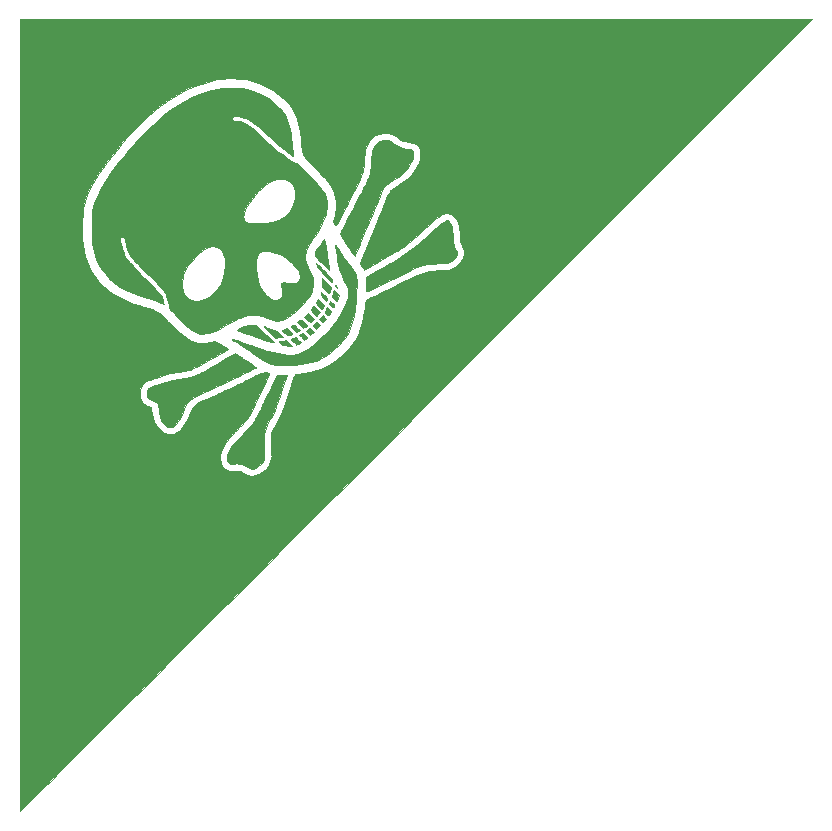
<source format=gto>
G04 #@! TF.GenerationSoftware,KiCad,Pcbnew,(5.1.4)-1*
G04 #@! TF.CreationDate,2019-10-12T15:48:51-04:00*
G04 #@! TF.ProjectId,helvetica-sao,68656c76-6574-4696-9361-2d73616f2e6b,rev?*
G04 #@! TF.SameCoordinates,Original*
G04 #@! TF.FileFunction,Legend,Top*
G04 #@! TF.FilePolarity,Positive*
%FSLAX46Y46*%
G04 Gerber Fmt 4.6, Leading zero omitted, Abs format (unit mm)*
G04 Created by KiCad (PCBNEW (5.1.4)-1) date 2019-10-12 15:48:51*
%MOMM*%
%LPD*%
G04 APERTURE LIST*
%ADD10C,0.010000*%
G04 APERTURE END LIST*
D10*
G36*
X129339550Y-63226813D02*
G01*
X129625590Y-63334030D01*
X129919816Y-63529127D01*
X129973630Y-63573237D01*
X130254487Y-63754432D01*
X130603040Y-63880744D01*
X130988018Y-63949863D01*
X131235295Y-63986629D01*
X131403507Y-64039988D01*
X131505036Y-64122557D01*
X131552262Y-64246949D01*
X131557565Y-64425778D01*
X131550045Y-64522495D01*
X131494161Y-64764373D01*
X131376486Y-65041843D01*
X131209159Y-65336531D01*
X131004315Y-65630060D01*
X130774093Y-65904055D01*
X130530631Y-66140140D01*
X130425572Y-66224912D01*
X130275782Y-66330438D01*
X130075011Y-66461560D01*
X129852403Y-66599633D01*
X129685867Y-66698139D01*
X129474815Y-66822763D01*
X129326233Y-66920418D01*
X129221569Y-67006720D01*
X129142271Y-67097286D01*
X129069788Y-67207733D01*
X129059073Y-67225766D01*
X129015705Y-67311811D01*
X128940991Y-67474563D01*
X128838349Y-67706060D01*
X128711196Y-67998334D01*
X128562951Y-68343422D01*
X128397030Y-68733359D01*
X128216851Y-69160179D01*
X128025832Y-69615918D01*
X127827391Y-70092611D01*
X127782648Y-70200541D01*
X127586451Y-70673868D01*
X127400092Y-71122869D01*
X127226599Y-71540286D01*
X127069001Y-71918858D01*
X126930328Y-72251328D01*
X126813607Y-72530436D01*
X126721868Y-72748922D01*
X126658140Y-72899528D01*
X126625451Y-72974995D01*
X126622144Y-72981908D01*
X126581519Y-73005852D01*
X126514288Y-72957291D01*
X126494211Y-72936142D01*
X126416609Y-72838751D01*
X126302970Y-72679742D01*
X126164351Y-72475985D01*
X126011812Y-72244347D01*
X125856410Y-72001697D01*
X125709202Y-71764905D01*
X125581248Y-71550838D01*
X125546415Y-71490314D01*
X125432393Y-71275868D01*
X125373708Y-71131010D01*
X125370859Y-71056985D01*
X125371894Y-71055540D01*
X125403239Y-71001745D01*
X125470242Y-70877613D01*
X125567013Y-70694364D01*
X125687665Y-70463220D01*
X125826310Y-70195403D01*
X125976584Y-69903063D01*
X126213867Y-69440329D01*
X126421093Y-69037314D01*
X126609620Y-68672110D01*
X126790800Y-68322806D01*
X126975991Y-67967495D01*
X127176547Y-67584267D01*
X127328615Y-67294415D01*
X127513896Y-66934021D01*
X127657992Y-66630866D01*
X127767086Y-66363863D01*
X127847362Y-66111931D01*
X127905003Y-65853984D01*
X127946193Y-65568940D01*
X127977115Y-65235714D01*
X127991285Y-65034935D01*
X128011123Y-64771222D01*
X128034327Y-64522289D01*
X128058485Y-64310650D01*
X128081183Y-64158820D01*
X128089377Y-64119620D01*
X128203221Y-63790054D01*
X128366313Y-63536036D01*
X128581138Y-63354427D01*
X128763340Y-63268805D01*
X129054525Y-63205673D01*
X129339550Y-63226813D01*
X129339550Y-63226813D01*
G37*
X129339550Y-63226813D02*
X129625590Y-63334030D01*
X129919816Y-63529127D01*
X129973630Y-63573237D01*
X130254487Y-63754432D01*
X130603040Y-63880744D01*
X130988018Y-63949863D01*
X131235295Y-63986629D01*
X131403507Y-64039988D01*
X131505036Y-64122557D01*
X131552262Y-64246949D01*
X131557565Y-64425778D01*
X131550045Y-64522495D01*
X131494161Y-64764373D01*
X131376486Y-65041843D01*
X131209159Y-65336531D01*
X131004315Y-65630060D01*
X130774093Y-65904055D01*
X130530631Y-66140140D01*
X130425572Y-66224912D01*
X130275782Y-66330438D01*
X130075011Y-66461560D01*
X129852403Y-66599633D01*
X129685867Y-66698139D01*
X129474815Y-66822763D01*
X129326233Y-66920418D01*
X129221569Y-67006720D01*
X129142271Y-67097286D01*
X129069788Y-67207733D01*
X129059073Y-67225766D01*
X129015705Y-67311811D01*
X128940991Y-67474563D01*
X128838349Y-67706060D01*
X128711196Y-67998334D01*
X128562951Y-68343422D01*
X128397030Y-68733359D01*
X128216851Y-69160179D01*
X128025832Y-69615918D01*
X127827391Y-70092611D01*
X127782648Y-70200541D01*
X127586451Y-70673868D01*
X127400092Y-71122869D01*
X127226599Y-71540286D01*
X127069001Y-71918858D01*
X126930328Y-72251328D01*
X126813607Y-72530436D01*
X126721868Y-72748922D01*
X126658140Y-72899528D01*
X126625451Y-72974995D01*
X126622144Y-72981908D01*
X126581519Y-73005852D01*
X126514288Y-72957291D01*
X126494211Y-72936142D01*
X126416609Y-72838751D01*
X126302970Y-72679742D01*
X126164351Y-72475985D01*
X126011812Y-72244347D01*
X125856410Y-72001697D01*
X125709202Y-71764905D01*
X125581248Y-71550838D01*
X125546415Y-71490314D01*
X125432393Y-71275868D01*
X125373708Y-71131010D01*
X125370859Y-71056985D01*
X125371894Y-71055540D01*
X125403239Y-71001745D01*
X125470242Y-70877613D01*
X125567013Y-70694364D01*
X125687665Y-70463220D01*
X125826310Y-70195403D01*
X125976584Y-69903063D01*
X126213867Y-69440329D01*
X126421093Y-69037314D01*
X126609620Y-68672110D01*
X126790800Y-68322806D01*
X126975991Y-67967495D01*
X127176547Y-67584267D01*
X127328615Y-67294415D01*
X127513896Y-66934021D01*
X127657992Y-66630866D01*
X127767086Y-66363863D01*
X127847362Y-66111931D01*
X127905003Y-65853984D01*
X127946193Y-65568940D01*
X127977115Y-65235714D01*
X127991285Y-65034935D01*
X128011123Y-64771222D01*
X128034327Y-64522289D01*
X128058485Y-64310650D01*
X128081183Y-64158820D01*
X128089377Y-64119620D01*
X128203221Y-63790054D01*
X128366313Y-63536036D01*
X128581138Y-63354427D01*
X128763340Y-63268805D01*
X129054525Y-63205673D01*
X129339550Y-63226813D01*
G36*
X124085671Y-71852660D02*
G01*
X124111445Y-72004229D01*
X124145501Y-72221458D01*
X124184041Y-72479272D01*
X124223265Y-72752600D01*
X124237510Y-72854955D01*
X124276548Y-73132070D01*
X124316810Y-73407469D01*
X124354314Y-73654575D01*
X124385078Y-73846813D01*
X124393501Y-73896126D01*
X124418081Y-74055841D01*
X124429635Y-74173453D01*
X124426124Y-74226828D01*
X124424064Y-74227928D01*
X124384482Y-74197067D01*
X124291272Y-74111303D01*
X124155118Y-73980864D01*
X123986704Y-73815979D01*
X123806036Y-73636224D01*
X123595813Y-73424276D01*
X123442374Y-73265045D01*
X123337019Y-73147296D01*
X123271051Y-73059792D01*
X123235770Y-72991297D01*
X123222478Y-72930576D01*
X123221772Y-72881544D01*
X123233599Y-72773793D01*
X123265975Y-72664675D01*
X123326871Y-72539549D01*
X123424257Y-72383774D01*
X123566102Y-72182712D01*
X123702206Y-71999058D01*
X124031622Y-71559733D01*
X124085671Y-71852660D01*
X124085671Y-71852660D01*
G37*
X124085671Y-71852660D02*
X124111445Y-72004229D01*
X124145501Y-72221458D01*
X124184041Y-72479272D01*
X124223265Y-72752600D01*
X124237510Y-72854955D01*
X124276548Y-73132070D01*
X124316810Y-73407469D01*
X124354314Y-73654575D01*
X124385078Y-73846813D01*
X124393501Y-73896126D01*
X124418081Y-74055841D01*
X124429635Y-74173453D01*
X124426124Y-74226828D01*
X124424064Y-74227928D01*
X124384482Y-74197067D01*
X124291272Y-74111303D01*
X124155118Y-73980864D01*
X123986704Y-73815979D01*
X123806036Y-73636224D01*
X123595813Y-73424276D01*
X123442374Y-73265045D01*
X123337019Y-73147296D01*
X123271051Y-73059792D01*
X123235770Y-72991297D01*
X123222478Y-72930576D01*
X123221772Y-72881544D01*
X123233599Y-72773793D01*
X123265975Y-72664675D01*
X123326871Y-72539549D01*
X123424257Y-72383774D01*
X123566102Y-72182712D01*
X123702206Y-71999058D01*
X124031622Y-71559733D01*
X124085671Y-71852660D01*
G36*
X123393572Y-73676858D02*
G01*
X123492678Y-73765411D01*
X123640821Y-73907609D01*
X123843618Y-74107202D01*
X124065172Y-74326774D01*
X124273743Y-74534572D01*
X124425744Y-74690133D01*
X124530096Y-74805160D01*
X124595722Y-74891361D01*
X124631543Y-74960441D01*
X124646481Y-75024105D01*
X124649460Y-75093351D01*
X124646809Y-75209567D01*
X124640171Y-75275153D01*
X124637272Y-75280541D01*
X124602724Y-75249700D01*
X124515220Y-75164524D01*
X124385885Y-75036037D01*
X124225846Y-74875259D01*
X124117541Y-74765676D01*
X123893274Y-74532495D01*
X123724058Y-74341487D01*
X123595787Y-74174867D01*
X123494354Y-74014848D01*
X123436948Y-73907568D01*
X123375145Y-73784125D01*
X123334288Y-73695584D01*
X123319994Y-73645694D01*
X123337883Y-73638202D01*
X123393572Y-73676858D01*
X123393572Y-73676858D01*
G37*
X123393572Y-73676858D02*
X123492678Y-73765411D01*
X123640821Y-73907609D01*
X123843618Y-74107202D01*
X124065172Y-74326774D01*
X124273743Y-74534572D01*
X124425744Y-74690133D01*
X124530096Y-74805160D01*
X124595722Y-74891361D01*
X124631543Y-74960441D01*
X124646481Y-75024105D01*
X124649460Y-75093351D01*
X124646809Y-75209567D01*
X124640171Y-75275153D01*
X124637272Y-75280541D01*
X124602724Y-75249700D01*
X124515220Y-75164524D01*
X124385885Y-75036037D01*
X124225846Y-74875259D01*
X124117541Y-74765676D01*
X123893274Y-74532495D01*
X123724058Y-74341487D01*
X123595787Y-74174867D01*
X123494354Y-74014848D01*
X123436948Y-73907568D01*
X123375145Y-73784125D01*
X123334288Y-73695584D01*
X123319994Y-73645694D01*
X123337883Y-73638202D01*
X123393572Y-73676858D01*
G36*
X124996770Y-75513362D02*
G01*
X125026287Y-75571482D01*
X125078688Y-75689468D01*
X125085101Y-75731399D01*
X125043989Y-75701231D01*
X124995784Y-75650072D01*
X124940253Y-75554393D01*
X124931484Y-75483355D01*
X124953716Y-75457083D01*
X124996770Y-75513362D01*
X124996770Y-75513362D01*
G37*
X124996770Y-75513362D02*
X125026287Y-75571482D01*
X125078688Y-75689468D01*
X125085101Y-75731399D01*
X125043989Y-75701231D01*
X124995784Y-75650072D01*
X124940253Y-75554393D01*
X124931484Y-75483355D01*
X124953716Y-75457083D01*
X124996770Y-75513362D01*
G36*
X134482864Y-70029380D02*
G01*
X134566858Y-70076635D01*
X134612782Y-70120451D01*
X134692467Y-70237770D01*
X134755369Y-70379030D01*
X134756826Y-70383604D01*
X134787107Y-70511720D01*
X134821615Y-70706723D01*
X134857182Y-70944267D01*
X134890641Y-71200004D01*
X134918826Y-71449590D01*
X134938569Y-71668679D01*
X134946702Y-71832923D01*
X134946757Y-71843623D01*
X134984311Y-72158259D01*
X135099756Y-72431944D01*
X135159023Y-72520100D01*
X135234980Y-72641271D01*
X135260012Y-72750735D01*
X135233529Y-72876696D01*
X135154941Y-73047353D01*
X135147702Y-73061265D01*
X135041461Y-73242246D01*
X134926848Y-73380662D01*
X134789612Y-73482747D01*
X134615500Y-73554734D01*
X134390261Y-73602856D01*
X134099643Y-73633348D01*
X133802613Y-73649564D01*
X133244400Y-73684820D01*
X132763395Y-73741898D01*
X132347517Y-73822480D01*
X132120888Y-73883824D01*
X132027540Y-73919838D01*
X131862508Y-73991811D01*
X131636061Y-74094939D01*
X131358470Y-74224416D01*
X131040003Y-74375438D01*
X130690931Y-74543200D01*
X130321523Y-74722898D01*
X130198726Y-74783105D01*
X129814692Y-74971617D01*
X129439312Y-75155605D01*
X129084398Y-75329297D01*
X128761765Y-75486925D01*
X128483225Y-75622718D01*
X128260591Y-75730904D01*
X128105676Y-75805715D01*
X128081892Y-75817104D01*
X127899461Y-75904492D01*
X127748394Y-75977319D01*
X127647412Y-76026532D01*
X127615955Y-76042416D01*
X127572243Y-76029198D01*
X127570189Y-76024981D01*
X127564705Y-75968332D01*
X127560160Y-75838585D01*
X127556985Y-75654170D01*
X127555610Y-75433520D01*
X127555586Y-75399267D01*
X127555586Y-74808623D01*
X127692883Y-74730155D01*
X127791044Y-74673551D01*
X127943696Y-74584954D01*
X128126333Y-74478603D01*
X128242072Y-74411050D01*
X128430999Y-74300716D01*
X128604889Y-74199236D01*
X128739226Y-74120915D01*
X128791261Y-74090631D01*
X128889389Y-74033415D01*
X129041986Y-73944217D01*
X129224566Y-73837357D01*
X129340451Y-73769471D01*
X129559483Y-73641658D01*
X129792883Y-73506335D01*
X130002057Y-73385851D01*
X130072703Y-73345448D01*
X130713895Y-72957002D01*
X131315314Y-72542714D01*
X131898687Y-72086083D01*
X132485742Y-71570604D01*
X132797742Y-71275691D01*
X133163350Y-70926040D01*
X133472581Y-70639480D01*
X133731487Y-70412160D01*
X133946116Y-70240228D01*
X134122518Y-70119835D01*
X134266744Y-70047130D01*
X134384843Y-70018262D01*
X134482864Y-70029380D01*
X134482864Y-70029380D01*
G37*
X134482864Y-70029380D02*
X134566858Y-70076635D01*
X134612782Y-70120451D01*
X134692467Y-70237770D01*
X134755369Y-70379030D01*
X134756826Y-70383604D01*
X134787107Y-70511720D01*
X134821615Y-70706723D01*
X134857182Y-70944267D01*
X134890641Y-71200004D01*
X134918826Y-71449590D01*
X134938569Y-71668679D01*
X134946702Y-71832923D01*
X134946757Y-71843623D01*
X134984311Y-72158259D01*
X135099756Y-72431944D01*
X135159023Y-72520100D01*
X135234980Y-72641271D01*
X135260012Y-72750735D01*
X135233529Y-72876696D01*
X135154941Y-73047353D01*
X135147702Y-73061265D01*
X135041461Y-73242246D01*
X134926848Y-73380662D01*
X134789612Y-73482747D01*
X134615500Y-73554734D01*
X134390261Y-73602856D01*
X134099643Y-73633348D01*
X133802613Y-73649564D01*
X133244400Y-73684820D01*
X132763395Y-73741898D01*
X132347517Y-73822480D01*
X132120888Y-73883824D01*
X132027540Y-73919838D01*
X131862508Y-73991811D01*
X131636061Y-74094939D01*
X131358470Y-74224416D01*
X131040003Y-74375438D01*
X130690931Y-74543200D01*
X130321523Y-74722898D01*
X130198726Y-74783105D01*
X129814692Y-74971617D01*
X129439312Y-75155605D01*
X129084398Y-75329297D01*
X128761765Y-75486925D01*
X128483225Y-75622718D01*
X128260591Y-75730904D01*
X128105676Y-75805715D01*
X128081892Y-75817104D01*
X127899461Y-75904492D01*
X127748394Y-75977319D01*
X127647412Y-76026532D01*
X127615955Y-76042416D01*
X127572243Y-76029198D01*
X127570189Y-76024981D01*
X127564705Y-75968332D01*
X127560160Y-75838585D01*
X127556985Y-75654170D01*
X127555610Y-75433520D01*
X127555586Y-75399267D01*
X127555586Y-74808623D01*
X127692883Y-74730155D01*
X127791044Y-74673551D01*
X127943696Y-74584954D01*
X128126333Y-74478603D01*
X128242072Y-74411050D01*
X128430999Y-74300716D01*
X128604889Y-74199236D01*
X128739226Y-74120915D01*
X128791261Y-74090631D01*
X128889389Y-74033415D01*
X129041986Y-73944217D01*
X129224566Y-73837357D01*
X129340451Y-73769471D01*
X129559483Y-73641658D01*
X129792883Y-73506335D01*
X130002057Y-73385851D01*
X130072703Y-73345448D01*
X130713895Y-72957002D01*
X131315314Y-72542714D01*
X131898687Y-72086083D01*
X132485742Y-71570604D01*
X132797742Y-71275691D01*
X133163350Y-70926040D01*
X133472581Y-70639480D01*
X133731487Y-70412160D01*
X133946116Y-70240228D01*
X134122518Y-70119835D01*
X134266744Y-70047130D01*
X134384843Y-70018262D01*
X134482864Y-70029380D01*
G36*
X124199667Y-75265476D02*
G01*
X124344909Y-75416173D01*
X124461866Y-75549524D01*
X124537006Y-75649321D01*
X124557928Y-75694648D01*
X124543993Y-75783296D01*
X124509191Y-75907269D01*
X124464026Y-76036903D01*
X124419004Y-76142531D01*
X124384628Y-76194492D01*
X124380441Y-76195856D01*
X124335462Y-76165507D01*
X124244957Y-76085147D01*
X124126773Y-75970808D01*
X124100863Y-75944744D01*
X123852871Y-75693633D01*
X123847138Y-75301474D01*
X123841405Y-74909316D01*
X124199667Y-75265476D01*
X124199667Y-75265476D01*
G37*
X124199667Y-75265476D02*
X124344909Y-75416173D01*
X124461866Y-75549524D01*
X124537006Y-75649321D01*
X124557928Y-75694648D01*
X124543993Y-75783296D01*
X124509191Y-75907269D01*
X124464026Y-76036903D01*
X124419004Y-76142531D01*
X124384628Y-76194492D01*
X124380441Y-76195856D01*
X124335462Y-76165507D01*
X124244957Y-76085147D01*
X124126773Y-75970808D01*
X124100863Y-75944744D01*
X123852871Y-75693633D01*
X123847138Y-75301474D01*
X123841405Y-74909316D01*
X124199667Y-75265476D01*
G36*
X123819801Y-76134739D02*
G01*
X123909404Y-76214986D01*
X124025519Y-76328569D01*
X124041287Y-76344595D01*
X124161635Y-76470829D01*
X124226968Y-76554785D01*
X124247899Y-76617987D01*
X124235042Y-76681960D01*
X124222786Y-76712658D01*
X124168919Y-76840450D01*
X123925952Y-76594073D01*
X123800027Y-76460726D01*
X123730695Y-76367808D01*
X123706168Y-76294899D01*
X123713526Y-76226010D01*
X123745713Y-76137087D01*
X123774993Y-76104324D01*
X123819801Y-76134739D01*
X123819801Y-76134739D01*
G37*
X123819801Y-76134739D02*
X123909404Y-76214986D01*
X124025519Y-76328569D01*
X124041287Y-76344595D01*
X124161635Y-76470829D01*
X124226968Y-76554785D01*
X124247899Y-76617987D01*
X124235042Y-76681960D01*
X124222786Y-76712658D01*
X124168919Y-76840450D01*
X123925952Y-76594073D01*
X123800027Y-76460726D01*
X123730695Y-76367808D01*
X123706168Y-76294899D01*
X123713526Y-76226010D01*
X123745713Y-76137087D01*
X123774993Y-76104324D01*
X123819801Y-76134739D01*
G36*
X125050180Y-76117240D02*
G01*
X125256082Y-76323143D01*
X125174878Y-76581313D01*
X125126395Y-76722802D01*
X125084127Y-76824411D01*
X125062211Y-76858929D01*
X125016213Y-76839397D01*
X124928747Y-76768950D01*
X124839897Y-76683911D01*
X124649046Y-76489448D01*
X124746662Y-76200392D01*
X124844277Y-75911337D01*
X125050180Y-76117240D01*
X125050180Y-76117240D01*
G37*
X125050180Y-76117240D02*
X125256082Y-76323143D01*
X125174878Y-76581313D01*
X125126395Y-76722802D01*
X125084127Y-76824411D01*
X125062211Y-76858929D01*
X125016213Y-76839397D01*
X124928747Y-76768950D01*
X124839897Y-76683911D01*
X124649046Y-76489448D01*
X124746662Y-76200392D01*
X124844277Y-75911337D01*
X125050180Y-76117240D01*
G36*
X124697475Y-76998954D02*
G01*
X124813791Y-77120913D01*
X124866734Y-77207669D01*
X124864039Y-77281653D01*
X124820510Y-77355756D01*
X124781714Y-77394723D01*
X124736595Y-77389941D01*
X124665064Y-77332561D01*
X124583717Y-77251445D01*
X124482780Y-77142646D01*
X124437648Y-77069532D01*
X124437460Y-77005072D01*
X124460682Y-76945256D01*
X124516662Y-76822394D01*
X124697475Y-76998954D01*
X124697475Y-76998954D01*
G37*
X124697475Y-76998954D02*
X124813791Y-77120913D01*
X124866734Y-77207669D01*
X124864039Y-77281653D01*
X124820510Y-77355756D01*
X124781714Y-77394723D01*
X124736595Y-77389941D01*
X124665064Y-77332561D01*
X124583717Y-77251445D01*
X124482780Y-77142646D01*
X124437648Y-77069532D01*
X124437460Y-77005072D01*
X124460682Y-76945256D01*
X124516662Y-76822394D01*
X124697475Y-76998954D01*
G36*
X123769550Y-76895860D02*
G01*
X124020916Y-77147227D01*
X123934738Y-77321211D01*
X123871150Y-77432350D01*
X123815793Y-77500959D01*
X123802384Y-77509266D01*
X123749692Y-77486047D01*
X123653920Y-77411744D01*
X123534803Y-77301844D01*
X123522322Y-77289447D01*
X123288433Y-77055559D01*
X123518183Y-76644493D01*
X123769550Y-76895860D01*
X123769550Y-76895860D01*
G37*
X123769550Y-76895860D02*
X124020916Y-77147227D01*
X123934738Y-77321211D01*
X123871150Y-77432350D01*
X123815793Y-77500959D01*
X123802384Y-77509266D01*
X123749692Y-77486047D01*
X123653920Y-77411744D01*
X123534803Y-77301844D01*
X123522322Y-77289447D01*
X123288433Y-77055559D01*
X123518183Y-76644493D01*
X123769550Y-76895860D01*
G36*
X124432775Y-77557831D02*
G01*
X124602553Y-77731700D01*
X124481400Y-77901976D01*
X124403035Y-78003732D01*
X124344645Y-78064597D01*
X124330352Y-78072252D01*
X124282624Y-78042196D01*
X124200594Y-77967349D01*
X124173941Y-77940196D01*
X124047423Y-77808140D01*
X124155210Y-77596051D01*
X124262996Y-77383962D01*
X124432775Y-77557831D01*
X124432775Y-77557831D01*
G37*
X124432775Y-77557831D02*
X124602553Y-77731700D01*
X124481400Y-77901976D01*
X124403035Y-78003732D01*
X124344645Y-78064597D01*
X124330352Y-78072252D01*
X124282624Y-78042196D01*
X124200594Y-77967349D01*
X124173941Y-77940196D01*
X124047423Y-77808140D01*
X124155210Y-77596051D01*
X124262996Y-77383962D01*
X124432775Y-77557831D01*
G36*
X123635868Y-77811001D02*
G01*
X123513385Y-77964508D01*
X123433135Y-78058610D01*
X123376907Y-78112814D01*
X123366455Y-78118017D01*
X123324909Y-78087776D01*
X123237257Y-78007773D01*
X123120975Y-77894094D01*
X123097838Y-77870776D01*
X122970061Y-77736169D01*
X122904703Y-77641560D01*
X122897868Y-77563859D01*
X122945656Y-77479977D01*
X123017707Y-77396112D01*
X123111438Y-77292043D01*
X123635868Y-77811001D01*
X123635868Y-77811001D01*
G37*
X123635868Y-77811001D02*
X123513385Y-77964508D01*
X123433135Y-78058610D01*
X123376907Y-78112814D01*
X123366455Y-78118017D01*
X123324909Y-78087776D01*
X123237257Y-78007773D01*
X123120975Y-77894094D01*
X123097838Y-77870776D01*
X122970061Y-77736169D01*
X122904703Y-77641560D01*
X122897868Y-77563859D01*
X122945656Y-77479977D01*
X123017707Y-77396112D01*
X123111438Y-77292043D01*
X123635868Y-77811001D01*
G36*
X124007718Y-78185689D02*
G01*
X124093050Y-78273411D01*
X124140555Y-78333875D01*
X124144176Y-78343968D01*
X124115883Y-78391554D01*
X124047118Y-78480178D01*
X124015390Y-78517987D01*
X123888463Y-78666244D01*
X123732898Y-78505741D01*
X123577333Y-78345239D01*
X123723366Y-78199205D01*
X123869400Y-78053171D01*
X124007718Y-78185689D01*
X124007718Y-78185689D01*
G37*
X124007718Y-78185689D02*
X124093050Y-78273411D01*
X124140555Y-78333875D01*
X124144176Y-78343968D01*
X124115883Y-78391554D01*
X124047118Y-78480178D01*
X124015390Y-78517987D01*
X123888463Y-78666244D01*
X123732898Y-78505741D01*
X123577333Y-78345239D01*
X123723366Y-78199205D01*
X123869400Y-78053171D01*
X124007718Y-78185689D01*
G36*
X122873760Y-78104205D02*
G01*
X123138451Y-78366134D01*
X122992545Y-78516671D01*
X122900050Y-78606570D01*
X122834322Y-78660394D01*
X122819729Y-78667207D01*
X122777046Y-78636918D01*
X122688334Y-78556700D01*
X122571085Y-78442531D01*
X122544689Y-78415956D01*
X122296558Y-78164704D01*
X122452813Y-78003490D01*
X122609068Y-77842275D01*
X122873760Y-78104205D01*
X122873760Y-78104205D01*
G37*
X122873760Y-78104205D02*
X123138451Y-78366134D01*
X122992545Y-78516671D01*
X122900050Y-78606570D01*
X122834322Y-78660394D01*
X122819729Y-78667207D01*
X122777046Y-78636918D01*
X122688334Y-78556700D01*
X122571085Y-78442531D01*
X122544689Y-78415956D01*
X122296558Y-78164704D01*
X122452813Y-78003490D01*
X122609068Y-77842275D01*
X122873760Y-78104205D01*
G36*
X122078232Y-78437274D02*
G01*
X122174087Y-78507982D01*
X122310024Y-78639993D01*
X122310044Y-78640014D01*
X122567117Y-78897143D01*
X122429820Y-79009358D01*
X122329627Y-79082386D01*
X122255140Y-79121335D01*
X122245194Y-79123219D01*
X122192500Y-79093474D01*
X122095985Y-79013251D01*
X121974673Y-78898621D01*
X121949754Y-78873633D01*
X121826172Y-78746299D01*
X121759154Y-78666102D01*
X121740188Y-78615808D01*
X121760763Y-78578187D01*
X121791137Y-78552500D01*
X121910758Y-78463581D01*
X121998456Y-78423823D01*
X122078232Y-78437274D01*
X122078232Y-78437274D01*
G37*
X122078232Y-78437274D02*
X122174087Y-78507982D01*
X122310024Y-78639993D01*
X122310044Y-78640014D01*
X122567117Y-78897143D01*
X122429820Y-79009358D01*
X122329627Y-79082386D01*
X122255140Y-79121335D01*
X122245194Y-79123219D01*
X122192500Y-79093474D01*
X122095985Y-79013251D01*
X121974673Y-78898621D01*
X121949754Y-78873633D01*
X121826172Y-78746299D01*
X121759154Y-78666102D01*
X121740188Y-78615808D01*
X121760763Y-78578187D01*
X121791137Y-78552500D01*
X121910758Y-78463581D01*
X121998456Y-78423823D01*
X122078232Y-78437274D01*
G36*
X123415579Y-78652122D02*
G01*
X123496556Y-78726559D01*
X123529234Y-78759820D01*
X123661808Y-78898198D01*
X123341882Y-79218124D01*
X123185464Y-79056741D01*
X123029045Y-78895358D01*
X123187090Y-78760260D01*
X123287085Y-78678841D01*
X123356587Y-78629681D01*
X123370897Y-78623302D01*
X123415579Y-78652122D01*
X123415579Y-78652122D01*
G37*
X123415579Y-78652122D02*
X123496556Y-78726559D01*
X123529234Y-78759820D01*
X123661808Y-78898198D01*
X123341882Y-79218124D01*
X123185464Y-79056741D01*
X123029045Y-78895358D01*
X123187090Y-78760260D01*
X123287085Y-78678841D01*
X123356587Y-78629681D01*
X123370897Y-78623302D01*
X123415579Y-78652122D01*
G36*
X121516824Y-78915575D02*
G01*
X121646958Y-79028982D01*
X121716343Y-79097823D01*
X121960820Y-79345375D01*
X121820025Y-79418183D01*
X121721827Y-79466920D01*
X121666417Y-79490568D01*
X121663953Y-79490991D01*
X121626953Y-79460850D01*
X121542708Y-79380997D01*
X121427841Y-79267286D01*
X121400564Y-79239760D01*
X121277025Y-79112418D01*
X121210126Y-79032278D01*
X121191367Y-78982243D01*
X121212243Y-78945218D01*
X121241948Y-78920855D01*
X121332336Y-78868232D01*
X121417956Y-78864232D01*
X121516824Y-78915575D01*
X121516824Y-78915575D01*
G37*
X121516824Y-78915575D02*
X121646958Y-79028982D01*
X121716343Y-79097823D01*
X121960820Y-79345375D01*
X121820025Y-79418183D01*
X121721827Y-79466920D01*
X121666417Y-79490568D01*
X121663953Y-79490991D01*
X121626953Y-79460850D01*
X121542708Y-79380997D01*
X121427841Y-79267286D01*
X121400564Y-79239760D01*
X121277025Y-79112418D01*
X121210126Y-79032278D01*
X121191367Y-78982243D01*
X121212243Y-78945218D01*
X121241948Y-78920855D01*
X121332336Y-78868232D01*
X121417956Y-78864232D01*
X121516824Y-78915575D01*
G36*
X117114072Y-58855798D02*
G01*
X117749123Y-59010537D01*
X118374571Y-59236290D01*
X118975164Y-59528698D01*
X119386397Y-59779903D01*
X119615447Y-59949567D01*
X119860386Y-60158488D01*
X120103370Y-60388801D01*
X120326556Y-60622642D01*
X120512101Y-60842145D01*
X120642160Y-61029446D01*
X120652353Y-61047388D01*
X120867083Y-61513015D01*
X121034650Y-62048333D01*
X121156066Y-62657121D01*
X121216742Y-63156563D01*
X121244562Y-63425204D01*
X121279238Y-63716369D01*
X121315292Y-63985507D01*
X121333843Y-64108754D01*
X121361658Y-64295693D01*
X121380213Y-64445434D01*
X121387147Y-64537339D01*
X121384995Y-64555937D01*
X121337904Y-64542075D01*
X121230805Y-64479643D01*
X121075490Y-64376846D01*
X120883746Y-64241886D01*
X120667365Y-64082968D01*
X120438136Y-63908294D01*
X120311219Y-63808770D01*
X120134186Y-63662719D01*
X119909431Y-63468561D01*
X119654716Y-63242142D01*
X119387803Y-62999309D01*
X119126453Y-62755908D01*
X119051657Y-62685021D01*
X118724711Y-62376671D01*
X118451052Y-62125848D01*
X118220410Y-61924215D01*
X118022515Y-61763431D01*
X117847096Y-61635157D01*
X117683884Y-61531056D01*
X117522608Y-61442786D01*
X117520315Y-61441623D01*
X117262175Y-61329120D01*
X117004018Y-61249058D01*
X116759341Y-61202035D01*
X116541640Y-61188649D01*
X116364412Y-61209496D01*
X116241153Y-61265175D01*
X116185362Y-61356282D01*
X116183494Y-61382458D01*
X116204844Y-61471622D01*
X116275578Y-61533216D01*
X116409831Y-61574452D01*
X116613407Y-61601750D01*
X116854628Y-61637446D01*
X117085916Y-61701052D01*
X117317154Y-61798838D01*
X117558223Y-61937074D01*
X117819003Y-62122030D01*
X118109376Y-62359976D01*
X118439224Y-62657180D01*
X118762236Y-62965181D01*
X119201350Y-63380649D01*
X119632908Y-63767596D01*
X120042575Y-64113708D01*
X120416014Y-64406670D01*
X120576649Y-64523709D01*
X120854947Y-64715283D01*
X121133684Y-64897773D01*
X121390407Y-65056956D01*
X121602664Y-65178606D01*
X121648123Y-65202500D01*
X121749017Y-65263265D01*
X121870025Y-65354675D01*
X122019105Y-65484009D01*
X122204213Y-65658545D01*
X122433307Y-65885564D01*
X122714342Y-66172344D01*
X122762071Y-66221587D01*
X123060934Y-66532160D01*
X123303137Y-66789174D01*
X123497220Y-67003314D01*
X123651723Y-67185261D01*
X123775186Y-67345701D01*
X123876148Y-67495315D01*
X123963151Y-67644787D01*
X124044734Y-67804800D01*
X124070114Y-67857908D01*
X124131810Y-67993621D01*
X124172793Y-68106370D01*
X124197173Y-68220867D01*
X124209057Y-68361823D01*
X124212554Y-68553947D01*
X124212296Y-68713153D01*
X124208537Y-68966496D01*
X124197043Y-69157545D01*
X124173648Y-69315467D01*
X124134188Y-69469431D01*
X124081583Y-69628469D01*
X123833846Y-70250284D01*
X123542474Y-70815083D01*
X123190748Y-71353337D01*
X122989203Y-71619279D01*
X122776440Y-71906229D01*
X122623888Y-72157493D01*
X122520182Y-72394435D01*
X122458395Y-72616937D01*
X122413858Y-72937181D01*
X122420691Y-73256616D01*
X122481950Y-73591762D01*
X122600691Y-73959138D01*
X122779971Y-74375267D01*
X122786047Y-74388108D01*
X123024775Y-74891532D01*
X123024775Y-75372873D01*
X123022848Y-75595143D01*
X123013419Y-75754318D01*
X122991013Y-75878814D01*
X122950157Y-75997046D01*
X122885375Y-76137429D01*
X122872378Y-76163938D01*
X122697069Y-76468533D01*
X122470590Y-76782410D01*
X122203865Y-77096382D01*
X121907817Y-77401265D01*
X121593370Y-77687874D01*
X121271445Y-77947024D01*
X120952967Y-78169530D01*
X120648859Y-78346207D01*
X120370043Y-78467870D01*
X120127442Y-78525335D01*
X120060137Y-78528672D01*
X119908493Y-78507714D01*
X119713928Y-78453118D01*
X119546577Y-78389486D01*
X119157019Y-78246625D01*
X118742499Y-78138423D01*
X118326899Y-78068623D01*
X117934101Y-78040971D01*
X117587987Y-78059210D01*
X117514306Y-78070871D01*
X117318933Y-78116782D01*
X117089997Y-78185180D01*
X116879877Y-78260196D01*
X116751862Y-78313454D01*
X116618621Y-78374756D01*
X116467621Y-78450813D01*
X116286333Y-78548338D01*
X116062225Y-78674043D01*
X115782766Y-78834639D01*
X115496306Y-79001281D01*
X115255090Y-79133639D01*
X114983032Y-79269570D01*
X114714466Y-79392735D01*
X114483721Y-79486799D01*
X114451513Y-79498443D01*
X114223576Y-79559384D01*
X113963891Y-79598384D01*
X113701992Y-79613733D01*
X113467413Y-79603724D01*
X113289689Y-79566649D01*
X113287371Y-79565790D01*
X113118761Y-79494084D01*
X112950017Y-79402398D01*
X112771004Y-79282810D01*
X112571587Y-79127397D01*
X112341632Y-78928239D01*
X112071001Y-78677412D01*
X111749561Y-78366996D01*
X111733467Y-78351232D01*
X111465392Y-78087006D01*
X111257173Y-77877720D01*
X111101956Y-77715639D01*
X110992885Y-77593033D01*
X110923107Y-77502167D01*
X110885766Y-77435311D01*
X110874006Y-77384732D01*
X110873964Y-77381701D01*
X110854643Y-77177105D01*
X110802059Y-76921355D01*
X110724283Y-76644964D01*
X110629382Y-76378447D01*
X110575408Y-76252724D01*
X110530099Y-76158162D01*
X110482775Y-76071256D01*
X110426218Y-75983919D01*
X110353216Y-75888059D01*
X110256551Y-75775587D01*
X110129008Y-75638413D01*
X109990761Y-75496552D01*
X111983018Y-75496552D01*
X112003120Y-75770086D01*
X112015510Y-75840715D01*
X112091356Y-76074900D01*
X112212836Y-76308414D01*
X112360444Y-76508494D01*
X112478412Y-76618265D01*
X112730223Y-76749783D01*
X113032459Y-76820514D01*
X113364953Y-76827932D01*
X113700641Y-76771358D01*
X114059167Y-76630513D01*
X114399861Y-76409176D01*
X114714531Y-76117878D01*
X114994990Y-75767148D01*
X115233047Y-75367517D01*
X115420514Y-74929516D01*
X115549200Y-74463674D01*
X115566451Y-74372191D01*
X115621198Y-73944235D01*
X115622213Y-73715645D01*
X118249207Y-73715645D01*
X118255770Y-73996005D01*
X118314585Y-74618314D01*
X118424707Y-75165163D01*
X118586365Y-75637049D01*
X118799790Y-76034466D01*
X119065210Y-76357911D01*
X119382857Y-76607879D01*
X119496186Y-76672755D01*
X119751975Y-76769791D01*
X119985207Y-76778857D01*
X120198304Y-76700038D01*
X120201493Y-76698106D01*
X120324798Y-76589030D01*
X120418288Y-76448996D01*
X120422663Y-76438981D01*
X120453378Y-76353495D01*
X120467648Y-76267538D01*
X120465211Y-76157921D01*
X120445804Y-76001450D01*
X120415595Y-75813244D01*
X120381783Y-75604998D01*
X120364142Y-75468335D01*
X120362851Y-75384713D01*
X120378087Y-75335592D01*
X120410027Y-75302431D01*
X120420559Y-75294523D01*
X120544949Y-75240711D01*
X120696554Y-75252978D01*
X120788129Y-75282775D01*
X120947476Y-75318553D01*
X121157446Y-75333702D01*
X121379475Y-75328155D01*
X121574995Y-75301851D01*
X121641156Y-75284194D01*
X121807873Y-75189433D01*
X121884069Y-75090828D01*
X121943679Y-74893755D01*
X121950935Y-74662083D01*
X121906786Y-74435625D01*
X121866141Y-74337587D01*
X121785383Y-74219008D01*
X121648755Y-74058241D01*
X121471851Y-73870295D01*
X121270265Y-73670173D01*
X121059591Y-73472882D01*
X120855422Y-73293429D01*
X120673353Y-73146818D01*
X120528977Y-73048056D01*
X120521825Y-73043963D01*
X120231149Y-72900396D01*
X119916088Y-72779439D01*
X119596795Y-72686008D01*
X119293423Y-72625019D01*
X119026127Y-72601389D01*
X118815059Y-72620034D01*
X118799771Y-72623883D01*
X118598642Y-72712781D01*
X118445020Y-72861365D01*
X118336905Y-73074677D01*
X118272300Y-73357757D01*
X118249207Y-73715645D01*
X115622213Y-73715645D01*
X115622863Y-73569617D01*
X115569376Y-73225677D01*
X115458668Y-72889754D01*
X115423608Y-72808373D01*
X115266383Y-72537680D01*
X115073914Y-72350819D01*
X114843344Y-72246013D01*
X114571812Y-72221482D01*
X114491241Y-72228375D01*
X114244661Y-72284139D01*
X113990501Y-72396842D01*
X113721369Y-72571746D01*
X113429873Y-72814111D01*
X113108620Y-73129196D01*
X112882339Y-73373277D01*
X112624801Y-73670133D01*
X112427289Y-73924665D01*
X112279374Y-74152976D01*
X112170624Y-74371171D01*
X112090611Y-74595354D01*
X112090432Y-74595955D01*
X112028881Y-74872839D01*
X111992341Y-75185253D01*
X111983018Y-75496552D01*
X109990761Y-75496552D01*
X109963373Y-75468449D01*
X109752430Y-75257603D01*
X109488964Y-74997787D01*
X109226839Y-74740730D01*
X108943646Y-74462206D01*
X108672479Y-74193373D01*
X108422511Y-73943481D01*
X108202914Y-73721784D01*
X108022861Y-73537534D01*
X107891523Y-73399982D01*
X107825229Y-73326914D01*
X107657662Y-73091183D01*
X107494749Y-72789577D01*
X107348116Y-72447484D01*
X107229386Y-72090295D01*
X107190103Y-71939640D01*
X107145463Y-71763323D01*
X107102859Y-71614785D01*
X107070637Y-71522851D01*
X107067517Y-71516306D01*
X106994974Y-71455974D01*
X106886369Y-71435696D01*
X106781776Y-71455966D01*
X106723060Y-71512082D01*
X106715830Y-71610513D01*
X106736581Y-71777810D01*
X106781862Y-71996873D01*
X106848219Y-72250604D01*
X106918636Y-72480822D01*
X106976412Y-72653137D01*
X107033100Y-72805298D01*
X107095009Y-72945418D01*
X107168444Y-73081609D01*
X107259713Y-73221982D01*
X107375122Y-73374649D01*
X107520979Y-73547723D01*
X107703589Y-73749315D01*
X107929260Y-73987536D01*
X108204298Y-74270500D01*
X108535011Y-74606316D01*
X108703951Y-74777117D01*
X109062367Y-75140147D01*
X109361656Y-75446187D01*
X109607754Y-75702624D01*
X109806600Y-75916846D01*
X109964131Y-76096241D01*
X110086284Y-76248198D01*
X110178996Y-76380103D01*
X110248205Y-76499346D01*
X110299847Y-76613313D01*
X110339862Y-76729393D01*
X110374185Y-76854973D01*
X110374344Y-76855604D01*
X110401643Y-76984289D01*
X110410620Y-77071492D01*
X110406552Y-77090415D01*
X110358010Y-77082726D01*
X110247830Y-77043358D01*
X110096975Y-76980060D01*
X110045993Y-76957139D01*
X109824011Y-76862581D01*
X109569602Y-76764199D01*
X109340811Y-76684289D01*
X108770256Y-76498131D01*
X108278336Y-76331878D01*
X107855538Y-76180766D01*
X107492353Y-76040033D01*
X107179268Y-75904918D01*
X106906773Y-75770659D01*
X106665357Y-75632492D01*
X106445508Y-75485656D01*
X106237715Y-75325389D01*
X106032468Y-75146928D01*
X105820254Y-74945511D01*
X105770872Y-74896837D01*
X105333520Y-74403022D01*
X104975615Y-73866383D01*
X104696119Y-73284663D01*
X104493994Y-72655603D01*
X104368202Y-71976945D01*
X104348857Y-71802342D01*
X104333866Y-71576083D01*
X104324490Y-71280894D01*
X104320520Y-70939193D01*
X104321750Y-70573396D01*
X104327973Y-70205920D01*
X104338982Y-69859182D01*
X104347312Y-69696935D01*
X117173016Y-69696935D01*
X117229060Y-69945542D01*
X117236287Y-69962296D01*
X117304031Y-70085036D01*
X117390530Y-70160333D01*
X117530671Y-70217824D01*
X117541038Y-70221191D01*
X117705132Y-70253863D01*
X117939288Y-70273516D01*
X118223059Y-70280769D01*
X118535998Y-70276240D01*
X118857657Y-70260548D01*
X119167589Y-70234313D01*
X119445346Y-70198153D01*
X119652317Y-70157289D01*
X119869480Y-70096328D01*
X120089934Y-70022601D01*
X120269919Y-69950883D01*
X120287154Y-69942908D01*
X120580077Y-69759905D01*
X120850739Y-69506980D01*
X121090452Y-69200840D01*
X121290528Y-68858197D01*
X121442280Y-68495759D01*
X121537020Y-68130237D01*
X121566060Y-67778340D01*
X121539611Y-67533952D01*
X121428399Y-67214903D01*
X121241495Y-66938129D01*
X120989665Y-66715858D01*
X120683674Y-66560317D01*
X120681660Y-66559596D01*
X120376736Y-66498725D01*
X120040905Y-66520354D01*
X119680284Y-66623274D01*
X119300991Y-66806276D01*
X119234819Y-66845431D01*
X118993552Y-67017949D01*
X118723424Y-67254625D01*
X118438691Y-67538872D01*
X118153603Y-67854108D01*
X117882415Y-68183746D01*
X117639379Y-68511202D01*
X117438749Y-68819890D01*
X117294776Y-69093227D01*
X117286233Y-69112837D01*
X117192372Y-69414276D01*
X117173016Y-69696935D01*
X104347312Y-69696935D01*
X104354569Y-69555599D01*
X104371552Y-69345403D01*
X104453258Y-68883116D01*
X104607938Y-68380909D01*
X104836224Y-67837709D01*
X105138746Y-67252446D01*
X105516136Y-66624047D01*
X105969025Y-65951441D01*
X106498042Y-65233556D01*
X107103820Y-64469322D01*
X107572562Y-63907748D01*
X107757638Y-63697909D01*
X107990444Y-63446031D01*
X108259813Y-63163196D01*
X108554575Y-62860485D01*
X108863564Y-62548977D01*
X109175612Y-62239755D01*
X109479551Y-61943899D01*
X109764214Y-61672490D01*
X110018434Y-61436609D01*
X110231041Y-61247337D01*
X110370541Y-61131502D01*
X111187755Y-60534988D01*
X112011682Y-60022489D01*
X112839440Y-59595237D01*
X113668150Y-59254464D01*
X114494931Y-59001402D01*
X115316901Y-58837283D01*
X115876168Y-58776794D01*
X116484669Y-58776431D01*
X117114072Y-58855798D01*
X117114072Y-58855798D01*
G37*
X117114072Y-58855798D02*
X117749123Y-59010537D01*
X118374571Y-59236290D01*
X118975164Y-59528698D01*
X119386397Y-59779903D01*
X119615447Y-59949567D01*
X119860386Y-60158488D01*
X120103370Y-60388801D01*
X120326556Y-60622642D01*
X120512101Y-60842145D01*
X120642160Y-61029446D01*
X120652353Y-61047388D01*
X120867083Y-61513015D01*
X121034650Y-62048333D01*
X121156066Y-62657121D01*
X121216742Y-63156563D01*
X121244562Y-63425204D01*
X121279238Y-63716369D01*
X121315292Y-63985507D01*
X121333843Y-64108754D01*
X121361658Y-64295693D01*
X121380213Y-64445434D01*
X121387147Y-64537339D01*
X121384995Y-64555937D01*
X121337904Y-64542075D01*
X121230805Y-64479643D01*
X121075490Y-64376846D01*
X120883746Y-64241886D01*
X120667365Y-64082968D01*
X120438136Y-63908294D01*
X120311219Y-63808770D01*
X120134186Y-63662719D01*
X119909431Y-63468561D01*
X119654716Y-63242142D01*
X119387803Y-62999309D01*
X119126453Y-62755908D01*
X119051657Y-62685021D01*
X118724711Y-62376671D01*
X118451052Y-62125848D01*
X118220410Y-61924215D01*
X118022515Y-61763431D01*
X117847096Y-61635157D01*
X117683884Y-61531056D01*
X117522608Y-61442786D01*
X117520315Y-61441623D01*
X117262175Y-61329120D01*
X117004018Y-61249058D01*
X116759341Y-61202035D01*
X116541640Y-61188649D01*
X116364412Y-61209496D01*
X116241153Y-61265175D01*
X116185362Y-61356282D01*
X116183494Y-61382458D01*
X116204844Y-61471622D01*
X116275578Y-61533216D01*
X116409831Y-61574452D01*
X116613407Y-61601750D01*
X116854628Y-61637446D01*
X117085916Y-61701052D01*
X117317154Y-61798838D01*
X117558223Y-61937074D01*
X117819003Y-62122030D01*
X118109376Y-62359976D01*
X118439224Y-62657180D01*
X118762236Y-62965181D01*
X119201350Y-63380649D01*
X119632908Y-63767596D01*
X120042575Y-64113708D01*
X120416014Y-64406670D01*
X120576649Y-64523709D01*
X120854947Y-64715283D01*
X121133684Y-64897773D01*
X121390407Y-65056956D01*
X121602664Y-65178606D01*
X121648123Y-65202500D01*
X121749017Y-65263265D01*
X121870025Y-65354675D01*
X122019105Y-65484009D01*
X122204213Y-65658545D01*
X122433307Y-65885564D01*
X122714342Y-66172344D01*
X122762071Y-66221587D01*
X123060934Y-66532160D01*
X123303137Y-66789174D01*
X123497220Y-67003314D01*
X123651723Y-67185261D01*
X123775186Y-67345701D01*
X123876148Y-67495315D01*
X123963151Y-67644787D01*
X124044734Y-67804800D01*
X124070114Y-67857908D01*
X124131810Y-67993621D01*
X124172793Y-68106370D01*
X124197173Y-68220867D01*
X124209057Y-68361823D01*
X124212554Y-68553947D01*
X124212296Y-68713153D01*
X124208537Y-68966496D01*
X124197043Y-69157545D01*
X124173648Y-69315467D01*
X124134188Y-69469431D01*
X124081583Y-69628469D01*
X123833846Y-70250284D01*
X123542474Y-70815083D01*
X123190748Y-71353337D01*
X122989203Y-71619279D01*
X122776440Y-71906229D01*
X122623888Y-72157493D01*
X122520182Y-72394435D01*
X122458395Y-72616937D01*
X122413858Y-72937181D01*
X122420691Y-73256616D01*
X122481950Y-73591762D01*
X122600691Y-73959138D01*
X122779971Y-74375267D01*
X122786047Y-74388108D01*
X123024775Y-74891532D01*
X123024775Y-75372873D01*
X123022848Y-75595143D01*
X123013419Y-75754318D01*
X122991013Y-75878814D01*
X122950157Y-75997046D01*
X122885375Y-76137429D01*
X122872378Y-76163938D01*
X122697069Y-76468533D01*
X122470590Y-76782410D01*
X122203865Y-77096382D01*
X121907817Y-77401265D01*
X121593370Y-77687874D01*
X121271445Y-77947024D01*
X120952967Y-78169530D01*
X120648859Y-78346207D01*
X120370043Y-78467870D01*
X120127442Y-78525335D01*
X120060137Y-78528672D01*
X119908493Y-78507714D01*
X119713928Y-78453118D01*
X119546577Y-78389486D01*
X119157019Y-78246625D01*
X118742499Y-78138423D01*
X118326899Y-78068623D01*
X117934101Y-78040971D01*
X117587987Y-78059210D01*
X117514306Y-78070871D01*
X117318933Y-78116782D01*
X117089997Y-78185180D01*
X116879877Y-78260196D01*
X116751862Y-78313454D01*
X116618621Y-78374756D01*
X116467621Y-78450813D01*
X116286333Y-78548338D01*
X116062225Y-78674043D01*
X115782766Y-78834639D01*
X115496306Y-79001281D01*
X115255090Y-79133639D01*
X114983032Y-79269570D01*
X114714466Y-79392735D01*
X114483721Y-79486799D01*
X114451513Y-79498443D01*
X114223576Y-79559384D01*
X113963891Y-79598384D01*
X113701992Y-79613733D01*
X113467413Y-79603724D01*
X113289689Y-79566649D01*
X113287371Y-79565790D01*
X113118761Y-79494084D01*
X112950017Y-79402398D01*
X112771004Y-79282810D01*
X112571587Y-79127397D01*
X112341632Y-78928239D01*
X112071001Y-78677412D01*
X111749561Y-78366996D01*
X111733467Y-78351232D01*
X111465392Y-78087006D01*
X111257173Y-77877720D01*
X111101956Y-77715639D01*
X110992885Y-77593033D01*
X110923107Y-77502167D01*
X110885766Y-77435311D01*
X110874006Y-77384732D01*
X110873964Y-77381701D01*
X110854643Y-77177105D01*
X110802059Y-76921355D01*
X110724283Y-76644964D01*
X110629382Y-76378447D01*
X110575408Y-76252724D01*
X110530099Y-76158162D01*
X110482775Y-76071256D01*
X110426218Y-75983919D01*
X110353216Y-75888059D01*
X110256551Y-75775587D01*
X110129008Y-75638413D01*
X109990761Y-75496552D01*
X111983018Y-75496552D01*
X112003120Y-75770086D01*
X112015510Y-75840715D01*
X112091356Y-76074900D01*
X112212836Y-76308414D01*
X112360444Y-76508494D01*
X112478412Y-76618265D01*
X112730223Y-76749783D01*
X113032459Y-76820514D01*
X113364953Y-76827932D01*
X113700641Y-76771358D01*
X114059167Y-76630513D01*
X114399861Y-76409176D01*
X114714531Y-76117878D01*
X114994990Y-75767148D01*
X115233047Y-75367517D01*
X115420514Y-74929516D01*
X115549200Y-74463674D01*
X115566451Y-74372191D01*
X115621198Y-73944235D01*
X115622213Y-73715645D01*
X118249207Y-73715645D01*
X118255770Y-73996005D01*
X118314585Y-74618314D01*
X118424707Y-75165163D01*
X118586365Y-75637049D01*
X118799790Y-76034466D01*
X119065210Y-76357911D01*
X119382857Y-76607879D01*
X119496186Y-76672755D01*
X119751975Y-76769791D01*
X119985207Y-76778857D01*
X120198304Y-76700038D01*
X120201493Y-76698106D01*
X120324798Y-76589030D01*
X120418288Y-76448996D01*
X120422663Y-76438981D01*
X120453378Y-76353495D01*
X120467648Y-76267538D01*
X120465211Y-76157921D01*
X120445804Y-76001450D01*
X120415595Y-75813244D01*
X120381783Y-75604998D01*
X120364142Y-75468335D01*
X120362851Y-75384713D01*
X120378087Y-75335592D01*
X120410027Y-75302431D01*
X120420559Y-75294523D01*
X120544949Y-75240711D01*
X120696554Y-75252978D01*
X120788129Y-75282775D01*
X120947476Y-75318553D01*
X121157446Y-75333702D01*
X121379475Y-75328155D01*
X121574995Y-75301851D01*
X121641156Y-75284194D01*
X121807873Y-75189433D01*
X121884069Y-75090828D01*
X121943679Y-74893755D01*
X121950935Y-74662083D01*
X121906786Y-74435625D01*
X121866141Y-74337587D01*
X121785383Y-74219008D01*
X121648755Y-74058241D01*
X121471851Y-73870295D01*
X121270265Y-73670173D01*
X121059591Y-73472882D01*
X120855422Y-73293429D01*
X120673353Y-73146818D01*
X120528977Y-73048056D01*
X120521825Y-73043963D01*
X120231149Y-72900396D01*
X119916088Y-72779439D01*
X119596795Y-72686008D01*
X119293423Y-72625019D01*
X119026127Y-72601389D01*
X118815059Y-72620034D01*
X118799771Y-72623883D01*
X118598642Y-72712781D01*
X118445020Y-72861365D01*
X118336905Y-73074677D01*
X118272300Y-73357757D01*
X118249207Y-73715645D01*
X115622213Y-73715645D01*
X115622863Y-73569617D01*
X115569376Y-73225677D01*
X115458668Y-72889754D01*
X115423608Y-72808373D01*
X115266383Y-72537680D01*
X115073914Y-72350819D01*
X114843344Y-72246013D01*
X114571812Y-72221482D01*
X114491241Y-72228375D01*
X114244661Y-72284139D01*
X113990501Y-72396842D01*
X113721369Y-72571746D01*
X113429873Y-72814111D01*
X113108620Y-73129196D01*
X112882339Y-73373277D01*
X112624801Y-73670133D01*
X112427289Y-73924665D01*
X112279374Y-74152976D01*
X112170624Y-74371171D01*
X112090611Y-74595354D01*
X112090432Y-74595955D01*
X112028881Y-74872839D01*
X111992341Y-75185253D01*
X111983018Y-75496552D01*
X109990761Y-75496552D01*
X109963373Y-75468449D01*
X109752430Y-75257603D01*
X109488964Y-74997787D01*
X109226839Y-74740730D01*
X108943646Y-74462206D01*
X108672479Y-74193373D01*
X108422511Y-73943481D01*
X108202914Y-73721784D01*
X108022861Y-73537534D01*
X107891523Y-73399982D01*
X107825229Y-73326914D01*
X107657662Y-73091183D01*
X107494749Y-72789577D01*
X107348116Y-72447484D01*
X107229386Y-72090295D01*
X107190103Y-71939640D01*
X107145463Y-71763323D01*
X107102859Y-71614785D01*
X107070637Y-71522851D01*
X107067517Y-71516306D01*
X106994974Y-71455974D01*
X106886369Y-71435696D01*
X106781776Y-71455966D01*
X106723060Y-71512082D01*
X106715830Y-71610513D01*
X106736581Y-71777810D01*
X106781862Y-71996873D01*
X106848219Y-72250604D01*
X106918636Y-72480822D01*
X106976412Y-72653137D01*
X107033100Y-72805298D01*
X107095009Y-72945418D01*
X107168444Y-73081609D01*
X107259713Y-73221982D01*
X107375122Y-73374649D01*
X107520979Y-73547723D01*
X107703589Y-73749315D01*
X107929260Y-73987536D01*
X108204298Y-74270500D01*
X108535011Y-74606316D01*
X108703951Y-74777117D01*
X109062367Y-75140147D01*
X109361656Y-75446187D01*
X109607754Y-75702624D01*
X109806600Y-75916846D01*
X109964131Y-76096241D01*
X110086284Y-76248198D01*
X110178996Y-76380103D01*
X110248205Y-76499346D01*
X110299847Y-76613313D01*
X110339862Y-76729393D01*
X110374185Y-76854973D01*
X110374344Y-76855604D01*
X110401643Y-76984289D01*
X110410620Y-77071492D01*
X110406552Y-77090415D01*
X110358010Y-77082726D01*
X110247830Y-77043358D01*
X110096975Y-76980060D01*
X110045993Y-76957139D01*
X109824011Y-76862581D01*
X109569602Y-76764199D01*
X109340811Y-76684289D01*
X108770256Y-76498131D01*
X108278336Y-76331878D01*
X107855538Y-76180766D01*
X107492353Y-76040033D01*
X107179268Y-75904918D01*
X106906773Y-75770659D01*
X106665357Y-75632492D01*
X106445508Y-75485656D01*
X106237715Y-75325389D01*
X106032468Y-75146928D01*
X105820254Y-74945511D01*
X105770872Y-74896837D01*
X105333520Y-74403022D01*
X104975615Y-73866383D01*
X104696119Y-73284663D01*
X104493994Y-72655603D01*
X104368202Y-71976945D01*
X104348857Y-71802342D01*
X104333866Y-71576083D01*
X104324490Y-71280894D01*
X104320520Y-70939193D01*
X104321750Y-70573396D01*
X104327973Y-70205920D01*
X104338982Y-69859182D01*
X104347312Y-69696935D01*
X117173016Y-69696935D01*
X117229060Y-69945542D01*
X117236287Y-69962296D01*
X117304031Y-70085036D01*
X117390530Y-70160333D01*
X117530671Y-70217824D01*
X117541038Y-70221191D01*
X117705132Y-70253863D01*
X117939288Y-70273516D01*
X118223059Y-70280769D01*
X118535998Y-70276240D01*
X118857657Y-70260548D01*
X119167589Y-70234313D01*
X119445346Y-70198153D01*
X119652317Y-70157289D01*
X119869480Y-70096328D01*
X120089934Y-70022601D01*
X120269919Y-69950883D01*
X120287154Y-69942908D01*
X120580077Y-69759905D01*
X120850739Y-69506980D01*
X121090452Y-69200840D01*
X121290528Y-68858197D01*
X121442280Y-68495759D01*
X121537020Y-68130237D01*
X121566060Y-67778340D01*
X121539611Y-67533952D01*
X121428399Y-67214903D01*
X121241495Y-66938129D01*
X120989665Y-66715858D01*
X120683674Y-66560317D01*
X120681660Y-66559596D01*
X120376736Y-66498725D01*
X120040905Y-66520354D01*
X119680284Y-66623274D01*
X119300991Y-66806276D01*
X119234819Y-66845431D01*
X118993552Y-67017949D01*
X118723424Y-67254625D01*
X118438691Y-67538872D01*
X118153603Y-67854108D01*
X117882415Y-68183746D01*
X117639379Y-68511202D01*
X117438749Y-68819890D01*
X117294776Y-69093227D01*
X117286233Y-69112837D01*
X117192372Y-69414276D01*
X117173016Y-69696935D01*
X104347312Y-69696935D01*
X104354569Y-69555599D01*
X104371552Y-69345403D01*
X104453258Y-68883116D01*
X104607938Y-68380909D01*
X104836224Y-67837709D01*
X105138746Y-67252446D01*
X105516136Y-66624047D01*
X105969025Y-65951441D01*
X106498042Y-65233556D01*
X107103820Y-64469322D01*
X107572562Y-63907748D01*
X107757638Y-63697909D01*
X107990444Y-63446031D01*
X108259813Y-63163196D01*
X108554575Y-62860485D01*
X108863564Y-62548977D01*
X109175612Y-62239755D01*
X109479551Y-61943899D01*
X109764214Y-61672490D01*
X110018434Y-61436609D01*
X110231041Y-61247337D01*
X110370541Y-61131502D01*
X111187755Y-60534988D01*
X112011682Y-60022489D01*
X112839440Y-59595237D01*
X113668150Y-59254464D01*
X114494931Y-59001402D01*
X115316901Y-58837283D01*
X115876168Y-58776794D01*
X116484669Y-58776431D01*
X117114072Y-58855798D01*
G36*
X122947696Y-79278140D02*
G01*
X123112619Y-79443064D01*
X122980045Y-79581442D01*
X122891705Y-79667317D01*
X122830052Y-79715814D01*
X122819555Y-79719820D01*
X122774494Y-79689753D01*
X122689063Y-79612633D01*
X122623232Y-79547355D01*
X122454825Y-79374891D01*
X122618798Y-79244054D01*
X122782772Y-79113216D01*
X122947696Y-79278140D01*
X122947696Y-79278140D01*
G37*
X122947696Y-79278140D02*
X123112619Y-79443064D01*
X122980045Y-79581442D01*
X122891705Y-79667317D01*
X122830052Y-79715814D01*
X122819555Y-79719820D01*
X122774494Y-79689753D01*
X122689063Y-79612633D01*
X122623232Y-79547355D01*
X122454825Y-79374891D01*
X122618798Y-79244054D01*
X122782772Y-79113216D01*
X122947696Y-79278140D01*
G36*
X121083377Y-79380169D02*
G01*
X121195818Y-79495164D01*
X121276536Y-79585816D01*
X121308529Y-79632993D01*
X121308559Y-79633532D01*
X121269499Y-79668696D01*
X121175103Y-79710604D01*
X121059550Y-79746882D01*
X120957017Y-79765159D01*
X120943791Y-79765586D01*
X120872689Y-79735537D01*
X120763273Y-79657205D01*
X120653143Y-79560410D01*
X120543013Y-79449649D01*
X120465731Y-79361917D01*
X120439009Y-79318689D01*
X120478790Y-79285587D01*
X120579938Y-79242560D01*
X120648603Y-79220259D01*
X120858196Y-79158374D01*
X121083377Y-79380169D01*
X121083377Y-79380169D01*
G37*
X121083377Y-79380169D02*
X121195818Y-79495164D01*
X121276536Y-79585816D01*
X121308529Y-79632993D01*
X121308559Y-79633532D01*
X121269499Y-79668696D01*
X121175103Y-79710604D01*
X121059550Y-79746882D01*
X120957017Y-79765159D01*
X120943791Y-79765586D01*
X120872689Y-79735537D01*
X120763273Y-79657205D01*
X120653143Y-79560410D01*
X120543013Y-79449649D01*
X120465731Y-79361917D01*
X120439009Y-79318689D01*
X120478790Y-79285587D01*
X120579938Y-79242560D01*
X120648603Y-79220259D01*
X120858196Y-79158374D01*
X121083377Y-79380169D01*
G36*
X118935034Y-79004216D02*
G01*
X119048726Y-79048780D01*
X119205932Y-79113186D01*
X119288584Y-79147810D01*
X119482955Y-79224638D01*
X119667603Y-79288811D01*
X119810802Y-79329565D01*
X119842955Y-79335944D01*
X119968063Y-79374905D01*
X120098501Y-79460095D01*
X120256849Y-79606324D01*
X120259835Y-79609344D01*
X120372978Y-79728701D01*
X120452123Y-79821519D01*
X120482910Y-79870718D01*
X120482093Y-79873738D01*
X120429755Y-79887137D01*
X120311218Y-79904528D01*
X120151497Y-79922276D01*
X120141532Y-79923237D01*
X119821171Y-79953849D01*
X119341448Y-79470708D01*
X119175755Y-79302346D01*
X119038012Y-79159522D01*
X118938779Y-79053417D01*
X118888617Y-78995213D01*
X118885180Y-78987568D01*
X118935034Y-79004216D01*
X118935034Y-79004216D01*
G37*
X118935034Y-79004216D02*
X119048726Y-79048780D01*
X119205932Y-79113186D01*
X119288584Y-79147810D01*
X119482955Y-79224638D01*
X119667603Y-79288811D01*
X119810802Y-79329565D01*
X119842955Y-79335944D01*
X119968063Y-79374905D01*
X120098501Y-79460095D01*
X120256849Y-79606324D01*
X120259835Y-79609344D01*
X120372978Y-79728701D01*
X120452123Y-79821519D01*
X120482910Y-79870718D01*
X120482093Y-79873738D01*
X120429755Y-79887137D01*
X120311218Y-79904528D01*
X120151497Y-79922276D01*
X120141532Y-79923237D01*
X119821171Y-79953849D01*
X119341448Y-79470708D01*
X119175755Y-79302346D01*
X119038012Y-79159522D01*
X118938779Y-79053417D01*
X118888617Y-78995213D01*
X118885180Y-78987568D01*
X118935034Y-79004216D01*
G36*
X122375153Y-79758031D02*
G01*
X122478632Y-79864542D01*
X122525340Y-79930237D01*
X122523789Y-79978455D01*
X122482490Y-80032539D01*
X122477332Y-80038251D01*
X122402228Y-80106537D01*
X122332474Y-80121436D01*
X122248350Y-80077637D01*
X122130134Y-79969827D01*
X122096204Y-79935575D01*
X121903710Y-79739439D01*
X122046052Y-79655355D01*
X122188394Y-79571272D01*
X122375153Y-79758031D01*
X122375153Y-79758031D01*
G37*
X122375153Y-79758031D02*
X122478632Y-79864542D01*
X122525340Y-79930237D01*
X122523789Y-79978455D01*
X122482490Y-80032539D01*
X122477332Y-80038251D01*
X122402228Y-80106537D01*
X122332474Y-80121436D01*
X122248350Y-80077637D01*
X122130134Y-79969827D01*
X122096204Y-79935575D01*
X121903710Y-79739439D01*
X122046052Y-79655355D01*
X122188394Y-79571272D01*
X122375153Y-79758031D01*
G36*
X119020270Y-79605406D02*
G01*
X119230801Y-79817952D01*
X119414867Y-80007115D01*
X119564130Y-80164045D01*
X119670251Y-80279892D01*
X119724891Y-80345805D01*
X119729120Y-80357708D01*
X119669605Y-80344578D01*
X119541216Y-80310947D01*
X119362950Y-80261934D01*
X119157568Y-80203735D01*
X118459170Y-79990861D01*
X117801170Y-79765891D01*
X117216395Y-79540547D01*
X117021298Y-79463322D01*
X116851092Y-79401639D01*
X116727410Y-79363013D01*
X116678648Y-79353694D01*
X116604025Y-79338502D01*
X116614658Y-79293697D01*
X116709600Y-79220433D01*
X116857838Y-79135606D01*
X117257255Y-78961568D01*
X117650751Y-78869269D01*
X117942160Y-78850270D01*
X118266176Y-78850270D01*
X119020270Y-79605406D01*
X119020270Y-79605406D01*
G37*
X119020270Y-79605406D02*
X119230801Y-79817952D01*
X119414867Y-80007115D01*
X119564130Y-80164045D01*
X119670251Y-80279892D01*
X119724891Y-80345805D01*
X119729120Y-80357708D01*
X119669605Y-80344578D01*
X119541216Y-80310947D01*
X119362950Y-80261934D01*
X119157568Y-80203735D01*
X118459170Y-79990861D01*
X117801170Y-79765891D01*
X117216395Y-79540547D01*
X117021298Y-79463322D01*
X116851092Y-79401639D01*
X116727410Y-79363013D01*
X116678648Y-79353694D01*
X116604025Y-79338502D01*
X116614658Y-79293697D01*
X116709600Y-79220433D01*
X116857838Y-79135606D01*
X117257255Y-78961568D01*
X117650751Y-78869269D01*
X117942160Y-78850270D01*
X118266176Y-78850270D01*
X119020270Y-79605406D01*
G36*
X121823728Y-80121664D02*
G01*
X122054010Y-80351947D01*
X121866171Y-80447775D01*
X121732117Y-80512603D01*
X121649067Y-80533595D01*
X121587220Y-80509911D01*
X121516775Y-80440713D01*
X121514162Y-80437865D01*
X121421406Y-80335988D01*
X121312333Y-80215284D01*
X121294867Y-80195865D01*
X121167446Y-80054073D01*
X121380446Y-79972727D01*
X121593446Y-79891382D01*
X121823728Y-80121664D01*
X121823728Y-80121664D01*
G37*
X121823728Y-80121664D02*
X122054010Y-80351947D01*
X121866171Y-80447775D01*
X121732117Y-80512603D01*
X121649067Y-80533595D01*
X121587220Y-80509911D01*
X121516775Y-80440713D01*
X121514162Y-80437865D01*
X121421406Y-80335988D01*
X121312333Y-80215284D01*
X121294867Y-80195865D01*
X121167446Y-80054073D01*
X121380446Y-79972727D01*
X121593446Y-79891382D01*
X121823728Y-80121664D01*
G36*
X121043785Y-80393368D02*
G01*
X121282549Y-80635135D01*
X121101049Y-80629698D01*
X120946962Y-80618026D01*
X120759862Y-80594483D01*
X120667838Y-80579635D01*
X120508138Y-80533628D01*
X120355646Y-80460642D01*
X120234672Y-80375684D01*
X120169527Y-80293758D01*
X120164415Y-80268896D01*
X120206043Y-80249010D01*
X120315650Y-80223600D01*
X120470313Y-80197891D01*
X120484717Y-80195871D01*
X120805020Y-80151600D01*
X121043785Y-80393368D01*
X121043785Y-80393368D01*
G37*
X121043785Y-80393368D02*
X121282549Y-80635135D01*
X121101049Y-80629698D01*
X120946962Y-80618026D01*
X120759862Y-80594483D01*
X120667838Y-80579635D01*
X120508138Y-80533628D01*
X120355646Y-80460642D01*
X120234672Y-80375684D01*
X120169527Y-80293758D01*
X120164415Y-80268896D01*
X120206043Y-80249010D01*
X120315650Y-80223600D01*
X120470313Y-80197891D01*
X120484717Y-80195871D01*
X120805020Y-80151600D01*
X121043785Y-80393368D01*
G36*
X124973961Y-72118821D02*
G01*
X125040250Y-72213497D01*
X125136769Y-72357528D01*
X125254057Y-72536987D01*
X125276794Y-72572210D01*
X125440688Y-72819101D01*
X125629892Y-73092549D01*
X125817434Y-73354059D01*
X125935633Y-73512481D01*
X126170713Y-73820200D01*
X126357108Y-74070437D01*
X126500193Y-74279569D01*
X126605344Y-74463973D01*
X126677940Y-74640028D01*
X126723357Y-74824110D01*
X126746970Y-75032597D01*
X126754158Y-75281865D01*
X126750296Y-75588293D01*
X126740841Y-75965122D01*
X126704663Y-76749488D01*
X126636565Y-77454929D01*
X126535008Y-78088859D01*
X126398452Y-78658698D01*
X126225355Y-79171860D01*
X126014180Y-79635763D01*
X125956486Y-79742703D01*
X125788671Y-79992991D01*
X125554064Y-80270608D01*
X125267906Y-80562280D01*
X124945438Y-80854733D01*
X124601899Y-81134691D01*
X124252531Y-81388881D01*
X123912575Y-81604027D01*
X123672624Y-81731937D01*
X123303480Y-81889620D01*
X122909298Y-82016302D01*
X122477263Y-82114349D01*
X121994558Y-82186122D01*
X121448369Y-82233986D01*
X120825879Y-82260305D01*
X120805135Y-82260804D01*
X120435499Y-82266936D01*
X120146105Y-82265592D01*
X119925937Y-82256392D01*
X119763984Y-82238959D01*
X119681659Y-82222254D01*
X119465519Y-82154883D01*
X119234708Y-82058203D01*
X118976990Y-81925653D01*
X118680125Y-81750673D01*
X118331876Y-81526704D01*
X118125828Y-81388301D01*
X117688081Y-81091464D01*
X117320358Y-80843428D01*
X117017495Y-80640791D01*
X116774333Y-80480150D01*
X116585710Y-80358102D01*
X116446464Y-80271244D01*
X116351435Y-80216174D01*
X116334434Y-80207206D01*
X116209604Y-80134465D01*
X116169735Y-80089397D01*
X116214836Y-80074151D01*
X116333855Y-80088769D01*
X116428703Y-80108254D01*
X116524787Y-80133155D01*
X116637365Y-80168798D01*
X116781696Y-80220513D01*
X116973040Y-80293629D01*
X117226654Y-80393473D01*
X117372703Y-80451547D01*
X117789386Y-80607905D01*
X118243636Y-80761455D01*
X118719292Y-80907982D01*
X119200191Y-81043269D01*
X119670169Y-81163102D01*
X120113065Y-81263265D01*
X120512716Y-81339543D01*
X120852959Y-81387720D01*
X121012793Y-81400922D01*
X121362831Y-81400760D01*
X121683940Y-81356702D01*
X121993122Y-81262338D01*
X122307379Y-81111260D01*
X122643714Y-80897056D01*
X122944079Y-80672817D01*
X123151037Y-80499443D01*
X123400041Y-80273671D01*
X123673777Y-80012776D01*
X123954930Y-79734034D01*
X124226188Y-79454720D01*
X124470236Y-79192111D01*
X124669760Y-78963481D01*
X124724794Y-78896036D01*
X125059392Y-78449698D01*
X125356324Y-78000350D01*
X125608400Y-77561155D01*
X125808434Y-77145279D01*
X125949238Y-76765887D01*
X126003977Y-76553103D01*
X126036365Y-76359677D01*
X126046403Y-76183327D01*
X126030212Y-76007830D01*
X125983911Y-75816960D01*
X125903622Y-75594495D01*
X125785465Y-75324209D01*
X125634585Y-75008322D01*
X125479087Y-74675822D01*
X125353188Y-74376945D01*
X125263462Y-74128054D01*
X125224729Y-73988006D01*
X125199885Y-73860912D01*
X125168069Y-73676556D01*
X125131651Y-73451173D01*
X125093000Y-73200998D01*
X125054486Y-72942269D01*
X125018477Y-72691220D01*
X124987344Y-72464088D01*
X124963456Y-72277108D01*
X124949182Y-72146516D01*
X124946891Y-72088549D01*
X124947369Y-72087428D01*
X124973961Y-72118821D01*
X124973961Y-72118821D01*
G37*
X124973961Y-72118821D02*
X125040250Y-72213497D01*
X125136769Y-72357528D01*
X125254057Y-72536987D01*
X125276794Y-72572210D01*
X125440688Y-72819101D01*
X125629892Y-73092549D01*
X125817434Y-73354059D01*
X125935633Y-73512481D01*
X126170713Y-73820200D01*
X126357108Y-74070437D01*
X126500193Y-74279569D01*
X126605344Y-74463973D01*
X126677940Y-74640028D01*
X126723357Y-74824110D01*
X126746970Y-75032597D01*
X126754158Y-75281865D01*
X126750296Y-75588293D01*
X126740841Y-75965122D01*
X126704663Y-76749488D01*
X126636565Y-77454929D01*
X126535008Y-78088859D01*
X126398452Y-78658698D01*
X126225355Y-79171860D01*
X126014180Y-79635763D01*
X125956486Y-79742703D01*
X125788671Y-79992991D01*
X125554064Y-80270608D01*
X125267906Y-80562280D01*
X124945438Y-80854733D01*
X124601899Y-81134691D01*
X124252531Y-81388881D01*
X123912575Y-81604027D01*
X123672624Y-81731937D01*
X123303480Y-81889620D01*
X122909298Y-82016302D01*
X122477263Y-82114349D01*
X121994558Y-82186122D01*
X121448369Y-82233986D01*
X120825879Y-82260305D01*
X120805135Y-82260804D01*
X120435499Y-82266936D01*
X120146105Y-82265592D01*
X119925937Y-82256392D01*
X119763984Y-82238959D01*
X119681659Y-82222254D01*
X119465519Y-82154883D01*
X119234708Y-82058203D01*
X118976990Y-81925653D01*
X118680125Y-81750673D01*
X118331876Y-81526704D01*
X118125828Y-81388301D01*
X117688081Y-81091464D01*
X117320358Y-80843428D01*
X117017495Y-80640791D01*
X116774333Y-80480150D01*
X116585710Y-80358102D01*
X116446464Y-80271244D01*
X116351435Y-80216174D01*
X116334434Y-80207206D01*
X116209604Y-80134465D01*
X116169735Y-80089397D01*
X116214836Y-80074151D01*
X116333855Y-80088769D01*
X116428703Y-80108254D01*
X116524787Y-80133155D01*
X116637365Y-80168798D01*
X116781696Y-80220513D01*
X116973040Y-80293629D01*
X117226654Y-80393473D01*
X117372703Y-80451547D01*
X117789386Y-80607905D01*
X118243636Y-80761455D01*
X118719292Y-80907982D01*
X119200191Y-81043269D01*
X119670169Y-81163102D01*
X120113065Y-81263265D01*
X120512716Y-81339543D01*
X120852959Y-81387720D01*
X121012793Y-81400922D01*
X121362831Y-81400760D01*
X121683940Y-81356702D01*
X121993122Y-81262338D01*
X122307379Y-81111260D01*
X122643714Y-80897056D01*
X122944079Y-80672817D01*
X123151037Y-80499443D01*
X123400041Y-80273671D01*
X123673777Y-80012776D01*
X123954930Y-79734034D01*
X124226188Y-79454720D01*
X124470236Y-79192111D01*
X124669760Y-78963481D01*
X124724794Y-78896036D01*
X125059392Y-78449698D01*
X125356324Y-78000350D01*
X125608400Y-77561155D01*
X125808434Y-77145279D01*
X125949238Y-76765887D01*
X126003977Y-76553103D01*
X126036365Y-76359677D01*
X126046403Y-76183327D01*
X126030212Y-76007830D01*
X125983911Y-75816960D01*
X125903622Y-75594495D01*
X125785465Y-75324209D01*
X125634585Y-75008322D01*
X125479087Y-74675822D01*
X125353188Y-74376945D01*
X125263462Y-74128054D01*
X125224729Y-73988006D01*
X125199885Y-73860912D01*
X125168069Y-73676556D01*
X125131651Y-73451173D01*
X125093000Y-73200998D01*
X125054486Y-72942269D01*
X125018477Y-72691220D01*
X124987344Y-72464088D01*
X124963456Y-72277108D01*
X124949182Y-72146516D01*
X124946891Y-72088549D01*
X124947369Y-72087428D01*
X124973961Y-72118821D01*
G36*
X116549009Y-81300709D02*
G01*
X116665946Y-81368967D01*
X116827158Y-81471175D01*
X117017423Y-81597879D01*
X117087788Y-81646074D01*
X117314840Y-81802374D01*
X117546581Y-81961316D01*
X117757199Y-82105230D01*
X117920877Y-82216445D01*
X117933333Y-82224861D01*
X118076314Y-82324915D01*
X118184195Y-82407110D01*
X118238907Y-82457446D01*
X118242252Y-82464226D01*
X118203370Y-82494498D01*
X118097245Y-82554828D01*
X117939657Y-82636736D01*
X117746388Y-82731744D01*
X117727388Y-82740836D01*
X117511310Y-82844181D01*
X117238707Y-82974838D01*
X116935501Y-83120365D01*
X116627613Y-83268325D01*
X116411622Y-83372250D01*
X116127666Y-83508759D01*
X115839269Y-83647044D01*
X115569171Y-83776226D01*
X115340113Y-83885426D01*
X115198829Y-83952444D01*
X114962398Y-84064244D01*
X114690665Y-84192889D01*
X114431008Y-84315947D01*
X114352162Y-84353349D01*
X114112139Y-84464625D01*
X113846963Y-84583467D01*
X113601788Y-84689754D01*
X113523732Y-84722471D01*
X113324373Y-84807693D01*
X113135053Y-84893375D01*
X112987657Y-84964935D01*
X112951660Y-84984065D01*
X112649692Y-85202797D01*
X112385071Y-85502396D01*
X112160820Y-85878879D01*
X112020255Y-86211199D01*
X111842746Y-86647979D01*
X111658617Y-86995982D01*
X111466151Y-87257833D01*
X111263633Y-87436156D01*
X111191357Y-87478652D01*
X111042607Y-87539564D01*
X110911214Y-87549309D01*
X110779504Y-87501766D01*
X110629798Y-87390818D01*
X110458538Y-87224965D01*
X110312418Y-87070596D01*
X110216502Y-86954046D01*
X110155532Y-86849159D01*
X110114248Y-86729782D01*
X110078029Y-86572803D01*
X110036562Y-86347940D01*
X109999962Y-86101861D01*
X109980074Y-85927213D01*
X109952949Y-85700447D01*
X109911800Y-85543999D01*
X109844477Y-85436677D01*
X109738832Y-85357287D01*
X109620904Y-85300646D01*
X109441293Y-85222208D01*
X109256876Y-85139316D01*
X109186632Y-85106906D01*
X108986687Y-85013454D01*
X109007579Y-84652549D01*
X109031665Y-84413622D01*
X109071032Y-84264542D01*
X109098710Y-84221406D01*
X109165765Y-84183452D01*
X109303182Y-84126129D01*
X109493553Y-84056031D01*
X109719468Y-83979755D01*
X109826952Y-83945526D01*
X110244838Y-83815722D01*
X110589593Y-83711013D01*
X110875082Y-83628039D01*
X111115170Y-83563442D01*
X111323721Y-83513862D01*
X111514602Y-83475941D01*
X111701676Y-83446318D01*
X111898810Y-83421634D01*
X112059960Y-83404508D01*
X112334209Y-83358836D01*
X112654890Y-83276866D01*
X112989325Y-83168347D01*
X113304840Y-83043024D01*
X113368198Y-83014291D01*
X113480309Y-82957967D01*
X113658470Y-82863367D01*
X113889362Y-82737800D01*
X114159660Y-82588574D01*
X114456044Y-82422997D01*
X114765190Y-82248377D01*
X114786937Y-82236020D01*
X115164816Y-82021199D01*
X115471222Y-81846963D01*
X115714244Y-81708644D01*
X115901975Y-81601573D01*
X116042502Y-81521084D01*
X116143917Y-81462508D01*
X116214309Y-81421178D01*
X116261769Y-81392426D01*
X116294386Y-81371584D01*
X116320251Y-81353985D01*
X116341715Y-81338966D01*
X116436369Y-81289042D01*
X116491575Y-81275856D01*
X116549009Y-81300709D01*
X116549009Y-81300709D01*
G37*
X116549009Y-81300709D02*
X116665946Y-81368967D01*
X116827158Y-81471175D01*
X117017423Y-81597879D01*
X117087788Y-81646074D01*
X117314840Y-81802374D01*
X117546581Y-81961316D01*
X117757199Y-82105230D01*
X117920877Y-82216445D01*
X117933333Y-82224861D01*
X118076314Y-82324915D01*
X118184195Y-82407110D01*
X118238907Y-82457446D01*
X118242252Y-82464226D01*
X118203370Y-82494498D01*
X118097245Y-82554828D01*
X117939657Y-82636736D01*
X117746388Y-82731744D01*
X117727388Y-82740836D01*
X117511310Y-82844181D01*
X117238707Y-82974838D01*
X116935501Y-83120365D01*
X116627613Y-83268325D01*
X116411622Y-83372250D01*
X116127666Y-83508759D01*
X115839269Y-83647044D01*
X115569171Y-83776226D01*
X115340113Y-83885426D01*
X115198829Y-83952444D01*
X114962398Y-84064244D01*
X114690665Y-84192889D01*
X114431008Y-84315947D01*
X114352162Y-84353349D01*
X114112139Y-84464625D01*
X113846963Y-84583467D01*
X113601788Y-84689754D01*
X113523732Y-84722471D01*
X113324373Y-84807693D01*
X113135053Y-84893375D01*
X112987657Y-84964935D01*
X112951660Y-84984065D01*
X112649692Y-85202797D01*
X112385071Y-85502396D01*
X112160820Y-85878879D01*
X112020255Y-86211199D01*
X111842746Y-86647979D01*
X111658617Y-86995982D01*
X111466151Y-87257833D01*
X111263633Y-87436156D01*
X111191357Y-87478652D01*
X111042607Y-87539564D01*
X110911214Y-87549309D01*
X110779504Y-87501766D01*
X110629798Y-87390818D01*
X110458538Y-87224965D01*
X110312418Y-87070596D01*
X110216502Y-86954046D01*
X110155532Y-86849159D01*
X110114248Y-86729782D01*
X110078029Y-86572803D01*
X110036562Y-86347940D01*
X109999962Y-86101861D01*
X109980074Y-85927213D01*
X109952949Y-85700447D01*
X109911800Y-85543999D01*
X109844477Y-85436677D01*
X109738832Y-85357287D01*
X109620904Y-85300646D01*
X109441293Y-85222208D01*
X109256876Y-85139316D01*
X109186632Y-85106906D01*
X108986687Y-85013454D01*
X109007579Y-84652549D01*
X109031665Y-84413622D01*
X109071032Y-84264542D01*
X109098710Y-84221406D01*
X109165765Y-84183452D01*
X109303182Y-84126129D01*
X109493553Y-84056031D01*
X109719468Y-83979755D01*
X109826952Y-83945526D01*
X110244838Y-83815722D01*
X110589593Y-83711013D01*
X110875082Y-83628039D01*
X111115170Y-83563442D01*
X111323721Y-83513862D01*
X111514602Y-83475941D01*
X111701676Y-83446318D01*
X111898810Y-83421634D01*
X112059960Y-83404508D01*
X112334209Y-83358836D01*
X112654890Y-83276866D01*
X112989325Y-83168347D01*
X113304840Y-83043024D01*
X113368198Y-83014291D01*
X113480309Y-82957967D01*
X113658470Y-82863367D01*
X113889362Y-82737800D01*
X114159660Y-82588574D01*
X114456044Y-82422997D01*
X114765190Y-82248377D01*
X114786937Y-82236020D01*
X115164816Y-82021199D01*
X115471222Y-81846963D01*
X115714244Y-81708644D01*
X115901975Y-81601573D01*
X116042502Y-81521084D01*
X116143917Y-81462508D01*
X116214309Y-81421178D01*
X116261769Y-81392426D01*
X116294386Y-81371584D01*
X116320251Y-81353985D01*
X116341715Y-81338966D01*
X116436369Y-81289042D01*
X116491575Y-81275856D01*
X116549009Y-81300709D01*
G36*
X120396518Y-83093568D02*
G01*
X120576669Y-83098292D01*
X120720486Y-83102193D01*
X120804410Y-83104629D01*
X120815140Y-83105010D01*
X120834109Y-83140239D01*
X120829380Y-83163694D01*
X120810822Y-83221498D01*
X120768414Y-83354050D01*
X120706135Y-83548900D01*
X120627964Y-83793596D01*
X120537879Y-84075687D01*
X120460111Y-84319279D01*
X120278608Y-84874607D01*
X120112682Y-85352553D01*
X119957559Y-85764977D01*
X119808465Y-86123739D01*
X119660626Y-86440697D01*
X119509269Y-86727712D01*
X119446903Y-86836397D01*
X119276664Y-87132420D01*
X119143025Y-87385559D01*
X119042130Y-87613191D01*
X118970124Y-87832690D01*
X118923153Y-88061433D01*
X118897362Y-88316796D01*
X118888895Y-88616153D01*
X118893899Y-88976881D01*
X118903695Y-89284865D01*
X118914626Y-89625167D01*
X118918296Y-89888315D01*
X118912145Y-90088564D01*
X118893614Y-90240170D01*
X118860145Y-90357389D01*
X118809176Y-90454477D01*
X118738151Y-90545690D01*
X118662861Y-90626396D01*
X118443004Y-90820714D01*
X118220765Y-90957554D01*
X118011288Y-91029863D01*
X117829717Y-91030593D01*
X117807478Y-91024610D01*
X117728318Y-90992859D01*
X117590075Y-90930590D01*
X117415531Y-90848234D01*
X117304054Y-90794105D01*
X117041956Y-90677372D01*
X116820026Y-90611457D01*
X116605866Y-90591398D01*
X116367074Y-90612231D01*
X116248975Y-90632483D01*
X116133458Y-90648184D01*
X116054245Y-90630617D01*
X115975533Y-90565184D01*
X115912116Y-90495127D01*
X115821420Y-90381586D01*
X115780937Y-90286006D01*
X115776517Y-90164159D01*
X115782440Y-90089855D01*
X115806754Y-89906168D01*
X115848027Y-89733956D01*
X115912433Y-89564128D01*
X116006144Y-89387597D01*
X116135335Y-89195274D01*
X116306178Y-88978068D01*
X116524847Y-88726893D01*
X116797515Y-88432658D01*
X117130356Y-88086276D01*
X117173245Y-88042199D01*
X117402973Y-87801045D01*
X117619896Y-87563468D01*
X117811103Y-87344299D01*
X117963681Y-87158365D01*
X118064718Y-87020495D01*
X118069882Y-87012469D01*
X118132658Y-86912155D01*
X118191219Y-86814279D01*
X118251155Y-86707891D01*
X118318058Y-86582045D01*
X118397519Y-86425792D01*
X118495129Y-86228183D01*
X118616478Y-85978270D01*
X118767158Y-85665106D01*
X118907685Y-85371892D01*
X119022622Y-85132275D01*
X119164573Y-84836990D01*
X119320673Y-84512761D01*
X119478058Y-84186308D01*
X119601675Y-83930270D01*
X120010784Y-83083604D01*
X120396518Y-83093568D01*
X120396518Y-83093568D01*
G37*
X120396518Y-83093568D02*
X120576669Y-83098292D01*
X120720486Y-83102193D01*
X120804410Y-83104629D01*
X120815140Y-83105010D01*
X120834109Y-83140239D01*
X120829380Y-83163694D01*
X120810822Y-83221498D01*
X120768414Y-83354050D01*
X120706135Y-83548900D01*
X120627964Y-83793596D01*
X120537879Y-84075687D01*
X120460111Y-84319279D01*
X120278608Y-84874607D01*
X120112682Y-85352553D01*
X119957559Y-85764977D01*
X119808465Y-86123739D01*
X119660626Y-86440697D01*
X119509269Y-86727712D01*
X119446903Y-86836397D01*
X119276664Y-87132420D01*
X119143025Y-87385559D01*
X119042130Y-87613191D01*
X118970124Y-87832690D01*
X118923153Y-88061433D01*
X118897362Y-88316796D01*
X118888895Y-88616153D01*
X118893899Y-88976881D01*
X118903695Y-89284865D01*
X118914626Y-89625167D01*
X118918296Y-89888315D01*
X118912145Y-90088564D01*
X118893614Y-90240170D01*
X118860145Y-90357389D01*
X118809176Y-90454477D01*
X118738151Y-90545690D01*
X118662861Y-90626396D01*
X118443004Y-90820714D01*
X118220765Y-90957554D01*
X118011288Y-91029863D01*
X117829717Y-91030593D01*
X117807478Y-91024610D01*
X117728318Y-90992859D01*
X117590075Y-90930590D01*
X117415531Y-90848234D01*
X117304054Y-90794105D01*
X117041956Y-90677372D01*
X116820026Y-90611457D01*
X116605866Y-90591398D01*
X116367074Y-90612231D01*
X116248975Y-90632483D01*
X116133458Y-90648184D01*
X116054245Y-90630617D01*
X115975533Y-90565184D01*
X115912116Y-90495127D01*
X115821420Y-90381586D01*
X115780937Y-90286006D01*
X115776517Y-90164159D01*
X115782440Y-90089855D01*
X115806754Y-89906168D01*
X115848027Y-89733956D01*
X115912433Y-89564128D01*
X116006144Y-89387597D01*
X116135335Y-89195274D01*
X116306178Y-88978068D01*
X116524847Y-88726893D01*
X116797515Y-88432658D01*
X117130356Y-88086276D01*
X117173245Y-88042199D01*
X117402973Y-87801045D01*
X117619896Y-87563468D01*
X117811103Y-87344299D01*
X117963681Y-87158365D01*
X118064718Y-87020495D01*
X118069882Y-87012469D01*
X118132658Y-86912155D01*
X118191219Y-86814279D01*
X118251155Y-86707891D01*
X118318058Y-86582045D01*
X118397519Y-86425792D01*
X118495129Y-86228183D01*
X118616478Y-85978270D01*
X118767158Y-85665106D01*
X118907685Y-85371892D01*
X119022622Y-85132275D01*
X119164573Y-84836990D01*
X119320673Y-84512761D01*
X119478058Y-84186308D01*
X119601675Y-83930270D01*
X120010784Y-83083604D01*
X120396518Y-83093568D01*
G36*
X131788919Y-86516036D02*
G01*
X130317174Y-87987771D01*
X128861138Y-89443776D01*
X127422155Y-90882705D01*
X126001574Y-92303213D01*
X124600741Y-93703952D01*
X123221002Y-95083577D01*
X121863705Y-96440742D01*
X120530195Y-97774100D01*
X119221820Y-99082304D01*
X117939926Y-100364010D01*
X116685859Y-101617871D01*
X115460967Y-102842540D01*
X114266596Y-104036671D01*
X113104093Y-105198919D01*
X111974804Y-106327936D01*
X110880076Y-107422377D01*
X109821256Y-108480896D01*
X108799690Y-109502146D01*
X107816726Y-110484781D01*
X106873708Y-111427455D01*
X105971985Y-112328822D01*
X105112904Y-113187535D01*
X104297809Y-114002249D01*
X103528049Y-114771617D01*
X102804970Y-115494293D01*
X102129919Y-116168930D01*
X101504241Y-116794184D01*
X100929285Y-117368706D01*
X100406396Y-117891152D01*
X99936921Y-118360175D01*
X99522208Y-118774428D01*
X99163601Y-119132567D01*
X98862449Y-119433243D01*
X98620098Y-119675112D01*
X98437894Y-119856827D01*
X98317184Y-119977042D01*
X98259315Y-120034410D01*
X98254066Y-120039460D01*
X98253469Y-119994071D01*
X98252879Y-119859415D01*
X98252298Y-119637755D01*
X98251726Y-119331356D01*
X98251164Y-118942480D01*
X98250613Y-118473392D01*
X98250074Y-117926356D01*
X98249547Y-117303636D01*
X98249033Y-116607495D01*
X98248533Y-115840198D01*
X98248047Y-115004008D01*
X98247578Y-114101190D01*
X98247124Y-113134007D01*
X98246687Y-112104722D01*
X98246268Y-111015601D01*
X98245868Y-109868907D01*
X98245487Y-108666903D01*
X98245126Y-107411854D01*
X98244786Y-106106023D01*
X98244468Y-104751675D01*
X98244172Y-103351073D01*
X98243899Y-101906481D01*
X98243651Y-100420164D01*
X98243426Y-98894384D01*
X98243228Y-97331406D01*
X98243056Y-95733494D01*
X98242911Y-94102912D01*
X98242793Y-92441923D01*
X98242704Y-90752791D01*
X98242645Y-89037781D01*
X98242616Y-87299156D01*
X98242613Y-86516036D01*
X98242613Y-70920349D01*
X103517519Y-70920349D01*
X103537915Y-71543441D01*
X103589863Y-72105889D01*
X103674949Y-72620880D01*
X103794760Y-73101604D01*
X103918506Y-73475340D01*
X104096795Y-73911790D01*
X104297255Y-74300918D01*
X104539242Y-74676809D01*
X104787715Y-75005946D01*
X104970874Y-75229576D01*
X105134955Y-75412834D01*
X105302078Y-75577021D01*
X105494364Y-75743440D01*
X105733932Y-75933393D01*
X105816847Y-75997021D01*
X106142659Y-76230964D01*
X106476903Y-76438653D01*
X106835230Y-76627511D01*
X107233291Y-76804959D01*
X107686737Y-76978418D01*
X108211220Y-77155310D01*
X108356847Y-77201431D01*
X108772098Y-77332335D01*
X109113453Y-77444122D01*
X109394504Y-77544586D01*
X109628838Y-77641524D01*
X109830047Y-77742731D01*
X110011721Y-77856003D01*
X110187449Y-77989135D01*
X110370822Y-78149923D01*
X110575429Y-78346163D01*
X110814860Y-78585650D01*
X110873964Y-78645325D01*
X111323762Y-79088755D01*
X111728334Y-79461569D01*
X112095855Y-79767489D01*
X112434503Y-80010235D01*
X112752456Y-80193530D01*
X113057890Y-80321094D01*
X113358982Y-80396649D01*
X113663909Y-80423916D01*
X113980850Y-80406617D01*
X114317979Y-80348473D01*
X114512342Y-80301127D01*
X114640203Y-80271036D01*
X114736226Y-80266352D01*
X114835273Y-80292179D01*
X114972209Y-80353617D01*
X115015766Y-80374805D01*
X115255621Y-80496702D01*
X115473376Y-80616068D01*
X115656522Y-80725142D01*
X115792549Y-80816160D01*
X115868948Y-80881360D01*
X115878378Y-80910066D01*
X115815766Y-80954875D01*
X115709107Y-81019915D01*
X115679370Y-81036874D01*
X115595206Y-81084445D01*
X115444652Y-81169825D01*
X115240863Y-81285542D01*
X114996996Y-81424124D01*
X114726206Y-81578098D01*
X114535225Y-81686743D01*
X114081741Y-81942951D01*
X113695833Y-82155984D01*
X113366889Y-82330257D01*
X113084297Y-82470183D01*
X112837444Y-82580175D01*
X112615718Y-82664646D01*
X112408507Y-82728012D01*
X112205198Y-82774683D01*
X111995179Y-82809075D01*
X111774315Y-82834948D01*
X111584118Y-82857050D01*
X111396680Y-82885891D01*
X111198676Y-82924769D01*
X110976780Y-82976980D01*
X110717668Y-83045821D01*
X110408012Y-83134588D01*
X110034489Y-83246579D01*
X109716471Y-83344077D01*
X109432177Y-83432696D01*
X109220192Y-83502318D01*
X109065060Y-83559924D01*
X108951320Y-83612494D01*
X108863516Y-83667006D01*
X108786188Y-83730442D01*
X108719527Y-83794240D01*
X108575670Y-83963389D01*
X108479953Y-84148360D01*
X108425044Y-84371224D01*
X108403613Y-84654053D01*
X108402613Y-84748458D01*
X108416440Y-85018917D01*
X108466336Y-85226495D01*
X108564927Y-85390311D01*
X108724835Y-85529486D01*
X108958686Y-85663137D01*
X109029210Y-85697466D01*
X109358329Y-85854057D01*
X109385289Y-86070632D01*
X109436094Y-86415793D01*
X109496472Y-86721498D01*
X109562659Y-86971859D01*
X109630889Y-87150987D01*
X109649503Y-87185633D01*
X109753578Y-87332318D01*
X109902471Y-87506302D01*
X110075501Y-87686889D01*
X110251991Y-87853379D01*
X110411262Y-87985074D01*
X110516847Y-88053785D01*
X110747756Y-88127358D01*
X111012361Y-88141906D01*
X111274198Y-88097190D01*
X111377388Y-88059448D01*
X111521548Y-87973236D01*
X111697966Y-87832724D01*
X111883487Y-87656463D01*
X111894021Y-87645554D01*
X112082882Y-87428975D01*
X112242740Y-87196810D01*
X112384774Y-86928762D01*
X112520165Y-86604539D01*
X112617079Y-86332973D01*
X112690440Y-86144228D01*
X112777075Y-85992637D01*
X112899903Y-85842705D01*
X113001269Y-85738018D01*
X113137107Y-85609391D01*
X113263052Y-85510664D01*
X113404503Y-85426260D01*
X113586858Y-85340603D01*
X113780133Y-85260356D01*
X113991400Y-85171630D01*
X114259363Y-85053841D01*
X114558640Y-84918437D01*
X114863851Y-84776865D01*
X115084415Y-84672069D01*
X115363869Y-84537828D01*
X115643455Y-84403829D01*
X115901745Y-84280320D01*
X116117309Y-84177550D01*
X116251442Y-84113920D01*
X116435131Y-84026815D01*
X116672023Y-83913986D01*
X116932841Y-83789400D01*
X117188309Y-83667023D01*
X117212523Y-83655402D01*
X117635559Y-83452228D01*
X117983966Y-83285079D01*
X118265795Y-83150718D01*
X118489100Y-83045906D01*
X118661933Y-82967405D01*
X118792348Y-82911979D01*
X118888397Y-82876388D01*
X118958133Y-82857396D01*
X119009609Y-82851764D01*
X119050878Y-82856255D01*
X119089992Y-82867630D01*
X119134685Y-82882553D01*
X119256527Y-82921950D01*
X119338541Y-82951036D01*
X119350681Y-82956252D01*
X119358630Y-82973898D01*
X119350487Y-83017612D01*
X119322548Y-83095905D01*
X119271110Y-83217286D01*
X119192469Y-83390267D01*
X119082921Y-83623357D01*
X118938763Y-83925066D01*
X118837177Y-84136216D01*
X118586065Y-84656751D01*
X118370819Y-85101514D01*
X118187947Y-85477369D01*
X118033956Y-85791183D01*
X117905354Y-86049820D01*
X117798648Y-86260146D01*
X117710346Y-86429026D01*
X117636956Y-86563325D01*
X117574984Y-86669908D01*
X117520940Y-86755640D01*
X117471329Y-86827387D01*
X117460784Y-86841812D01*
X117370705Y-86953025D01*
X117228240Y-87115627D01*
X117045665Y-87316224D01*
X116835255Y-87541422D01*
X116609287Y-87777826D01*
X116498974Y-87891271D01*
X116198433Y-88202470D01*
X115956693Y-88463353D01*
X115765177Y-88685558D01*
X115615307Y-88880720D01*
X115498505Y-89060477D01*
X115406192Y-89236463D01*
X115329792Y-89420317D01*
X115291233Y-89529643D01*
X115198783Y-89909246D01*
X115184770Y-90256576D01*
X115247520Y-90566097D01*
X115385359Y-90832271D01*
X115596612Y-91049562D01*
X115787046Y-91169498D01*
X115908709Y-91221959D01*
X116027324Y-91244049D01*
X116180672Y-91240638D01*
X116271920Y-91231990D01*
X116488312Y-91210948D01*
X116644753Y-91206143D01*
X116772203Y-91223185D01*
X116901624Y-91267681D01*
X117063978Y-91345240D01*
X117155211Y-91392000D01*
X117339614Y-91483323D01*
X117509134Y-91560746D01*
X117636494Y-91612051D01*
X117670180Y-91622696D01*
X117903696Y-91643305D01*
X118179401Y-91599143D01*
X118478215Y-91493438D01*
X118504185Y-91481665D01*
X118751384Y-91340490D01*
X118990367Y-91156090D01*
X119195643Y-90951116D01*
X119341721Y-90748219D01*
X119352765Y-90727613D01*
X119454373Y-90477308D01*
X119522694Y-90201243D01*
X119547213Y-89944280D01*
X119546122Y-89902703D01*
X119539921Y-89786488D01*
X119529738Y-89603548D01*
X119516962Y-89378534D01*
X119502980Y-89136094D01*
X119502317Y-89124685D01*
X119490379Y-88735223D01*
X119500649Y-88383188D01*
X119531897Y-88083761D01*
X119582892Y-87852125D01*
X119611712Y-87774595D01*
X119664745Y-87670903D01*
X119745525Y-87529029D01*
X119801218Y-87436934D01*
X120077531Y-86952257D01*
X120343143Y-86411983D01*
X120581682Y-85851873D01*
X120776774Y-85307685D01*
X120778195Y-85303243D01*
X120949024Y-84770318D01*
X121094680Y-84319736D01*
X121216929Y-83946361D01*
X121317532Y-83645058D01*
X121398252Y-83410691D01*
X121460852Y-83238124D01*
X121507095Y-83122221D01*
X121538744Y-83057846D01*
X121555093Y-83039894D01*
X121617607Y-83029786D01*
X121752240Y-83011517D01*
X121940193Y-82987537D01*
X122162672Y-82960296D01*
X122200991Y-82955706D01*
X122816415Y-82856599D01*
X123378630Y-82708822D01*
X123904999Y-82504632D01*
X124412884Y-82236289D01*
X124919647Y-81896049D01*
X125358829Y-81547619D01*
X125800199Y-81153514D01*
X126164500Y-80778832D01*
X126461019Y-80412664D01*
X126699048Y-80044099D01*
X126798235Y-79857117D01*
X126937581Y-79533432D01*
X127073039Y-79140440D01*
X127198663Y-78700343D01*
X127308507Y-78235341D01*
X127396624Y-77767638D01*
X127441717Y-77454415D01*
X127474145Y-77191512D01*
X127499522Y-77004168D01*
X127523319Y-76877271D01*
X127551007Y-76795708D01*
X127588057Y-76744369D01*
X127639941Y-76708140D01*
X127712130Y-76671909D01*
X127727816Y-76664165D01*
X127812561Y-76622317D01*
X127969027Y-76545379D01*
X128186722Y-76438499D01*
X128455153Y-76306823D01*
X128763828Y-76155498D01*
X129102255Y-75989671D01*
X129459941Y-75814488D01*
X129477748Y-75805769D01*
X129852876Y-75621953D01*
X130223735Y-75439973D01*
X130577080Y-75266348D01*
X130899665Y-75107595D01*
X131178246Y-74970232D01*
X131399577Y-74860776D01*
X131537207Y-74792349D01*
X131835387Y-74648884D01*
X132103143Y-74534953D01*
X132358678Y-74446425D01*
X132620194Y-74379168D01*
X132905896Y-74329052D01*
X133233986Y-74291944D01*
X133622667Y-74263714D01*
X133939910Y-74247053D01*
X134278960Y-74225238D01*
X134545571Y-74192505D01*
X134758643Y-74143915D01*
X134937072Y-74074531D01*
X135099758Y-73979415D01*
X135176959Y-73923809D01*
X135405323Y-73717002D01*
X135595289Y-73478570D01*
X135740954Y-73223571D01*
X135836420Y-72967060D01*
X135875783Y-72724094D01*
X135853143Y-72509729D01*
X135786385Y-72368894D01*
X135648878Y-72154522D01*
X135571473Y-71967358D01*
X135542719Y-71777528D01*
X135541783Y-71730784D01*
X135533378Y-71542867D01*
X135510754Y-71296810D01*
X135477656Y-71020185D01*
X135437831Y-70740562D01*
X135395026Y-70485515D01*
X135352986Y-70282614D01*
X135336418Y-70219434D01*
X135250069Y-70021760D01*
X135113511Y-69816306D01*
X134950662Y-69633392D01*
X134785438Y-69503336D01*
X134760726Y-69489637D01*
X134638146Y-69450278D01*
X134473401Y-69426130D01*
X134388035Y-69422523D01*
X134247010Y-69431490D01*
X134107423Y-69462200D01*
X133961063Y-69520362D01*
X133799718Y-69611687D01*
X133615176Y-69741886D01*
X133399224Y-69916669D01*
X133143652Y-70141747D01*
X132840247Y-70422831D01*
X132544054Y-70704824D01*
X132196162Y-71034333D01*
X131893100Y-71310798D01*
X131617987Y-71548777D01*
X131353946Y-71762829D01*
X131084096Y-71967511D01*
X131056667Y-71987640D01*
X130824522Y-72156750D01*
X130641626Y-72286983D01*
X130483825Y-72394141D01*
X130326963Y-72494027D01*
X130146885Y-72602441D01*
X129919435Y-72735187D01*
X129871702Y-72762825D01*
X129626090Y-72905276D01*
X129363328Y-73058206D01*
X129116893Y-73202105D01*
X128940000Y-73305841D01*
X128557041Y-73531073D01*
X128245303Y-73714151D01*
X127997164Y-73859416D01*
X127805003Y-73971209D01*
X127661198Y-74053872D01*
X127558127Y-74111745D01*
X127488168Y-74149169D01*
X127443698Y-74170486D01*
X127417097Y-74180035D01*
X127401360Y-74182162D01*
X127358526Y-74144961D01*
X127308124Y-74056306D01*
X127244868Y-73935612D01*
X127159228Y-73795689D01*
X127139229Y-73765836D01*
X127026543Y-73601222D01*
X128212867Y-70745296D01*
X128462892Y-70143465D01*
X128680275Y-69620504D01*
X128867467Y-69170748D01*
X129026914Y-68788527D01*
X129161067Y-68468174D01*
X129272373Y-68204022D01*
X129363281Y-67990402D01*
X129436240Y-67821649D01*
X129493698Y-67692093D01*
X129538103Y-67596067D01*
X129571904Y-67527904D01*
X129597550Y-67481936D01*
X129617489Y-67452495D01*
X129634169Y-67433914D01*
X129648837Y-67421466D01*
X129718172Y-67376405D01*
X129839506Y-67305368D01*
X129958288Y-67239256D01*
X130515297Y-66894659D01*
X131002648Y-66506636D01*
X131416031Y-66079893D01*
X131751136Y-65619139D01*
X132003654Y-65129082D01*
X132083276Y-64917936D01*
X132130262Y-64717348D01*
X132154910Y-64481084D01*
X132156277Y-64243809D01*
X132133421Y-64040191D01*
X132109526Y-63953359D01*
X131976887Y-63728531D01*
X131769266Y-63553445D01*
X131489657Y-63429902D01*
X131141051Y-63359706D01*
X131120144Y-63357451D01*
X130854266Y-63320712D01*
X130644871Y-63264780D01*
X130457088Y-63176156D01*
X130256045Y-63041342D01*
X130205672Y-63003456D01*
X129927588Y-62812571D01*
X129673109Y-62689446D01*
X129415907Y-62625124D01*
X129129656Y-62610650D01*
X129058784Y-62613337D01*
X128665642Y-62674394D01*
X128319018Y-62812871D01*
X128023037Y-63025066D01*
X127781821Y-63307278D01*
X127599495Y-63655805D01*
X127489364Y-64022162D01*
X127466964Y-64160035D01*
X127442698Y-64364816D01*
X127419076Y-64611986D01*
X127398614Y-64877026D01*
X127393219Y-64960360D01*
X127375495Y-65227273D01*
X127355100Y-65456166D01*
X127327706Y-65659663D01*
X127288981Y-65850384D01*
X127234597Y-66040949D01*
X127160223Y-66243981D01*
X127061530Y-66472100D01*
X126934189Y-66737927D01*
X126773869Y-67054083D01*
X126576240Y-67433190D01*
X126486016Y-67604823D01*
X126403104Y-67763413D01*
X126287055Y-67986854D01*
X126146461Y-68258529D01*
X125989910Y-68561822D01*
X125825993Y-68880115D01*
X125700123Y-69125045D01*
X125510170Y-69494773D01*
X125357469Y-69790672D01*
X125237545Y-70020380D01*
X125145920Y-70191534D01*
X125078118Y-70311772D01*
X125029664Y-70388731D01*
X124996081Y-70430048D01*
X124972892Y-70443362D01*
X124955621Y-70436309D01*
X124941645Y-70419152D01*
X124829045Y-70234534D01*
X124779930Y-70091070D01*
X124790254Y-70009604D01*
X124844655Y-69874050D01*
X124899529Y-69672104D01*
X124950234Y-69428761D01*
X124992132Y-69169018D01*
X125020581Y-68917870D01*
X125030909Y-68713153D01*
X125016445Y-68347701D01*
X124962124Y-68022708D01*
X124859257Y-67698182D01*
X124758760Y-67460907D01*
X124680880Y-67298120D01*
X124599283Y-67147745D01*
X124505918Y-66999665D01*
X124392730Y-66843759D01*
X124251667Y-66669911D01*
X124074676Y-66468000D01*
X123853704Y-66227909D01*
X123580697Y-65939519D01*
X123387882Y-65738379D01*
X123084128Y-65422678D01*
X122836965Y-65164759D01*
X122640114Y-64955876D01*
X122487300Y-64787281D01*
X122372246Y-64650228D01*
X122288677Y-64535971D01*
X122230317Y-64435763D01*
X122190888Y-64340859D01*
X122164116Y-64242511D01*
X122143723Y-64131973D01*
X122123433Y-64000499D01*
X122118620Y-63969551D01*
X122082359Y-63718821D01*
X122048781Y-63451939D01*
X122023235Y-63212710D01*
X122016088Y-63129730D01*
X121931916Y-62415006D01*
X121792944Y-61769717D01*
X121596290Y-61187911D01*
X121339069Y-60663640D01*
X121018400Y-60190955D01*
X120631398Y-59763904D01*
X120210180Y-59403062D01*
X119746065Y-59068631D01*
X119304311Y-58795826D01*
X118857389Y-58569537D01*
X118377766Y-58374652D01*
X118260420Y-58332851D01*
X117922785Y-58220665D01*
X117626340Y-58136578D01*
X117346964Y-58076822D01*
X117060536Y-58037634D01*
X116742935Y-58015247D01*
X116370041Y-58005895D01*
X116159910Y-58004931D01*
X115793510Y-58007600D01*
X115491608Y-58017944D01*
X115227264Y-58039469D01*
X114973539Y-58075681D01*
X114703495Y-58130087D01*
X114390190Y-58206193D01*
X114169099Y-58264033D01*
X113285372Y-58545073D01*
X112406053Y-58917094D01*
X111532030Y-59379611D01*
X110664194Y-59932140D01*
X109803434Y-60574197D01*
X109569640Y-60765100D01*
X109181590Y-61104475D01*
X108754501Y-61507415D01*
X108299911Y-61961194D01*
X107829359Y-62453090D01*
X107354381Y-62970377D01*
X106886517Y-63500330D01*
X106437303Y-64030226D01*
X106018277Y-64547340D01*
X105640979Y-65038947D01*
X105427537Y-65333177D01*
X104953217Y-66030687D01*
X104551646Y-66678251D01*
X104221141Y-67279198D01*
X103960019Y-67836857D01*
X103766599Y-68354557D01*
X103639199Y-68835628D01*
X103627292Y-68896216D01*
X103604401Y-69057041D01*
X103581441Y-69288304D01*
X103560006Y-69568925D01*
X103541685Y-69877827D01*
X103528072Y-70193930D01*
X103527086Y-70223424D01*
X103517519Y-70920349D01*
X98242613Y-70920349D01*
X98242613Y-52992613D01*
X165312319Y-52992613D01*
X131788919Y-86516036D01*
X131788919Y-86516036D01*
G37*
X131788919Y-86516036D02*
X130317174Y-87987771D01*
X128861138Y-89443776D01*
X127422155Y-90882705D01*
X126001574Y-92303213D01*
X124600741Y-93703952D01*
X123221002Y-95083577D01*
X121863705Y-96440742D01*
X120530195Y-97774100D01*
X119221820Y-99082304D01*
X117939926Y-100364010D01*
X116685859Y-101617871D01*
X115460967Y-102842540D01*
X114266596Y-104036671D01*
X113104093Y-105198919D01*
X111974804Y-106327936D01*
X110880076Y-107422377D01*
X109821256Y-108480896D01*
X108799690Y-109502146D01*
X107816726Y-110484781D01*
X106873708Y-111427455D01*
X105971985Y-112328822D01*
X105112904Y-113187535D01*
X104297809Y-114002249D01*
X103528049Y-114771617D01*
X102804970Y-115494293D01*
X102129919Y-116168930D01*
X101504241Y-116794184D01*
X100929285Y-117368706D01*
X100406396Y-117891152D01*
X99936921Y-118360175D01*
X99522208Y-118774428D01*
X99163601Y-119132567D01*
X98862449Y-119433243D01*
X98620098Y-119675112D01*
X98437894Y-119856827D01*
X98317184Y-119977042D01*
X98259315Y-120034410D01*
X98254066Y-120039460D01*
X98253469Y-119994071D01*
X98252879Y-119859415D01*
X98252298Y-119637755D01*
X98251726Y-119331356D01*
X98251164Y-118942480D01*
X98250613Y-118473392D01*
X98250074Y-117926356D01*
X98249547Y-117303636D01*
X98249033Y-116607495D01*
X98248533Y-115840198D01*
X98248047Y-115004008D01*
X98247578Y-114101190D01*
X98247124Y-113134007D01*
X98246687Y-112104722D01*
X98246268Y-111015601D01*
X98245868Y-109868907D01*
X98245487Y-108666903D01*
X98245126Y-107411854D01*
X98244786Y-106106023D01*
X98244468Y-104751675D01*
X98244172Y-103351073D01*
X98243899Y-101906481D01*
X98243651Y-100420164D01*
X98243426Y-98894384D01*
X98243228Y-97331406D01*
X98243056Y-95733494D01*
X98242911Y-94102912D01*
X98242793Y-92441923D01*
X98242704Y-90752791D01*
X98242645Y-89037781D01*
X98242616Y-87299156D01*
X98242613Y-86516036D01*
X98242613Y-70920349D01*
X103517519Y-70920349D01*
X103537915Y-71543441D01*
X103589863Y-72105889D01*
X103674949Y-72620880D01*
X103794760Y-73101604D01*
X103918506Y-73475340D01*
X104096795Y-73911790D01*
X104297255Y-74300918D01*
X104539242Y-74676809D01*
X104787715Y-75005946D01*
X104970874Y-75229576D01*
X105134955Y-75412834D01*
X105302078Y-75577021D01*
X105494364Y-75743440D01*
X105733932Y-75933393D01*
X105816847Y-75997021D01*
X106142659Y-76230964D01*
X106476903Y-76438653D01*
X106835230Y-76627511D01*
X107233291Y-76804959D01*
X107686737Y-76978418D01*
X108211220Y-77155310D01*
X108356847Y-77201431D01*
X108772098Y-77332335D01*
X109113453Y-77444122D01*
X109394504Y-77544586D01*
X109628838Y-77641524D01*
X109830047Y-77742731D01*
X110011721Y-77856003D01*
X110187449Y-77989135D01*
X110370822Y-78149923D01*
X110575429Y-78346163D01*
X110814860Y-78585650D01*
X110873964Y-78645325D01*
X111323762Y-79088755D01*
X111728334Y-79461569D01*
X112095855Y-79767489D01*
X112434503Y-80010235D01*
X112752456Y-80193530D01*
X113057890Y-80321094D01*
X113358982Y-80396649D01*
X113663909Y-80423916D01*
X113980850Y-80406617D01*
X114317979Y-80348473D01*
X114512342Y-80301127D01*
X114640203Y-80271036D01*
X114736226Y-80266352D01*
X114835273Y-80292179D01*
X114972209Y-80353617D01*
X115015766Y-80374805D01*
X115255621Y-80496702D01*
X115473376Y-80616068D01*
X115656522Y-80725142D01*
X115792549Y-80816160D01*
X115868948Y-80881360D01*
X115878378Y-80910066D01*
X115815766Y-80954875D01*
X115709107Y-81019915D01*
X115679370Y-81036874D01*
X115595206Y-81084445D01*
X115444652Y-81169825D01*
X115240863Y-81285542D01*
X114996996Y-81424124D01*
X114726206Y-81578098D01*
X114535225Y-81686743D01*
X114081741Y-81942951D01*
X113695833Y-82155984D01*
X113366889Y-82330257D01*
X113084297Y-82470183D01*
X112837444Y-82580175D01*
X112615718Y-82664646D01*
X112408507Y-82728012D01*
X112205198Y-82774683D01*
X111995179Y-82809075D01*
X111774315Y-82834948D01*
X111584118Y-82857050D01*
X111396680Y-82885891D01*
X111198676Y-82924769D01*
X110976780Y-82976980D01*
X110717668Y-83045821D01*
X110408012Y-83134588D01*
X110034489Y-83246579D01*
X109716471Y-83344077D01*
X109432177Y-83432696D01*
X109220192Y-83502318D01*
X109065060Y-83559924D01*
X108951320Y-83612494D01*
X108863516Y-83667006D01*
X108786188Y-83730442D01*
X108719527Y-83794240D01*
X108575670Y-83963389D01*
X108479953Y-84148360D01*
X108425044Y-84371224D01*
X108403613Y-84654053D01*
X108402613Y-84748458D01*
X108416440Y-85018917D01*
X108466336Y-85226495D01*
X108564927Y-85390311D01*
X108724835Y-85529486D01*
X108958686Y-85663137D01*
X109029210Y-85697466D01*
X109358329Y-85854057D01*
X109385289Y-86070632D01*
X109436094Y-86415793D01*
X109496472Y-86721498D01*
X109562659Y-86971859D01*
X109630889Y-87150987D01*
X109649503Y-87185633D01*
X109753578Y-87332318D01*
X109902471Y-87506302D01*
X110075501Y-87686889D01*
X110251991Y-87853379D01*
X110411262Y-87985074D01*
X110516847Y-88053785D01*
X110747756Y-88127358D01*
X111012361Y-88141906D01*
X111274198Y-88097190D01*
X111377388Y-88059448D01*
X111521548Y-87973236D01*
X111697966Y-87832724D01*
X111883487Y-87656463D01*
X111894021Y-87645554D01*
X112082882Y-87428975D01*
X112242740Y-87196810D01*
X112384774Y-86928762D01*
X112520165Y-86604539D01*
X112617079Y-86332973D01*
X112690440Y-86144228D01*
X112777075Y-85992637D01*
X112899903Y-85842705D01*
X113001269Y-85738018D01*
X113137107Y-85609391D01*
X113263052Y-85510664D01*
X113404503Y-85426260D01*
X113586858Y-85340603D01*
X113780133Y-85260356D01*
X113991400Y-85171630D01*
X114259363Y-85053841D01*
X114558640Y-84918437D01*
X114863851Y-84776865D01*
X115084415Y-84672069D01*
X115363869Y-84537828D01*
X115643455Y-84403829D01*
X115901745Y-84280320D01*
X116117309Y-84177550D01*
X116251442Y-84113920D01*
X116435131Y-84026815D01*
X116672023Y-83913986D01*
X116932841Y-83789400D01*
X117188309Y-83667023D01*
X117212523Y-83655402D01*
X117635559Y-83452228D01*
X117983966Y-83285079D01*
X118265795Y-83150718D01*
X118489100Y-83045906D01*
X118661933Y-82967405D01*
X118792348Y-82911979D01*
X118888397Y-82876388D01*
X118958133Y-82857396D01*
X119009609Y-82851764D01*
X119050878Y-82856255D01*
X119089992Y-82867630D01*
X119134685Y-82882553D01*
X119256527Y-82921950D01*
X119338541Y-82951036D01*
X119350681Y-82956252D01*
X119358630Y-82973898D01*
X119350487Y-83017612D01*
X119322548Y-83095905D01*
X119271110Y-83217286D01*
X119192469Y-83390267D01*
X119082921Y-83623357D01*
X118938763Y-83925066D01*
X118837177Y-84136216D01*
X118586065Y-84656751D01*
X118370819Y-85101514D01*
X118187947Y-85477369D01*
X118033956Y-85791183D01*
X117905354Y-86049820D01*
X117798648Y-86260146D01*
X117710346Y-86429026D01*
X117636956Y-86563325D01*
X117574984Y-86669908D01*
X117520940Y-86755640D01*
X117471329Y-86827387D01*
X117460784Y-86841812D01*
X117370705Y-86953025D01*
X117228240Y-87115627D01*
X117045665Y-87316224D01*
X116835255Y-87541422D01*
X116609287Y-87777826D01*
X116498974Y-87891271D01*
X116198433Y-88202470D01*
X115956693Y-88463353D01*
X115765177Y-88685558D01*
X115615307Y-88880720D01*
X115498505Y-89060477D01*
X115406192Y-89236463D01*
X115329792Y-89420317D01*
X115291233Y-89529643D01*
X115198783Y-89909246D01*
X115184770Y-90256576D01*
X115247520Y-90566097D01*
X115385359Y-90832271D01*
X115596612Y-91049562D01*
X115787046Y-91169498D01*
X115908709Y-91221959D01*
X116027324Y-91244049D01*
X116180672Y-91240638D01*
X116271920Y-91231990D01*
X116488312Y-91210948D01*
X116644753Y-91206143D01*
X116772203Y-91223185D01*
X116901624Y-91267681D01*
X117063978Y-91345240D01*
X117155211Y-91392000D01*
X117339614Y-91483323D01*
X117509134Y-91560746D01*
X117636494Y-91612051D01*
X117670180Y-91622696D01*
X117903696Y-91643305D01*
X118179401Y-91599143D01*
X118478215Y-91493438D01*
X118504185Y-91481665D01*
X118751384Y-91340490D01*
X118990367Y-91156090D01*
X119195643Y-90951116D01*
X119341721Y-90748219D01*
X119352765Y-90727613D01*
X119454373Y-90477308D01*
X119522694Y-90201243D01*
X119547213Y-89944280D01*
X119546122Y-89902703D01*
X119539921Y-89786488D01*
X119529738Y-89603548D01*
X119516962Y-89378534D01*
X119502980Y-89136094D01*
X119502317Y-89124685D01*
X119490379Y-88735223D01*
X119500649Y-88383188D01*
X119531897Y-88083761D01*
X119582892Y-87852125D01*
X119611712Y-87774595D01*
X119664745Y-87670903D01*
X119745525Y-87529029D01*
X119801218Y-87436934D01*
X120077531Y-86952257D01*
X120343143Y-86411983D01*
X120581682Y-85851873D01*
X120776774Y-85307685D01*
X120778195Y-85303243D01*
X120949024Y-84770318D01*
X121094680Y-84319736D01*
X121216929Y-83946361D01*
X121317532Y-83645058D01*
X121398252Y-83410691D01*
X121460852Y-83238124D01*
X121507095Y-83122221D01*
X121538744Y-83057846D01*
X121555093Y-83039894D01*
X121617607Y-83029786D01*
X121752240Y-83011517D01*
X121940193Y-82987537D01*
X122162672Y-82960296D01*
X122200991Y-82955706D01*
X122816415Y-82856599D01*
X123378630Y-82708822D01*
X123904999Y-82504632D01*
X124412884Y-82236289D01*
X124919647Y-81896049D01*
X125358829Y-81547619D01*
X125800199Y-81153514D01*
X126164500Y-80778832D01*
X126461019Y-80412664D01*
X126699048Y-80044099D01*
X126798235Y-79857117D01*
X126937581Y-79533432D01*
X127073039Y-79140440D01*
X127198663Y-78700343D01*
X127308507Y-78235341D01*
X127396624Y-77767638D01*
X127441717Y-77454415D01*
X127474145Y-77191512D01*
X127499522Y-77004168D01*
X127523319Y-76877271D01*
X127551007Y-76795708D01*
X127588057Y-76744369D01*
X127639941Y-76708140D01*
X127712130Y-76671909D01*
X127727816Y-76664165D01*
X127812561Y-76622317D01*
X127969027Y-76545379D01*
X128186722Y-76438499D01*
X128455153Y-76306823D01*
X128763828Y-76155498D01*
X129102255Y-75989671D01*
X129459941Y-75814488D01*
X129477748Y-75805769D01*
X129852876Y-75621953D01*
X130223735Y-75439973D01*
X130577080Y-75266348D01*
X130899665Y-75107595D01*
X131178246Y-74970232D01*
X131399577Y-74860776D01*
X131537207Y-74792349D01*
X131835387Y-74648884D01*
X132103143Y-74534953D01*
X132358678Y-74446425D01*
X132620194Y-74379168D01*
X132905896Y-74329052D01*
X133233986Y-74291944D01*
X133622667Y-74263714D01*
X133939910Y-74247053D01*
X134278960Y-74225238D01*
X134545571Y-74192505D01*
X134758643Y-74143915D01*
X134937072Y-74074531D01*
X135099758Y-73979415D01*
X135176959Y-73923809D01*
X135405323Y-73717002D01*
X135595289Y-73478570D01*
X135740954Y-73223571D01*
X135836420Y-72967060D01*
X135875783Y-72724094D01*
X135853143Y-72509729D01*
X135786385Y-72368894D01*
X135648878Y-72154522D01*
X135571473Y-71967358D01*
X135542719Y-71777528D01*
X135541783Y-71730784D01*
X135533378Y-71542867D01*
X135510754Y-71296810D01*
X135477656Y-71020185D01*
X135437831Y-70740562D01*
X135395026Y-70485515D01*
X135352986Y-70282614D01*
X135336418Y-70219434D01*
X135250069Y-70021760D01*
X135113511Y-69816306D01*
X134950662Y-69633392D01*
X134785438Y-69503336D01*
X134760726Y-69489637D01*
X134638146Y-69450278D01*
X134473401Y-69426130D01*
X134388035Y-69422523D01*
X134247010Y-69431490D01*
X134107423Y-69462200D01*
X133961063Y-69520362D01*
X133799718Y-69611687D01*
X133615176Y-69741886D01*
X133399224Y-69916669D01*
X133143652Y-70141747D01*
X132840247Y-70422831D01*
X132544054Y-70704824D01*
X132196162Y-71034333D01*
X131893100Y-71310798D01*
X131617987Y-71548777D01*
X131353946Y-71762829D01*
X131084096Y-71967511D01*
X131056667Y-71987640D01*
X130824522Y-72156750D01*
X130641626Y-72286983D01*
X130483825Y-72394141D01*
X130326963Y-72494027D01*
X130146885Y-72602441D01*
X129919435Y-72735187D01*
X129871702Y-72762825D01*
X129626090Y-72905276D01*
X129363328Y-73058206D01*
X129116893Y-73202105D01*
X128940000Y-73305841D01*
X128557041Y-73531073D01*
X128245303Y-73714151D01*
X127997164Y-73859416D01*
X127805003Y-73971209D01*
X127661198Y-74053872D01*
X127558127Y-74111745D01*
X127488168Y-74149169D01*
X127443698Y-74170486D01*
X127417097Y-74180035D01*
X127401360Y-74182162D01*
X127358526Y-74144961D01*
X127308124Y-74056306D01*
X127244868Y-73935612D01*
X127159228Y-73795689D01*
X127139229Y-73765836D01*
X127026543Y-73601222D01*
X128212867Y-70745296D01*
X128462892Y-70143465D01*
X128680275Y-69620504D01*
X128867467Y-69170748D01*
X129026914Y-68788527D01*
X129161067Y-68468174D01*
X129272373Y-68204022D01*
X129363281Y-67990402D01*
X129436240Y-67821649D01*
X129493698Y-67692093D01*
X129538103Y-67596067D01*
X129571904Y-67527904D01*
X129597550Y-67481936D01*
X129617489Y-67452495D01*
X129634169Y-67433914D01*
X129648837Y-67421466D01*
X129718172Y-67376405D01*
X129839506Y-67305368D01*
X129958288Y-67239256D01*
X130515297Y-66894659D01*
X131002648Y-66506636D01*
X131416031Y-66079893D01*
X131751136Y-65619139D01*
X132003654Y-65129082D01*
X132083276Y-64917936D01*
X132130262Y-64717348D01*
X132154910Y-64481084D01*
X132156277Y-64243809D01*
X132133421Y-64040191D01*
X132109526Y-63953359D01*
X131976887Y-63728531D01*
X131769266Y-63553445D01*
X131489657Y-63429902D01*
X131141051Y-63359706D01*
X131120144Y-63357451D01*
X130854266Y-63320712D01*
X130644871Y-63264780D01*
X130457088Y-63176156D01*
X130256045Y-63041342D01*
X130205672Y-63003456D01*
X129927588Y-62812571D01*
X129673109Y-62689446D01*
X129415907Y-62625124D01*
X129129656Y-62610650D01*
X129058784Y-62613337D01*
X128665642Y-62674394D01*
X128319018Y-62812871D01*
X128023037Y-63025066D01*
X127781821Y-63307278D01*
X127599495Y-63655805D01*
X127489364Y-64022162D01*
X127466964Y-64160035D01*
X127442698Y-64364816D01*
X127419076Y-64611986D01*
X127398614Y-64877026D01*
X127393219Y-64960360D01*
X127375495Y-65227273D01*
X127355100Y-65456166D01*
X127327706Y-65659663D01*
X127288981Y-65850384D01*
X127234597Y-66040949D01*
X127160223Y-66243981D01*
X127061530Y-66472100D01*
X126934189Y-66737927D01*
X126773869Y-67054083D01*
X126576240Y-67433190D01*
X126486016Y-67604823D01*
X126403104Y-67763413D01*
X126287055Y-67986854D01*
X126146461Y-68258529D01*
X125989910Y-68561822D01*
X125825993Y-68880115D01*
X125700123Y-69125045D01*
X125510170Y-69494773D01*
X125357469Y-69790672D01*
X125237545Y-70020380D01*
X125145920Y-70191534D01*
X125078118Y-70311772D01*
X125029664Y-70388731D01*
X124996081Y-70430048D01*
X124972892Y-70443362D01*
X124955621Y-70436309D01*
X124941645Y-70419152D01*
X124829045Y-70234534D01*
X124779930Y-70091070D01*
X124790254Y-70009604D01*
X124844655Y-69874050D01*
X124899529Y-69672104D01*
X124950234Y-69428761D01*
X124992132Y-69169018D01*
X125020581Y-68917870D01*
X125030909Y-68713153D01*
X125016445Y-68347701D01*
X124962124Y-68022708D01*
X124859257Y-67698182D01*
X124758760Y-67460907D01*
X124680880Y-67298120D01*
X124599283Y-67147745D01*
X124505918Y-66999665D01*
X124392730Y-66843759D01*
X124251667Y-66669911D01*
X124074676Y-66468000D01*
X123853704Y-66227909D01*
X123580697Y-65939519D01*
X123387882Y-65738379D01*
X123084128Y-65422678D01*
X122836965Y-65164759D01*
X122640114Y-64955876D01*
X122487300Y-64787281D01*
X122372246Y-64650228D01*
X122288677Y-64535971D01*
X122230317Y-64435763D01*
X122190888Y-64340859D01*
X122164116Y-64242511D01*
X122143723Y-64131973D01*
X122123433Y-64000499D01*
X122118620Y-63969551D01*
X122082359Y-63718821D01*
X122048781Y-63451939D01*
X122023235Y-63212710D01*
X122016088Y-63129730D01*
X121931916Y-62415006D01*
X121792944Y-61769717D01*
X121596290Y-61187911D01*
X121339069Y-60663640D01*
X121018400Y-60190955D01*
X120631398Y-59763904D01*
X120210180Y-59403062D01*
X119746065Y-59068631D01*
X119304311Y-58795826D01*
X118857389Y-58569537D01*
X118377766Y-58374652D01*
X118260420Y-58332851D01*
X117922785Y-58220665D01*
X117626340Y-58136578D01*
X117346964Y-58076822D01*
X117060536Y-58037634D01*
X116742935Y-58015247D01*
X116370041Y-58005895D01*
X116159910Y-58004931D01*
X115793510Y-58007600D01*
X115491608Y-58017944D01*
X115227264Y-58039469D01*
X114973539Y-58075681D01*
X114703495Y-58130087D01*
X114390190Y-58206193D01*
X114169099Y-58264033D01*
X113285372Y-58545073D01*
X112406053Y-58917094D01*
X111532030Y-59379611D01*
X110664194Y-59932140D01*
X109803434Y-60574197D01*
X109569640Y-60765100D01*
X109181590Y-61104475D01*
X108754501Y-61507415D01*
X108299911Y-61961194D01*
X107829359Y-62453090D01*
X107354381Y-62970377D01*
X106886517Y-63500330D01*
X106437303Y-64030226D01*
X106018277Y-64547340D01*
X105640979Y-65038947D01*
X105427537Y-65333177D01*
X104953217Y-66030687D01*
X104551646Y-66678251D01*
X104221141Y-67279198D01*
X103960019Y-67836857D01*
X103766599Y-68354557D01*
X103639199Y-68835628D01*
X103627292Y-68896216D01*
X103604401Y-69057041D01*
X103581441Y-69288304D01*
X103560006Y-69568925D01*
X103541685Y-69877827D01*
X103528072Y-70193930D01*
X103527086Y-70223424D01*
X103517519Y-70920349D01*
X98242613Y-70920349D01*
X98242613Y-52992613D01*
X165312319Y-52992613D01*
X131788919Y-86516036D01*
%LPC*%
G36*
X146407860Y-82925494D02*
G01*
X146623003Y-83016197D01*
X146687393Y-83062146D01*
X146751341Y-83106159D01*
X146772800Y-83108099D01*
X146807924Y-83118890D01*
X146890666Y-83171451D01*
X146927308Y-83197803D01*
X147077409Y-83308777D01*
X146264181Y-84122947D01*
X146041042Y-84345287D01*
X145839099Y-84544487D01*
X145667334Y-84711853D01*
X145534726Y-84838689D01*
X145450255Y-84916302D01*
X145423246Y-84937117D01*
X145374766Y-84907018D01*
X145319796Y-84853424D01*
X145261421Y-84776124D01*
X145244054Y-84734633D01*
X145219930Y-84676253D01*
X145161522Y-84583013D01*
X145158032Y-84578056D01*
X145099539Y-84464303D01*
X145042411Y-84303733D01*
X145014045Y-84196073D01*
X144987860Y-83906264D01*
X145037594Y-83637655D01*
X145159395Y-83409337D01*
X145177287Y-83387192D01*
X145246788Y-83294740D01*
X145280812Y-83230277D01*
X145281377Y-83226559D01*
X145307838Y-83185099D01*
X145389736Y-83126400D01*
X145537880Y-83043522D01*
X145678829Y-82971388D01*
X145904109Y-82900240D01*
X146157674Y-82885892D01*
X146407860Y-82925494D01*
X146407860Y-82925494D01*
G37*
X146407860Y-82925494D02*
X146623003Y-83016197D01*
X146687393Y-83062146D01*
X146751341Y-83106159D01*
X146772800Y-83108099D01*
X146807924Y-83118890D01*
X146890666Y-83171451D01*
X146927308Y-83197803D01*
X147077409Y-83308777D01*
X146264181Y-84122947D01*
X146041042Y-84345287D01*
X145839099Y-84544487D01*
X145667334Y-84711853D01*
X145534726Y-84838689D01*
X145450255Y-84916302D01*
X145423246Y-84937117D01*
X145374766Y-84907018D01*
X145319796Y-84853424D01*
X145261421Y-84776124D01*
X145244054Y-84734633D01*
X145219930Y-84676253D01*
X145161522Y-84583013D01*
X145158032Y-84578056D01*
X145099539Y-84464303D01*
X145042411Y-84303733D01*
X145014045Y-84196073D01*
X144987860Y-83906264D01*
X145037594Y-83637655D01*
X145159395Y-83409337D01*
X145177287Y-83387192D01*
X145246788Y-83294740D01*
X145280812Y-83230277D01*
X145281377Y-83226559D01*
X145307838Y-83185099D01*
X145389736Y-83126400D01*
X145537880Y-83043522D01*
X145678829Y-82971388D01*
X145904109Y-82900240D01*
X146157674Y-82885892D01*
X146407860Y-82925494D01*
G36*
X163991439Y-87102716D02*
G01*
X164214597Y-87367921D01*
X164361287Y-87612896D01*
X164433063Y-87853025D01*
X164431476Y-88103693D01*
X164358081Y-88380287D01*
X164214429Y-88698191D01*
X164162313Y-88795817D01*
X164089621Y-88895178D01*
X164015556Y-88951512D01*
X163916661Y-89003925D01*
X163864002Y-89042929D01*
X163773336Y-89082882D01*
X163625754Y-89113330D01*
X163455699Y-89130414D01*
X163297610Y-89130278D01*
X163207318Y-89116471D01*
X163014475Y-89017944D01*
X162858540Y-88853803D01*
X162759481Y-88648384D01*
X162738294Y-88544871D01*
X162752334Y-88373051D01*
X162821390Y-88158430D01*
X162936343Y-87923510D01*
X163080050Y-87701626D01*
X163147407Y-87601641D01*
X163182706Y-87532799D01*
X163184234Y-87524695D01*
X163209386Y-87471493D01*
X163274546Y-87369910D01*
X163344415Y-87271171D01*
X163430604Y-87147732D01*
X163489162Y-87052356D01*
X163505612Y-87013328D01*
X163531853Y-86951549D01*
X163588904Y-86866738D01*
X163671177Y-86759782D01*
X163991439Y-87102716D01*
X163991439Y-87102716D01*
G37*
X163991439Y-87102716D02*
X164214597Y-87367921D01*
X164361287Y-87612896D01*
X164433063Y-87853025D01*
X164431476Y-88103693D01*
X164358081Y-88380287D01*
X164214429Y-88698191D01*
X164162313Y-88795817D01*
X164089621Y-88895178D01*
X164015556Y-88951512D01*
X163916661Y-89003925D01*
X163864002Y-89042929D01*
X163773336Y-89082882D01*
X163625754Y-89113330D01*
X163455699Y-89130414D01*
X163297610Y-89130278D01*
X163207318Y-89116471D01*
X163014475Y-89017944D01*
X162858540Y-88853803D01*
X162759481Y-88648384D01*
X162738294Y-88544871D01*
X162752334Y-88373051D01*
X162821390Y-88158430D01*
X162936343Y-87923510D01*
X163080050Y-87701626D01*
X163147407Y-87601641D01*
X163182706Y-87532799D01*
X163184234Y-87524695D01*
X163209386Y-87471493D01*
X163274546Y-87369910D01*
X163344415Y-87271171D01*
X163430604Y-87147732D01*
X163489162Y-87052356D01*
X163505612Y-87013328D01*
X163531853Y-86951549D01*
X163588904Y-86866738D01*
X163671177Y-86759782D01*
X163991439Y-87102716D01*
G36*
X141666980Y-87611931D02*
G01*
X141891735Y-87653647D01*
X142088612Y-87739201D01*
X142278037Y-87869914D01*
X142385898Y-87949143D01*
X142465717Y-87996993D01*
X142485704Y-88003424D01*
X142536930Y-88034646D01*
X142628931Y-88115247D01*
X142742311Y-88225631D01*
X142857677Y-88346199D01*
X142955635Y-88457354D01*
X143016790Y-88539498D01*
X143017632Y-88540930D01*
X143075237Y-88634622D01*
X143156979Y-88762004D01*
X143187975Y-88809222D01*
X143338773Y-89116046D01*
X143401270Y-89446068D01*
X143375379Y-89798065D01*
X143280957Y-90121052D01*
X143231006Y-90205854D01*
X143144097Y-90316192D01*
X143038267Y-90433397D01*
X142931553Y-90538802D01*
X142841989Y-90613741D01*
X142787612Y-90639546D01*
X142782417Y-90637041D01*
X142732527Y-90641060D01*
X142695166Y-90665215D01*
X142620160Y-90693473D01*
X142482630Y-90718254D01*
X142311565Y-90734417D01*
X142301946Y-90734944D01*
X142107379Y-90739390D01*
X141966327Y-90724052D01*
X141841798Y-90682813D01*
X141765856Y-90646313D01*
X141618892Y-90569084D01*
X141487029Y-90497217D01*
X141445496Y-90473595D01*
X141370285Y-90417796D01*
X141253888Y-90317876D01*
X141111341Y-90188289D01*
X140957684Y-90043489D01*
X140807953Y-89897930D01*
X140677188Y-89766067D01*
X140580427Y-89662353D01*
X140532707Y-89601243D01*
X140530180Y-89593829D01*
X140507438Y-89537173D01*
X140449448Y-89432909D01*
X140407070Y-89364046D01*
X140346816Y-89259371D01*
X140309768Y-89158894D01*
X140290209Y-89034946D01*
X140282417Y-88859856D01*
X140281214Y-88755168D01*
X140282063Y-88552936D01*
X140291445Y-88416636D01*
X140314777Y-88320720D01*
X140357479Y-88239640D01*
X140404324Y-88174708D01*
X140480523Y-88064376D01*
X140525252Y-87979645D01*
X140530180Y-87959275D01*
X140567361Y-87903190D01*
X140610270Y-87879500D01*
X140696784Y-87833909D01*
X140813368Y-87756821D01*
X140846964Y-87732198D01*
X140939193Y-87671781D01*
X141036527Y-87634957D01*
X141166696Y-87615174D01*
X141357432Y-87605878D01*
X141384422Y-87605187D01*
X141666980Y-87611931D01*
X141666980Y-87611931D01*
G37*
X141666980Y-87611931D02*
X141891735Y-87653647D01*
X142088612Y-87739201D01*
X142278037Y-87869914D01*
X142385898Y-87949143D01*
X142465717Y-87996993D01*
X142485704Y-88003424D01*
X142536930Y-88034646D01*
X142628931Y-88115247D01*
X142742311Y-88225631D01*
X142857677Y-88346199D01*
X142955635Y-88457354D01*
X143016790Y-88539498D01*
X143017632Y-88540930D01*
X143075237Y-88634622D01*
X143156979Y-88762004D01*
X143187975Y-88809222D01*
X143338773Y-89116046D01*
X143401270Y-89446068D01*
X143375379Y-89798065D01*
X143280957Y-90121052D01*
X143231006Y-90205854D01*
X143144097Y-90316192D01*
X143038267Y-90433397D01*
X142931553Y-90538802D01*
X142841989Y-90613741D01*
X142787612Y-90639546D01*
X142782417Y-90637041D01*
X142732527Y-90641060D01*
X142695166Y-90665215D01*
X142620160Y-90693473D01*
X142482630Y-90718254D01*
X142311565Y-90734417D01*
X142301946Y-90734944D01*
X142107379Y-90739390D01*
X141966327Y-90724052D01*
X141841798Y-90682813D01*
X141765856Y-90646313D01*
X141618892Y-90569084D01*
X141487029Y-90497217D01*
X141445496Y-90473595D01*
X141370285Y-90417796D01*
X141253888Y-90317876D01*
X141111341Y-90188289D01*
X140957684Y-90043489D01*
X140807953Y-89897930D01*
X140677188Y-89766067D01*
X140580427Y-89662353D01*
X140532707Y-89601243D01*
X140530180Y-89593829D01*
X140507438Y-89537173D01*
X140449448Y-89432909D01*
X140407070Y-89364046D01*
X140346816Y-89259371D01*
X140309768Y-89158894D01*
X140290209Y-89034946D01*
X140282417Y-88859856D01*
X140281214Y-88755168D01*
X140282063Y-88552936D01*
X140291445Y-88416636D01*
X140314777Y-88320720D01*
X140357479Y-88239640D01*
X140404324Y-88174708D01*
X140480523Y-88064376D01*
X140525252Y-87979645D01*
X140530180Y-87959275D01*
X140567361Y-87903190D01*
X140610270Y-87879500D01*
X140696784Y-87833909D01*
X140813368Y-87756821D01*
X140846964Y-87732198D01*
X140939193Y-87671781D01*
X141036527Y-87634957D01*
X141166696Y-87615174D01*
X141357432Y-87605878D01*
X141384422Y-87605187D01*
X141666980Y-87611931D01*
G36*
X133317028Y-98256529D02*
G01*
X133419286Y-98349459D01*
X133558719Y-98495594D01*
X133586125Y-98524370D01*
X133784579Y-98744453D01*
X133917913Y-98928970D01*
X133993839Y-99097796D01*
X134020069Y-99270805D01*
X134004315Y-99467871D01*
X133987703Y-99559279D01*
X133914026Y-99822182D01*
X133800305Y-100036251D01*
X133626842Y-100234964D01*
X133546885Y-100308388D01*
X133345507Y-100447626D01*
X133135598Y-100508149D01*
X132893898Y-100495170D01*
X132801785Y-100475296D01*
X132585757Y-100386100D01*
X132440501Y-100240384D01*
X132361899Y-100033222D01*
X132348244Y-99932595D01*
X132351273Y-99741355D01*
X132397768Y-99548159D01*
X132494896Y-99333572D01*
X132649823Y-99078157D01*
X132679936Y-99032973D01*
X132768733Y-98897898D01*
X132842224Y-98780716D01*
X132868622Y-98735496D01*
X132997036Y-98500022D01*
X133091948Y-98338547D01*
X133167494Y-98246913D01*
X133237809Y-98220960D01*
X133317028Y-98256529D01*
X133317028Y-98256529D01*
G37*
X133317028Y-98256529D02*
X133419286Y-98349459D01*
X133558719Y-98495594D01*
X133586125Y-98524370D01*
X133784579Y-98744453D01*
X133917913Y-98928970D01*
X133993839Y-99097796D01*
X134020069Y-99270805D01*
X134004315Y-99467871D01*
X133987703Y-99559279D01*
X133914026Y-99822182D01*
X133800305Y-100036251D01*
X133626842Y-100234964D01*
X133546885Y-100308388D01*
X133345507Y-100447626D01*
X133135598Y-100508149D01*
X132893898Y-100495170D01*
X132801785Y-100475296D01*
X132585757Y-100386100D01*
X132440501Y-100240384D01*
X132361899Y-100033222D01*
X132348244Y-99932595D01*
X132351273Y-99741355D01*
X132397768Y-99548159D01*
X132494896Y-99333572D01*
X132649823Y-99078157D01*
X132679936Y-99032973D01*
X132768733Y-98897898D01*
X132842224Y-98780716D01*
X132868622Y-98735496D01*
X132997036Y-98500022D01*
X133091948Y-98338547D01*
X133167494Y-98246913D01*
X133237809Y-98220960D01*
X133317028Y-98256529D01*
G36*
X148797408Y-99385580D02*
G01*
X148934361Y-99393928D01*
X149004037Y-99404113D01*
X149132720Y-99454906D01*
X149289352Y-99534609D01*
X149440424Y-99624264D01*
X149552427Y-99704913D01*
X149576758Y-99728122D01*
X149598600Y-99757620D01*
X149604707Y-99790997D01*
X149588316Y-99836580D01*
X149542664Y-99902701D01*
X149460988Y-99997689D01*
X149336523Y-100129873D01*
X149162507Y-100307584D01*
X148932175Y-100539151D01*
X148857526Y-100613918D01*
X148634888Y-100834530D01*
X148431410Y-101031797D01*
X148256567Y-101196881D01*
X148119835Y-101320949D01*
X148030689Y-101395163D01*
X148000799Y-101412793D01*
X147941953Y-101374783D01*
X147900159Y-101302824D01*
X147848809Y-101206226D01*
X147805972Y-101160485D01*
X147739244Y-101080462D01*
X147673315Y-100938862D01*
X147618284Y-100765166D01*
X147584250Y-100588853D01*
X147578108Y-100495283D01*
X147615943Y-100163531D01*
X147725037Y-99881257D01*
X147898779Y-99655452D01*
X148130554Y-99493105D01*
X148413751Y-99401209D01*
X148630721Y-99382529D01*
X148797408Y-99385580D01*
X148797408Y-99385580D01*
G37*
X148797408Y-99385580D02*
X148934361Y-99393928D01*
X149004037Y-99404113D01*
X149132720Y-99454906D01*
X149289352Y-99534609D01*
X149440424Y-99624264D01*
X149552427Y-99704913D01*
X149576758Y-99728122D01*
X149598600Y-99757620D01*
X149604707Y-99790997D01*
X149588316Y-99836580D01*
X149542664Y-99902701D01*
X149460988Y-99997689D01*
X149336523Y-100129873D01*
X149162507Y-100307584D01*
X148932175Y-100539151D01*
X148857526Y-100613918D01*
X148634888Y-100834530D01*
X148431410Y-101031797D01*
X148256567Y-101196881D01*
X148119835Y-101320949D01*
X148030689Y-101395163D01*
X148000799Y-101412793D01*
X147941953Y-101374783D01*
X147900159Y-101302824D01*
X147848809Y-101206226D01*
X147805972Y-101160485D01*
X147739244Y-101080462D01*
X147673315Y-100938862D01*
X147618284Y-100765166D01*
X147584250Y-100588853D01*
X147578108Y-100495283D01*
X147615943Y-100163531D01*
X147725037Y-99881257D01*
X147898779Y-99655452D01*
X148130554Y-99493105D01*
X148413751Y-99401209D01*
X148630721Y-99382529D01*
X148797408Y-99385580D01*
G36*
X126155069Y-100557981D02*
G01*
X126332621Y-100591475D01*
X126521442Y-100657308D01*
X126733087Y-100752272D01*
X126935525Y-100860081D01*
X127096721Y-100964446D01*
X127146643Y-101005368D01*
X127230335Y-101069462D01*
X127284628Y-101092433D01*
X127329920Y-101123373D01*
X127425491Y-101207599D01*
X127558406Y-101332212D01*
X127715732Y-101484317D01*
X127884534Y-101651019D01*
X128051879Y-101819420D01*
X128204833Y-101976626D01*
X128330461Y-102109739D01*
X128415830Y-102205864D01*
X128448006Y-102252104D01*
X128448018Y-102252418D01*
X128474723Y-102306302D01*
X128543283Y-102404439D01*
X128602680Y-102480586D01*
X128707923Y-102625250D01*
X128817678Y-102799307D01*
X128913241Y-102970864D01*
X128975904Y-103108026D01*
X128982991Y-103129009D01*
X129056684Y-103422901D01*
X129078500Y-103658968D01*
X129050873Y-103850704D01*
X129013751Y-103980162D01*
X128987813Y-104073881D01*
X128983166Y-104091972D01*
X128953270Y-104156992D01*
X128891118Y-104265546D01*
X128858630Y-104317986D01*
X128776890Y-104448079D01*
X128708120Y-104559565D01*
X128691910Y-104586478D01*
X128646351Y-104642506D01*
X128550253Y-104747594D01*
X128415366Y-104889859D01*
X128253438Y-105057418D01*
X128076220Y-105238388D01*
X127895461Y-105420885D01*
X127722909Y-105593027D01*
X127570315Y-105742931D01*
X127449428Y-105858714D01*
X127371998Y-105928492D01*
X127350044Y-105943604D01*
X127314260Y-105912146D01*
X127219643Y-105821587D01*
X127071984Y-105677646D01*
X126877075Y-105486043D01*
X126640707Y-105252497D01*
X126368670Y-104982728D01*
X126066755Y-104682455D01*
X125740754Y-104357399D01*
X125461389Y-104078239D01*
X123596440Y-102212873D01*
X124237364Y-101573176D01*
X124432480Y-101380449D01*
X124603661Y-101215216D01*
X124741265Y-101086466D01*
X124835649Y-101003186D01*
X124877171Y-100974366D01*
X124878288Y-100975752D01*
X124906809Y-100975701D01*
X124977869Y-100923610D01*
X125004144Y-100899876D01*
X125239680Y-100734749D01*
X125528553Y-100618420D01*
X125842953Y-100557345D01*
X126155069Y-100557981D01*
X126155069Y-100557981D01*
G37*
X126155069Y-100557981D02*
X126332621Y-100591475D01*
X126521442Y-100657308D01*
X126733087Y-100752272D01*
X126935525Y-100860081D01*
X127096721Y-100964446D01*
X127146643Y-101005368D01*
X127230335Y-101069462D01*
X127284628Y-101092433D01*
X127329920Y-101123373D01*
X127425491Y-101207599D01*
X127558406Y-101332212D01*
X127715732Y-101484317D01*
X127884534Y-101651019D01*
X128051879Y-101819420D01*
X128204833Y-101976626D01*
X128330461Y-102109739D01*
X128415830Y-102205864D01*
X128448006Y-102252104D01*
X128448018Y-102252418D01*
X128474723Y-102306302D01*
X128543283Y-102404439D01*
X128602680Y-102480586D01*
X128707923Y-102625250D01*
X128817678Y-102799307D01*
X128913241Y-102970864D01*
X128975904Y-103108026D01*
X128982991Y-103129009D01*
X129056684Y-103422901D01*
X129078500Y-103658968D01*
X129050873Y-103850704D01*
X129013751Y-103980162D01*
X128987813Y-104073881D01*
X128983166Y-104091972D01*
X128953270Y-104156992D01*
X128891118Y-104265546D01*
X128858630Y-104317986D01*
X128776890Y-104448079D01*
X128708120Y-104559565D01*
X128691910Y-104586478D01*
X128646351Y-104642506D01*
X128550253Y-104747594D01*
X128415366Y-104889859D01*
X128253438Y-105057418D01*
X128076220Y-105238388D01*
X127895461Y-105420885D01*
X127722909Y-105593027D01*
X127570315Y-105742931D01*
X127449428Y-105858714D01*
X127371998Y-105928492D01*
X127350044Y-105943604D01*
X127314260Y-105912146D01*
X127219643Y-105821587D01*
X127071984Y-105677646D01*
X126877075Y-105486043D01*
X126640707Y-105252497D01*
X126368670Y-104982728D01*
X126066755Y-104682455D01*
X125740754Y-104357399D01*
X125461389Y-104078239D01*
X123596440Y-102212873D01*
X124237364Y-101573176D01*
X124432480Y-101380449D01*
X124603661Y-101215216D01*
X124741265Y-101086466D01*
X124835649Y-101003186D01*
X124877171Y-100974366D01*
X124878288Y-100975752D01*
X124906809Y-100975701D01*
X124977869Y-100923610D01*
X125004144Y-100899876D01*
X125239680Y-100734749D01*
X125528553Y-100618420D01*
X125842953Y-100557345D01*
X126155069Y-100557981D01*
G36*
X137756226Y-110407871D02*
G01*
X137931985Y-110462194D01*
X138129642Y-110549941D01*
X138314946Y-110653552D01*
X138453643Y-110755466D01*
X138474872Y-110776311D01*
X138581407Y-110889712D01*
X136980235Y-112490884D01*
X136865717Y-112363640D01*
X136772621Y-112242952D01*
X136674438Y-112090514D01*
X136642251Y-112033531D01*
X136560363Y-111803052D01*
X136529006Y-111534416D01*
X136548475Y-111263795D01*
X136619062Y-111027360D01*
X136633834Y-110997540D01*
X136700744Y-110890075D01*
X136786666Y-110776511D01*
X136875601Y-110674468D01*
X136951554Y-110601565D01*
X136998528Y-110575424D01*
X137006216Y-110587360D01*
X137034345Y-110592291D01*
X137086306Y-110556606D01*
X137205363Y-110490949D01*
X137377212Y-110437736D01*
X137563198Y-110405550D01*
X137724661Y-110402974D01*
X137756226Y-110407871D01*
X137756226Y-110407871D01*
G37*
X137756226Y-110407871D02*
X137931985Y-110462194D01*
X138129642Y-110549941D01*
X138314946Y-110653552D01*
X138453643Y-110755466D01*
X138474872Y-110776311D01*
X138581407Y-110889712D01*
X136980235Y-112490884D01*
X136865717Y-112363640D01*
X136772621Y-112242952D01*
X136674438Y-112090514D01*
X136642251Y-112033531D01*
X136560363Y-111803052D01*
X136529006Y-111534416D01*
X136548475Y-111263795D01*
X136619062Y-111027360D01*
X136633834Y-110997540D01*
X136700744Y-110890075D01*
X136786666Y-110776511D01*
X136875601Y-110674468D01*
X136951554Y-110601565D01*
X136998528Y-110575424D01*
X137006216Y-110587360D01*
X137034345Y-110592291D01*
X137086306Y-110556606D01*
X137205363Y-110490949D01*
X137377212Y-110437736D01*
X137563198Y-110405550D01*
X137724661Y-110402974D01*
X137756226Y-110407871D01*
G36*
X167292298Y-55188992D02*
G01*
X167292888Y-55323645D01*
X167293470Y-55545298D01*
X167294042Y-55851683D01*
X167294605Y-56240535D01*
X167295156Y-56709588D01*
X167295696Y-57256574D01*
X167296224Y-57879229D01*
X167296738Y-58575286D01*
X167297238Y-59342478D01*
X167297724Y-60178540D01*
X167298194Y-61081205D01*
X167298648Y-62048207D01*
X167299085Y-63077279D01*
X167299504Y-64166156D01*
X167299904Y-65312572D01*
X167300285Y-66514259D01*
X167300646Y-67768953D01*
X167300986Y-69074386D01*
X167301304Y-70428293D01*
X167301600Y-71828407D01*
X167301873Y-73272462D01*
X167302121Y-74758192D01*
X167302345Y-76283330D01*
X167302543Y-77845611D01*
X167302715Y-79442769D01*
X167302859Y-81072536D01*
X167302976Y-82732647D01*
X167303064Y-84420835D01*
X167303122Y-86134835D01*
X167303151Y-87872380D01*
X167303153Y-88598379D01*
X167303153Y-122053153D01*
X100370744Y-122053153D01*
X106640126Y-115783766D01*
X127166577Y-115783766D01*
X127198142Y-115824925D01*
X127289043Y-115924775D01*
X127433585Y-116077598D01*
X127626072Y-116277679D01*
X127860810Y-116519301D01*
X128132104Y-116796746D01*
X128434260Y-117104299D01*
X128761584Y-117436242D01*
X129108379Y-117786860D01*
X129468952Y-118150434D01*
X129837609Y-118521250D01*
X130208654Y-118893589D01*
X130576392Y-119261736D01*
X130935130Y-119619974D01*
X131279171Y-119962586D01*
X131602823Y-120283855D01*
X131900390Y-120578065D01*
X132166177Y-120839499D01*
X132394489Y-121062441D01*
X132579633Y-121241174D01*
X132715913Y-121369981D01*
X132797634Y-121443145D01*
X132819196Y-121458198D01*
X132865154Y-121427248D01*
X132963872Y-121341370D01*
X133104060Y-121211028D01*
X133274430Y-121046685D01*
X133436674Y-120885939D01*
X134007560Y-120313679D01*
X132760920Y-119066421D01*
X131514281Y-117819163D01*
X132635580Y-116698564D01*
X133756879Y-115577966D01*
X134981410Y-116801866D01*
X135257508Y-117076641D01*
X135514252Y-117329891D01*
X135744286Y-117554527D01*
X135940250Y-117743464D01*
X136094788Y-117889614D01*
X136200541Y-117985891D01*
X136250152Y-118025208D01*
X136252109Y-118025766D01*
X136298191Y-117994839D01*
X136396742Y-117909181D01*
X136536210Y-117779475D01*
X136705042Y-117616405D01*
X136846325Y-117476287D01*
X137394372Y-116926809D01*
X134534619Y-114066781D01*
X132090325Y-111622252D01*
X135158775Y-111622252D01*
X135166814Y-112025319D01*
X135212567Y-112373458D01*
X135294048Y-112652497D01*
X135307721Y-112684200D01*
X135426699Y-112945347D01*
X135523589Y-113146437D01*
X135612006Y-113306913D01*
X135705568Y-113446214D01*
X135817891Y-113583784D01*
X135962590Y-113739063D01*
X136153282Y-113931495D01*
X136245614Y-114023351D01*
X136479931Y-114251761D01*
X136668894Y-114424245D01*
X136827937Y-114553311D01*
X136972493Y-114651469D01*
X137117994Y-114731225D01*
X137120631Y-114732526D01*
X137274695Y-114807200D01*
X137394722Y-114863018D01*
X137459216Y-114890047D01*
X137463874Y-114891146D01*
X137518459Y-114906125D01*
X137619070Y-114941369D01*
X137624054Y-114943228D01*
X138049815Y-115059796D01*
X138472730Y-115087177D01*
X138895471Y-115028775D01*
X139172199Y-114955084D01*
X139391054Y-114871455D01*
X139585592Y-114763606D01*
X139694559Y-114688660D01*
X139810660Y-114608848D01*
X139897162Y-114557700D01*
X139924342Y-114547568D01*
X139970544Y-114516585D01*
X140063709Y-114433926D01*
X140188559Y-114315028D01*
X140329813Y-114175327D01*
X140472193Y-114030258D01*
X140600421Y-113895259D01*
X140699217Y-113785764D01*
X140753301Y-113717211D01*
X140759009Y-113704316D01*
X140784641Y-113645617D01*
X140848877Y-113547168D01*
X140877681Y-113508188D01*
X141027605Y-113246499D01*
X141133450Y-112924276D01*
X141192932Y-112562417D01*
X141203767Y-112181822D01*
X141163668Y-111803389D01*
X141094945Y-111521189D01*
X141022394Y-111315766D01*
X140960820Y-111197015D01*
X140910727Y-111160901D01*
X140843262Y-111187813D01*
X140727535Y-111259219D01*
X140585690Y-111361120D01*
X140548730Y-111389730D01*
X140409777Y-111496152D01*
X140298504Y-111576222D01*
X140234037Y-111616338D01*
X140226957Y-111618559D01*
X140176957Y-111645113D01*
X140081788Y-111713214D01*
X140008588Y-111770663D01*
X139885677Y-111863723D01*
X139780244Y-111932544D01*
X139740721Y-111952290D01*
X139676813Y-111994037D01*
X139668352Y-112064866D01*
X139714857Y-112184668D01*
X139734141Y-112222915D01*
X139786960Y-112392076D01*
X139807786Y-112607072D01*
X139796351Y-112827880D01*
X139752388Y-113014478D01*
X139739625Y-113044262D01*
X139617477Y-113225075D01*
X139433597Y-113404313D01*
X139214555Y-113556302D01*
X139202973Y-113562827D01*
X139067830Y-113617648D01*
X138893819Y-113646215D01*
X138699550Y-113653590D01*
X138390214Y-113628659D01*
X138124160Y-113543224D01*
X137870577Y-113385926D01*
X137784234Y-113316188D01*
X137624054Y-113180286D01*
X138995797Y-111805412D01*
X140367539Y-110430539D01*
X140194453Y-110253283D01*
X140051647Y-110118509D01*
X139894714Y-109986703D01*
X139837508Y-109943419D01*
X139698553Y-109841262D01*
X139568454Y-109742570D01*
X139531284Y-109713445D01*
X139355273Y-109591366D01*
X139115643Y-109451750D01*
X138980414Y-109380340D01*
X138856984Y-109316951D01*
X138780673Y-109277617D01*
X138544386Y-109189378D01*
X138242471Y-109129829D01*
X137897466Y-109103069D01*
X137815187Y-109101985D01*
X137408430Y-109135202D01*
X137018748Y-109231095D01*
X136671146Y-109382382D01*
X136515399Y-109480472D01*
X136381857Y-109573794D01*
X136265483Y-109651162D01*
X136218465Y-109680116D01*
X136136787Y-109739616D01*
X136027527Y-109834719D01*
X135911346Y-109945229D01*
X135808906Y-110050952D01*
X135740868Y-110131693D01*
X135724775Y-110162655D01*
X135699057Y-110214745D01*
X135631857Y-110316268D01*
X135544345Y-110436352D01*
X135455188Y-110562857D01*
X135397914Y-110661301D01*
X135384912Y-110708712D01*
X135374844Y-110759913D01*
X135363628Y-110768815D01*
X135313591Y-110840145D01*
X135262725Y-110979682D01*
X135216574Y-111164325D01*
X135180685Y-111370970D01*
X135160603Y-111576515D01*
X135158775Y-111622252D01*
X132090325Y-111622252D01*
X131674866Y-111206754D01*
X130530935Y-112350685D01*
X131640468Y-113460911D01*
X131901671Y-113723568D01*
X132140984Y-113966694D01*
X132350958Y-114182532D01*
X132524148Y-114363321D01*
X132653106Y-114501305D01*
X132730385Y-114588723D01*
X132750000Y-114616917D01*
X132718727Y-114659004D01*
X132629901Y-114757690D01*
X132491016Y-114905177D01*
X132309564Y-115093664D01*
X132093035Y-115315352D01*
X131848924Y-115562442D01*
X131651615Y-115760368D01*
X130553229Y-116858038D01*
X129420022Y-115725511D01*
X128286814Y-114592983D01*
X127726695Y-115154450D01*
X127543376Y-115341964D01*
X127385224Y-115510903D01*
X127262847Y-115649348D01*
X127186851Y-115745382D01*
X127166577Y-115783766D01*
X106640126Y-115783766D01*
X120049847Y-102374037D01*
X121469178Y-102374037D01*
X124306298Y-105211433D01*
X124729501Y-105634168D01*
X125134624Y-106037855D01*
X125516954Y-106417853D01*
X125871777Y-106769522D01*
X126194378Y-107088223D01*
X126480045Y-107369317D01*
X126724063Y-107608163D01*
X126921719Y-107800121D01*
X127068298Y-107940553D01*
X127159087Y-108024818D01*
X127189020Y-108048829D01*
X127230416Y-108017505D01*
X127329081Y-107928172D01*
X127477807Y-107787784D01*
X127669384Y-107603298D01*
X127896603Y-107381670D01*
X128152256Y-107129856D01*
X128429132Y-106854810D01*
X128504924Y-106779135D01*
X128784957Y-106498367D01*
X129043610Y-106237358D01*
X129273932Y-106003249D01*
X129468974Y-105803178D01*
X129621787Y-105644285D01*
X129663752Y-105599508D01*
X137280231Y-105599508D01*
X140129303Y-108448853D01*
X140552962Y-108872306D01*
X140958075Y-109276739D01*
X141339982Y-109657529D01*
X141694023Y-110010052D01*
X142015539Y-110329685D01*
X142299870Y-110611804D01*
X142542358Y-110851784D01*
X142738343Y-111045004D01*
X142883165Y-111186838D01*
X142972165Y-111272664D01*
X143000678Y-111298198D01*
X143038984Y-111267548D01*
X143130361Y-111182880D01*
X143263378Y-111055120D01*
X143426606Y-110895194D01*
X143538563Y-110784080D01*
X143713937Y-110606409D01*
X143863719Y-110449331D01*
X143976867Y-110324859D01*
X144042337Y-110245003D01*
X144054144Y-110223311D01*
X144022496Y-110184715D01*
X143930643Y-110086233D01*
X143783227Y-109932584D01*
X143584887Y-109728481D01*
X143340264Y-109478642D01*
X143053997Y-109187782D01*
X142730728Y-108860617D01*
X142375096Y-108501864D01*
X141991741Y-108116238D01*
X141585304Y-107708455D01*
X141216956Y-107339748D01*
X139373494Y-105496466D01*
X140575946Y-105496466D01*
X140614112Y-105533120D01*
X140711935Y-105589385D01*
X140793333Y-105628255D01*
X140968139Y-105706532D01*
X141164746Y-105794951D01*
X141252242Y-105834435D01*
X141390914Y-105893812D01*
X141497515Y-105933461D01*
X141538899Y-105943604D01*
X141613220Y-105962613D01*
X141674945Y-105989370D01*
X141791798Y-106047828D01*
X141850330Y-106076881D01*
X141924248Y-106109930D01*
X142063098Y-106169072D01*
X142247014Y-106245935D01*
X142456134Y-106332150D01*
X142456506Y-106332302D01*
X142662610Y-106418602D01*
X142840225Y-106496487D01*
X142970639Y-106557512D01*
X143035137Y-106593231D01*
X143035636Y-106593637D01*
X143084623Y-106619385D01*
X143093063Y-106610224D01*
X143127699Y-106607054D01*
X143211788Y-106641533D01*
X143218919Y-106645227D01*
X143332218Y-106701313D01*
X143465429Y-106762837D01*
X143582611Y-106813598D01*
X143642252Y-106836036D01*
X143704733Y-106860130D01*
X143812598Y-106905953D01*
X143928023Y-106957092D01*
X144011122Y-106996097D01*
X144076256Y-107025215D01*
X144209881Y-107082438D01*
X144395881Y-107160947D01*
X144618141Y-107253927D01*
X144766257Y-107315509D01*
X145073548Y-107443156D01*
X145311903Y-107542750D01*
X145497032Y-107621070D01*
X145644644Y-107684896D01*
X145770448Y-107741006D01*
X145890155Y-107796180D01*
X145999189Y-107847569D01*
X146138917Y-107908400D01*
X146251997Y-107948054D01*
X146295885Y-107956702D01*
X146351056Y-107926028D01*
X146456626Y-107841304D01*
X146599235Y-107714152D01*
X146765519Y-107556193D01*
X146833633Y-107489016D01*
X147000950Y-107317592D01*
X147141785Y-107164382D01*
X147244494Y-107042751D01*
X147297437Y-106966063D01*
X147302082Y-106951268D01*
X147281995Y-106873290D01*
X147231917Y-106747329D01*
X147188086Y-106652973D01*
X147126042Y-106521834D01*
X147084979Y-106425443D01*
X147075103Y-106393162D01*
X147056919Y-106339987D01*
X147008874Y-106225506D01*
X146940111Y-106071223D01*
X146914505Y-106015401D01*
X146841219Y-105854848D01*
X146785554Y-105729290D01*
X146756525Y-105659199D01*
X146754324Y-105651627D01*
X146737280Y-105604174D01*
X146692932Y-105497740D01*
X146640393Y-105377013D01*
X146580733Y-105238048D01*
X146540030Y-105135440D01*
X146527896Y-105095591D01*
X146509861Y-105042691D01*
X146464013Y-104945823D01*
X146458765Y-104935624D01*
X146383346Y-104790149D01*
X146316962Y-104662162D01*
X146277499Y-104570835D01*
X146273595Y-104525848D01*
X146276800Y-104524865D01*
X146280624Y-104497252D01*
X146260764Y-104467658D01*
X146223640Y-104402286D01*
X146162657Y-104273731D01*
X146087908Y-104103812D01*
X146043731Y-103998559D01*
X145945326Y-103761582D01*
X145858165Y-103556040D01*
X145768024Y-103349051D01*
X145660681Y-103107732D01*
X145598321Y-102968829D01*
X145532019Y-102817932D01*
X145449642Y-102625665D01*
X145374495Y-102446760D01*
X145303694Y-102284072D01*
X145239616Y-102150530D01*
X145195129Y-102072802D01*
X145192310Y-102069192D01*
X145163753Y-102017822D01*
X145172389Y-102007748D01*
X145183223Y-101998885D01*
X145174200Y-101962703D01*
X145139033Y-101884811D01*
X145071440Y-101750819D01*
X145000307Y-101613719D01*
X144955762Y-101514557D01*
X144942928Y-101456237D01*
X144944653Y-101452855D01*
X144934045Y-101407630D01*
X144885832Y-101331739D01*
X144808464Y-101229171D01*
X144243862Y-101795131D01*
X144037666Y-102003662D01*
X143889751Y-102158798D01*
X143792269Y-102270430D01*
X143737370Y-102348449D01*
X143717207Y-102402746D01*
X143723931Y-102443211D01*
X143726153Y-102447573D01*
X143769038Y-102533312D01*
X143842439Y-102687218D01*
X143939227Y-102894024D01*
X144052275Y-103138467D01*
X144174453Y-103405281D01*
X144215333Y-103495135D01*
X144287134Y-103652170D01*
X144378803Y-103851236D01*
X144471496Y-104051423D01*
X144478831Y-104067207D01*
X144572057Y-104270158D01*
X144666668Y-104480015D01*
X144743059Y-104653266D01*
X144746721Y-104661747D01*
X144807482Y-104795758D01*
X144898643Y-104988203D01*
X145009074Y-105215946D01*
X145127639Y-105455855D01*
X145159708Y-105519925D01*
X145263932Y-105730306D01*
X145348751Y-105906890D01*
X145407819Y-106036021D01*
X145434790Y-106104043D01*
X145434303Y-106110896D01*
X145352116Y-106069336D01*
X145203597Y-105996058D01*
X145004951Y-105898907D01*
X144772385Y-105785730D01*
X144522103Y-105664376D01*
X144270312Y-105542690D01*
X144033217Y-105428522D01*
X143827024Y-105329716D01*
X143667938Y-105254122D01*
X143585045Y-105215434D01*
X143371739Y-105117030D01*
X143134778Y-105006556D01*
X142967207Y-104927659D01*
X142815390Y-104856269D01*
X142698283Y-104802237D01*
X142638150Y-104775819D01*
X142635406Y-104774867D01*
X142565775Y-104747497D01*
X142439404Y-104691614D01*
X142281712Y-104619053D01*
X142118116Y-104541653D01*
X141974033Y-104471250D01*
X141886694Y-104426187D01*
X141710054Y-104330305D01*
X141143000Y-104895997D01*
X140958851Y-105081598D01*
X140799675Y-105245644D01*
X140675949Y-105377042D01*
X140598147Y-105464700D01*
X140575946Y-105496466D01*
X139373494Y-105496466D01*
X138379767Y-104502837D01*
X137829999Y-105051172D01*
X137280231Y-105599508D01*
X129663752Y-105599508D01*
X129725420Y-105533710D01*
X129772924Y-105478592D01*
X129775225Y-105474165D01*
X129802159Y-105423390D01*
X129872811Y-105323985D01*
X129971961Y-105197350D01*
X129973233Y-105195788D01*
X130089555Y-105042181D01*
X130192273Y-104878571D01*
X130295696Y-104679724D01*
X130414130Y-104420405D01*
X130418492Y-104410451D01*
X130500177Y-104155093D01*
X130554477Y-103842794D01*
X130579694Y-103504462D01*
X130574130Y-103171008D01*
X130536089Y-102873344D01*
X130508981Y-102762883D01*
X130388422Y-102381007D01*
X130271218Y-102064368D01*
X130161080Y-101822365D01*
X130090772Y-101703274D01*
X130014875Y-101586005D01*
X129966941Y-101498568D01*
X129958288Y-101472410D01*
X129930183Y-101421023D01*
X129856476Y-101323010D01*
X129753082Y-101199522D01*
X129752342Y-101198677D01*
X129648826Y-101075230D01*
X129574877Y-100977288D01*
X129546398Y-100925923D01*
X129546397Y-100925773D01*
X129515604Y-100879222D01*
X129433454Y-100785397D01*
X129315290Y-100659684D01*
X129176456Y-100517469D01*
X129032294Y-100374136D01*
X128898148Y-100245072D01*
X128789361Y-100145662D01*
X128721276Y-100091290D01*
X128708512Y-100085586D01*
X128657581Y-100057480D01*
X128558365Y-99983152D01*
X128430637Y-99877585D01*
X128406530Y-99856757D01*
X128276560Y-99747333D01*
X128172508Y-99666409D01*
X128113756Y-99628913D01*
X128109470Y-99627928D01*
X128055567Y-99603912D01*
X127953596Y-99542237D01*
X127872750Y-99488432D01*
X127761357Y-99416872D01*
X127687714Y-99379301D01*
X127670000Y-99379622D01*
X127642102Y-99382042D01*
X127607879Y-99358751D01*
X127514319Y-99305550D01*
X127356227Y-99239517D01*
X127158171Y-99168783D01*
X126944716Y-99101483D01*
X126740429Y-99045748D01*
X126569877Y-99009712D01*
X126540472Y-99005385D01*
X126188759Y-98980325D01*
X125831115Y-98992675D01*
X125486722Y-99038880D01*
X125174761Y-99115390D01*
X124914413Y-99218650D01*
X124729550Y-99340815D01*
X124669072Y-99383236D01*
X124649460Y-99377750D01*
X124618051Y-99387314D01*
X124535197Y-99445462D01*
X124417953Y-99540072D01*
X124401890Y-99553720D01*
X124274549Y-99658162D01*
X124172689Y-99733744D01*
X124117131Y-99765085D01*
X124115553Y-99765225D01*
X124075797Y-99796558D01*
X123978609Y-99885981D01*
X123831051Y-100026636D01*
X123640184Y-100211660D01*
X123413068Y-100434195D01*
X123156766Y-100687379D01*
X122878339Y-100964352D01*
X122772982Y-101069631D01*
X121469178Y-102374037D01*
X120049847Y-102374037D01*
X124031629Y-98392252D01*
X129389820Y-98392252D01*
X129392826Y-98618969D01*
X129403839Y-98782620D01*
X129427889Y-98911624D01*
X129470008Y-99034397D01*
X129525534Y-99158829D01*
X129622371Y-99336759D01*
X129708074Y-99428789D01*
X129788874Y-99438886D01*
X129866757Y-99376216D01*
X129934583Y-99318587D01*
X129967368Y-99307568D01*
X130022149Y-99281352D01*
X130127763Y-99211926D01*
X130263462Y-99113120D01*
X130293518Y-99090180D01*
X130429753Y-98987316D01*
X130536486Y-98910396D01*
X130594570Y-98873124D01*
X130598961Y-98871603D01*
X130649129Y-98847869D01*
X130738872Y-98792115D01*
X130742917Y-98789415D01*
X130863942Y-98708416D01*
X130778283Y-98425502D01*
X130725457Y-98162949D01*
X130744218Y-97941881D01*
X130837371Y-97743389D01*
X130889901Y-97673522D01*
X130969879Y-97564273D01*
X131022519Y-97470728D01*
X131024822Y-97464809D01*
X131088446Y-97386042D01*
X131160348Y-97343721D01*
X131271506Y-97280127D01*
X131329809Y-97226975D01*
X131474732Y-97111134D01*
X131674124Y-97029855D01*
X131807864Y-97004217D01*
X131985870Y-97027912D01*
X132179797Y-97130207D01*
X132375447Y-97303273D01*
X132400840Y-97331206D01*
X132449805Y-97393450D01*
X132460424Y-97449281D01*
X132430698Y-97530500D01*
X132382457Y-97623942D01*
X132287124Y-97802862D01*
X132220438Y-97924119D01*
X132168643Y-98011167D01*
X132117984Y-98087460D01*
X132074955Y-98148250D01*
X132008618Y-98248437D01*
X131973605Y-98316139D01*
X131971982Y-98324083D01*
X131945833Y-98375896D01*
X131879370Y-98471374D01*
X131834685Y-98529550D01*
X131754361Y-98636826D01*
X131704927Y-98714134D01*
X131697388Y-98733694D01*
X131672215Y-98786643D01*
X131609582Y-98880323D01*
X131587551Y-98910171D01*
X131429423Y-99148257D01*
X131254991Y-99463043D01*
X131244033Y-99484361D01*
X131180315Y-99608930D01*
X131144572Y-99678880D01*
X131053536Y-99934847D01*
X131009629Y-100237039D01*
X131017777Y-100550458D01*
X131019681Y-100566126D01*
X131110387Y-100922027D01*
X131288774Y-101253862D01*
X131553645Y-101559444D01*
X131573398Y-101577949D01*
X131794924Y-101763571D01*
X132001956Y-101887759D01*
X132227406Y-101967379D01*
X132405215Y-102004199D01*
X132576099Y-102031876D01*
X132690301Y-102044355D01*
X132781401Y-102041620D01*
X132882982Y-102023654D01*
X132970004Y-102003925D01*
X133291312Y-101909116D01*
X133482252Y-101820646D01*
X133569152Y-101773656D01*
X133688128Y-101712114D01*
X133698509Y-101706857D01*
X133793073Y-101642331D01*
X133919209Y-101534210D01*
X134060338Y-101399630D01*
X134199881Y-101255727D01*
X134321260Y-101119637D01*
X134407895Y-101008497D01*
X134443209Y-100939442D01*
X134443333Y-100936998D01*
X134475561Y-100856902D01*
X134493809Y-100836992D01*
X146201931Y-100836992D01*
X146267359Y-101297766D01*
X146323003Y-101491919D01*
X146394324Y-101686313D01*
X146473336Y-101869823D01*
X146544296Y-102006245D01*
X146551832Y-102018208D01*
X146619363Y-102130066D01*
X146658696Y-102210706D01*
X146662793Y-102227358D01*
X146690373Y-102281117D01*
X146761202Y-102377840D01*
X146822973Y-102453001D01*
X146912523Y-102564014D01*
X146970660Y-102648353D01*
X146983153Y-102677300D01*
X147013806Y-102727035D01*
X147093029Y-102819086D01*
X147201722Y-102934225D01*
X147320784Y-103053226D01*
X147431112Y-103156862D01*
X147513607Y-103225906D01*
X147545582Y-103243424D01*
X147598628Y-103270887D01*
X147697473Y-103342329D01*
X147801672Y-103426487D01*
X147920315Y-103522460D01*
X148011478Y-103588741D01*
X148051062Y-103609550D01*
X148106589Y-103631675D01*
X148208038Y-103687314D01*
X148254063Y-103715054D01*
X148474711Y-103824820D01*
X148731021Y-103913120D01*
X148969846Y-103961651D01*
X148970219Y-103961691D01*
X149074928Y-103980211D01*
X149130399Y-104002650D01*
X149185199Y-104012211D01*
X149306354Y-104014707D01*
X149469051Y-104011229D01*
X149648477Y-104002865D01*
X149819819Y-103990705D01*
X149958264Y-103975838D01*
X150026577Y-103963302D01*
X150217768Y-103899922D01*
X150427400Y-103812286D01*
X150619628Y-103716706D01*
X150756215Y-103631324D01*
X150859662Y-103559740D01*
X150934967Y-103520541D01*
X150947166Y-103518018D01*
X150994271Y-103487190D01*
X151088561Y-103404944D01*
X151214640Y-103286634D01*
X151357112Y-103147616D01*
X151500582Y-103003244D01*
X151629653Y-102868875D01*
X151728931Y-102759864D01*
X151783019Y-102691566D01*
X151788559Y-102678834D01*
X151813697Y-102621884D01*
X151876176Y-102525634D01*
X151897265Y-102496676D01*
X151987899Y-102358798D01*
X152075445Y-102186824D01*
X152171709Y-101956831D01*
X152200756Y-101881606D01*
X152225378Y-101771964D01*
X152245166Y-101598964D01*
X152257418Y-101390754D01*
X152260015Y-101263768D01*
X152256090Y-101007474D01*
X152238213Y-100808327D01*
X152201882Y-100632430D01*
X152156860Y-100486700D01*
X152083445Y-100285266D01*
X152019418Y-100165877D01*
X151947966Y-100122878D01*
X151852278Y-100150612D01*
X151715541Y-100243424D01*
X151630244Y-100309543D01*
X151489801Y-100417193D01*
X151376948Y-100498643D01*
X151310566Y-100540440D01*
X151302273Y-100543243D01*
X151252272Y-100569798D01*
X151157104Y-100637899D01*
X151083903Y-100695348D01*
X150960992Y-100788408D01*
X150855559Y-100857228D01*
X150816036Y-100876974D01*
X150749941Y-100941952D01*
X150741431Y-101040885D01*
X150786643Y-101124823D01*
X150816078Y-101194077D01*
X150843442Y-101325519D01*
X150861813Y-101480405D01*
X150870130Y-101670359D01*
X150854716Y-101809427D01*
X150810007Y-101936430D01*
X150790701Y-101976681D01*
X150630895Y-102212434D01*
X150416760Y-102409762D01*
X150232523Y-102517489D01*
X150002414Y-102582740D01*
X149739800Y-102600033D01*
X149473347Y-102572527D01*
X149231719Y-102503380D01*
X149043580Y-102395752D01*
X149031171Y-102385106D01*
X148970609Y-102344667D01*
X148951081Y-102352460D01*
X148922477Y-102348432D01*
X148850413Y-102293074D01*
X148812458Y-102258189D01*
X148673834Y-102125379D01*
X151399550Y-99392807D01*
X150969909Y-98982741D01*
X150808273Y-98831717D01*
X150670778Y-98709369D01*
X150570391Y-98626788D01*
X150520076Y-98595061D01*
X150517290Y-98595653D01*
X150471100Y-98584143D01*
X150380466Y-98528652D01*
X150329093Y-98490866D01*
X150186406Y-98398219D01*
X149997998Y-98298341D01*
X149801084Y-98209116D01*
X149632879Y-98148425D01*
X149597538Y-98139324D01*
X149500612Y-98114253D01*
X149385856Y-98081158D01*
X149183996Y-98046711D01*
X148926371Y-98040558D01*
X148642603Y-98059607D01*
X148362312Y-98100766D01*
X148115120Y-98160941D01*
X147939215Y-98232188D01*
X147848810Y-98273087D01*
X147799823Y-98278351D01*
X147757035Y-98294606D01*
X147662688Y-98355985D01*
X147536145Y-98449752D01*
X147519659Y-98462620D01*
X147387859Y-98562662D01*
X147283672Y-98635468D01*
X147227892Y-98666584D01*
X147225848Y-98666847D01*
X147175692Y-98697470D01*
X147085880Y-98775232D01*
X146977641Y-98878971D01*
X146872201Y-98987523D01*
X146790789Y-99079727D01*
X146754634Y-99134420D01*
X146754324Y-99136909D01*
X146727809Y-99192545D01*
X146660397Y-99290377D01*
X146614741Y-99349331D01*
X146533869Y-99475464D01*
X146443526Y-99655570D01*
X146360245Y-99855863D01*
X146341718Y-99907278D01*
X146226744Y-100371242D01*
X146201931Y-100836992D01*
X134493809Y-100836992D01*
X134509403Y-100819978D01*
X134558432Y-100746872D01*
X134619523Y-100611485D01*
X134683230Y-100440503D01*
X134740104Y-100260614D01*
X134780696Y-100098505D01*
X134793715Y-100016937D01*
X134824820Y-99781413D01*
X134862358Y-99636120D01*
X134906833Y-99579948D01*
X134958747Y-99611788D01*
X134970101Y-99628675D01*
X135022961Y-99656343D01*
X135038288Y-99650811D01*
X135094475Y-99657822D01*
X135104685Y-99670049D01*
X135161028Y-99718457D01*
X135263125Y-99779113D01*
X135277521Y-99786438D01*
X135423402Y-99859213D01*
X135940214Y-99343867D01*
X136115831Y-99165883D01*
X136265861Y-99008364D01*
X136379272Y-98883335D01*
X136445029Y-98802822D01*
X136457027Y-98780600D01*
X136418295Y-98735385D01*
X136321920Y-98678382D01*
X136197635Y-98625069D01*
X136103993Y-98596818D01*
X136031396Y-98563047D01*
X135927360Y-98497556D01*
X135913865Y-98488076D01*
X135809874Y-98423950D01*
X135732017Y-98392814D01*
X135725394Y-98392252D01*
X135682082Y-98361031D01*
X135581302Y-98271958D01*
X135430292Y-98131922D01*
X135236291Y-97947810D01*
X135006536Y-97726510D01*
X134748267Y-97474910D01*
X134468721Y-97199896D01*
X134378717Y-97110811D01*
X134094595Y-96830110D01*
X133830166Y-96570649D01*
X133592571Y-96339304D01*
X133388951Y-96142947D01*
X133226448Y-95988454D01*
X133112202Y-95882696D01*
X133053355Y-95832550D01*
X133047429Y-95829370D01*
X132985131Y-95802083D01*
X132936667Y-95765365D01*
X132693091Y-95603025D01*
X132410597Y-95517522D01*
X132203082Y-95501005D01*
X132016726Y-95504602D01*
X131843305Y-95516864D01*
X131739936Y-95531590D01*
X131575921Y-95585939D01*
X131376177Y-95679084D01*
X131176028Y-95792121D01*
X131010799Y-95906144D01*
X130962631Y-95947573D01*
X130873053Y-96021862D01*
X130808189Y-96057627D01*
X130803270Y-96058198D01*
X130756411Y-96088986D01*
X130661212Y-96171697D01*
X130532264Y-96291857D01*
X130384162Y-96434989D01*
X130231498Y-96586620D01*
X130088867Y-96732272D01*
X129970860Y-96857472D01*
X129892073Y-96947742D01*
X129866757Y-96987150D01*
X129841202Y-97044672D01*
X129777418Y-97141585D01*
X129752342Y-97175392D01*
X129680778Y-97275276D01*
X129640895Y-97342706D01*
X129637928Y-97352785D01*
X129616632Y-97405609D01*
X129563077Y-97506068D01*
X129536337Y-97552358D01*
X129474799Y-97662751D01*
X129433213Y-97761785D01*
X129407764Y-97871320D01*
X129394639Y-98013216D01*
X129390024Y-98209334D01*
X129389820Y-98392252D01*
X124031629Y-98392252D01*
X128632053Y-93791825D01*
X133161297Y-93791825D01*
X135232307Y-95863210D01*
X135592421Y-96223027D01*
X135933392Y-96563016D01*
X136249731Y-96877749D01*
X136535952Y-97161800D01*
X136786565Y-97409743D01*
X136996084Y-97616151D01*
X137159021Y-97775598D01*
X137269888Y-97882658D01*
X137323196Y-97931903D01*
X137327104Y-97934595D01*
X137365709Y-97903819D01*
X137457462Y-97818640D01*
X137591194Y-97689781D01*
X137755737Y-97527965D01*
X137887741Y-97396342D01*
X138424592Y-96858089D01*
X137211981Y-95646125D01*
X136938534Y-95371823D01*
X136686644Y-95117213D01*
X136463429Y-94889640D01*
X136276007Y-94696444D01*
X136131496Y-94544969D01*
X136037017Y-94442558D01*
X135999685Y-94396552D01*
X135999370Y-94395347D01*
X135971807Y-94341147D01*
X135901234Y-94244631D01*
X135843948Y-94174957D01*
X135735097Y-94017774D01*
X135649835Y-93820214D01*
X135579126Y-93559871D01*
X135560656Y-93472433D01*
X135563761Y-93346416D01*
X135602863Y-93176215D01*
X135666750Y-92996064D01*
X135744208Y-92840196D01*
X135788258Y-92777548D01*
X135860467Y-92682503D01*
X135898041Y-92615138D01*
X135899395Y-92608541D01*
X135943306Y-92552531D01*
X136070534Y-92471972D01*
X136273265Y-92370176D01*
X136464886Y-92321248D01*
X136686263Y-92325116D01*
X136896291Y-92377811D01*
X137014752Y-92441777D01*
X137109500Y-92504691D01*
X137172610Y-92533967D01*
X137175708Y-92534234D01*
X137214651Y-92565574D01*
X137311315Y-92655158D01*
X137458873Y-92796334D01*
X137650498Y-92982451D01*
X137879362Y-93206856D01*
X138138639Y-93462898D01*
X138421501Y-93743924D01*
X138596082Y-93918150D01*
X139980556Y-95302066D01*
X140000076Y-95282596D01*
X149161340Y-95282596D01*
X149560043Y-95683155D01*
X149958747Y-96083715D01*
X149729509Y-96309507D01*
X149615546Y-96428208D01*
X149533471Y-96526005D01*
X149500337Y-96582497D01*
X149500270Y-96583738D01*
X149531388Y-96634331D01*
X149614431Y-96731433D01*
X149733936Y-96859614D01*
X149874437Y-97003445D01*
X150020472Y-97147495D01*
X150156574Y-97276333D01*
X150267281Y-97374529D01*
X150337128Y-97426652D01*
X150349563Y-97431171D01*
X150402863Y-97400668D01*
X150498450Y-97320574D01*
X150615940Y-97208013D01*
X150619620Y-97204283D01*
X150843097Y-96977395D01*
X152131230Y-98245454D01*
X152507186Y-98612790D01*
X152837033Y-98929353D01*
X153117511Y-99192148D01*
X153345358Y-99398178D01*
X153517315Y-99544446D01*
X153630120Y-99627956D01*
X153645132Y-99636774D01*
X153935699Y-99744930D01*
X154245944Y-99767176D01*
X154564139Y-99703577D01*
X154741132Y-99630636D01*
X154974892Y-99485301D01*
X155233967Y-99269461D01*
X155357143Y-99150095D01*
X155492982Y-99009614D01*
X155596436Y-98896567D01*
X155655864Y-98824091D01*
X155663733Y-98804144D01*
X155665470Y-98772230D01*
X155712297Y-98692191D01*
X155738452Y-98655406D01*
X155831459Y-98516557D01*
X155911222Y-98376373D01*
X155917376Y-98363863D01*
X155986073Y-98221058D01*
X155766660Y-98032061D01*
X155648478Y-97933925D01*
X155558065Y-97865597D01*
X155518186Y-97843063D01*
X155470800Y-97815720D01*
X155375631Y-97744317D01*
X155263275Y-97652624D01*
X155146041Y-97558045D01*
X155059631Y-97496359D01*
X155023825Y-97481002D01*
X154956825Y-97582808D01*
X154898841Y-97685231D01*
X154866853Y-97757115D01*
X154865568Y-97771389D01*
X154843866Y-97813193D01*
X154774985Y-97896302D01*
X154724337Y-97950494D01*
X154557684Y-98085360D01*
X154405249Y-98132886D01*
X154270090Y-98092142D01*
X154266804Y-98089876D01*
X154192336Y-98050108D01*
X154160864Y-98048896D01*
X154125136Y-98022383D01*
X154032539Y-97938186D01*
X153890648Y-97803617D01*
X153707038Y-97625993D01*
X153489283Y-97412627D01*
X153244960Y-97170835D01*
X153045717Y-96972112D01*
X151950108Y-95875790D01*
X152326965Y-95496965D01*
X152703822Y-95118141D01*
X152279655Y-94695737D01*
X152118280Y-94538204D01*
X151978174Y-94407354D01*
X151872815Y-94315351D01*
X151815681Y-94274357D01*
X151811594Y-94273333D01*
X151763145Y-94303828D01*
X151665733Y-94386433D01*
X151534403Y-94507833D01*
X151411734Y-94627212D01*
X151055767Y-94981092D01*
X150327489Y-94253880D01*
X149599211Y-93526669D01*
X149552174Y-93705497D01*
X149512384Y-93863197D01*
X149468135Y-94047568D01*
X149452966Y-94113153D01*
X149413962Y-94271689D01*
X149375015Y-94410754D01*
X149360199Y-94456397D01*
X149317814Y-94594430D01*
X149295305Y-94685225D01*
X149271076Y-94796219D01*
X149236370Y-94951731D01*
X149216174Y-95041118D01*
X149161340Y-95282596D01*
X140000076Y-95282596D01*
X140530191Y-94753863D01*
X141079825Y-94205661D01*
X139603651Y-92727871D01*
X139158752Y-92284645D01*
X138766749Y-91898630D01*
X138429024Y-91571114D01*
X138146957Y-91303381D01*
X137921927Y-91096720D01*
X137755316Y-90952414D01*
X137648503Y-90871752D01*
X137602869Y-90856019D01*
X137601171Y-90861802D01*
X137568599Y-90860834D01*
X137498198Y-90823624D01*
X137309243Y-90745157D01*
X137067030Y-90702172D01*
X136802134Y-90694516D01*
X136545129Y-90722031D01*
X136326589Y-90784565D01*
X136239640Y-90829993D01*
X136165116Y-90868163D01*
X136136667Y-90863616D01*
X136104882Y-90867670D01*
X136024627Y-90916911D01*
X135979540Y-90949884D01*
X135874468Y-91023702D01*
X135798337Y-91065903D01*
X135783603Y-91069730D01*
X135732205Y-91101190D01*
X135638127Y-91183610D01*
X135518943Y-91299047D01*
X135392229Y-91429559D01*
X135275560Y-91557203D01*
X135186508Y-91664037D01*
X135150368Y-91716215D01*
X134984045Y-92035581D01*
X134874353Y-92325947D01*
X134812026Y-92621843D01*
X134787800Y-92957797D01*
X134786577Y-93072011D01*
X134783422Y-93220229D01*
X134775196Y-93323602D01*
X134764925Y-93358047D01*
X134724966Y-93327992D01*
X134636476Y-93247647D01*
X134515390Y-93131700D01*
X134455734Y-93073034D01*
X134168194Y-92788050D01*
X133664746Y-93289938D01*
X133161297Y-93791825D01*
X128632053Y-93791825D01*
X133230104Y-89193771D01*
X138776424Y-89193771D01*
X138790155Y-89399279D01*
X138821906Y-89560076D01*
X138887189Y-89769288D01*
X138973890Y-89995994D01*
X139069897Y-90209273D01*
X139163093Y-90378202D01*
X139187889Y-90414514D01*
X139256428Y-90519609D01*
X139292754Y-90597609D01*
X139294505Y-90608764D01*
X139326265Y-90662727D01*
X139412811Y-90765196D01*
X139541036Y-90903286D01*
X139697836Y-91064111D01*
X139870105Y-91234787D01*
X140044738Y-91402427D01*
X140208631Y-91554146D01*
X140348678Y-91677059D01*
X140451775Y-91758279D01*
X140484415Y-91778738D01*
X140805349Y-91941766D01*
X141065561Y-92064440D01*
X141283540Y-92152274D01*
X141477774Y-92210780D01*
X141666751Y-92245471D01*
X141868961Y-92261860D01*
X142102892Y-92265460D01*
X142116576Y-92265398D01*
X142541171Y-92231693D01*
X142899884Y-92135415D01*
X143192116Y-91976730D01*
X143209209Y-91963944D01*
X143312913Y-91891412D01*
X143387618Y-91850850D01*
X143400649Y-91847748D01*
X143450010Y-91817343D01*
X143542713Y-91737433D01*
X143659163Y-91624969D01*
X143665135Y-91618919D01*
X143770796Y-91507092D01*
X143839265Y-91425576D01*
X143857174Y-91390436D01*
X143855590Y-91390090D01*
X143858248Y-91358475D01*
X143906480Y-91279086D01*
X143934261Y-91241149D01*
X144098516Y-90957004D01*
X144175426Y-90703604D01*
X144200264Y-90579348D01*
X144231866Y-90431650D01*
X144234380Y-90420328D01*
X144252503Y-90276476D01*
X144257662Y-90093436D01*
X144253545Y-89985729D01*
X144235087Y-89719991D01*
X144556508Y-90038948D01*
X144693156Y-90179270D01*
X144800931Y-90298927D01*
X144865648Y-90381660D01*
X144877928Y-90407363D01*
X144908430Y-90466015D01*
X144985865Y-90558847D01*
X145036341Y-90610359D01*
X145150108Y-90738087D01*
X145243990Y-90872792D01*
X145265170Y-90912290D01*
X145320161Y-91092143D01*
X145331751Y-91283992D01*
X145299732Y-91450671D01*
X145268553Y-91511192D01*
X145226031Y-91590632D01*
X145224232Y-91629607D01*
X145209156Y-91674154D01*
X145140144Y-91764159D01*
X145032069Y-91884723D01*
X144899806Y-92020946D01*
X144758228Y-92157929D01*
X144622211Y-92280772D01*
X144506627Y-92374577D01*
X144434165Y-92421018D01*
X144256372Y-92490287D01*
X144112832Y-92502229D01*
X143967201Y-92457778D01*
X143918971Y-92434257D01*
X143813334Y-92384481D01*
X143748363Y-92380612D01*
X143684084Y-92425261D01*
X143655818Y-92451456D01*
X143584380Y-92509254D01*
X143551042Y-92517877D01*
X143550721Y-92515459D01*
X143519344Y-92527459D01*
X143435498Y-92589120D01*
X143314608Y-92688719D01*
X143256014Y-92739466D01*
X143120918Y-92854561D01*
X143013277Y-92939684D01*
X142949989Y-92981743D01*
X142940918Y-92983607D01*
X142899633Y-93004727D01*
X142807420Y-93073698D01*
X142681544Y-93177318D01*
X142633718Y-93218468D01*
X142346908Y-93467928D01*
X142566768Y-93666980D01*
X142848366Y-93878333D01*
X143132844Y-94002930D01*
X143253243Y-94030158D01*
X143357646Y-94053448D01*
X143413424Y-94076512D01*
X143476442Y-94090341D01*
X143604080Y-94087941D01*
X143771459Y-94072262D01*
X143953699Y-94046252D01*
X144125919Y-94012863D01*
X144260090Y-93976136D01*
X144435184Y-93900565D01*
X144622630Y-93797208D01*
X144706412Y-93742079D01*
X144832051Y-93658004D01*
X144931306Y-93601632D01*
X144972777Y-93586847D01*
X145019634Y-93556067D01*
X145116813Y-93471694D01*
X145117027Y-93471495D01*
X152612342Y-93471495D01*
X152643818Y-93511819D01*
X152733768Y-93609677D01*
X152875476Y-93758350D01*
X153062229Y-93951121D01*
X153287311Y-94181271D01*
X153544007Y-94442082D01*
X153825602Y-94726836D01*
X154125381Y-95028816D01*
X154436629Y-95341303D01*
X154752630Y-95657578D01*
X155066671Y-95970925D01*
X155372035Y-96274624D01*
X155662008Y-96561958D01*
X155929874Y-96826208D01*
X156168919Y-97060658D01*
X156372428Y-97258588D01*
X156533685Y-97413280D01*
X156645976Y-97518017D01*
X156702585Y-97566080D01*
X156707470Y-97568469D01*
X156753739Y-97537670D01*
X156852181Y-97452610D01*
X156990792Y-97324293D01*
X157157569Y-97163722D01*
X157268573Y-97054071D01*
X157784435Y-96539673D01*
X155713705Y-94468568D01*
X153642976Y-92397464D01*
X153127659Y-92911319D01*
X152952339Y-93088919D01*
X152802611Y-93245891D01*
X152689520Y-93370229D01*
X152624110Y-93449927D01*
X152612342Y-93471495D01*
X145117027Y-93471495D01*
X145252361Y-93345676D01*
X145414325Y-93189960D01*
X145590752Y-93016496D01*
X145769690Y-92837232D01*
X145939186Y-92664117D01*
X146087287Y-92509097D01*
X146202040Y-92384123D01*
X146271493Y-92301143D01*
X146286618Y-92273490D01*
X146304031Y-92218292D01*
X146361230Y-92115370D01*
X146416187Y-92030811D01*
X146488743Y-91892976D01*
X150988683Y-91892976D01*
X151490813Y-92396668D01*
X151666430Y-92569922D01*
X151821490Y-92717439D01*
X151943797Y-92828038D01*
X152021155Y-92890538D01*
X152040236Y-92900360D01*
X152087134Y-92869462D01*
X152185964Y-92784131D01*
X152324697Y-92655411D01*
X152491308Y-92494347D01*
X152601663Y-92384764D01*
X153115796Y-91869168D01*
X152589223Y-91344088D01*
X152550605Y-91305579D01*
X155566030Y-91305579D01*
X155594478Y-91806877D01*
X155610959Y-91916397D01*
X155662151Y-92117108D01*
X155748856Y-92351846D01*
X155857312Y-92590603D01*
X155973761Y-92803372D01*
X156084443Y-92960148D01*
X156095003Y-92971959D01*
X156159186Y-93056705D01*
X156182072Y-93112753D01*
X156213061Y-93161025D01*
X156296279Y-93257160D01*
X156417101Y-93386504D01*
X156560904Y-93534401D01*
X156713063Y-93686196D01*
X156858954Y-93827233D01*
X156983953Y-93942855D01*
X157073436Y-94018409D01*
X157106852Y-94039524D01*
X157181313Y-94078231D01*
X157286708Y-94148094D01*
X157303333Y-94160209D01*
X157463919Y-94261477D01*
X157669517Y-94367411D01*
X157888246Y-94463763D01*
X158088221Y-94536288D01*
X158215980Y-94568006D01*
X158336707Y-94591878D01*
X158413353Y-94616565D01*
X158421926Y-94622298D01*
X158475114Y-94630383D01*
X158596157Y-94631708D01*
X158761711Y-94627350D01*
X158948437Y-94618385D01*
X159132992Y-94605890D01*
X159292036Y-94590941D01*
X159385676Y-94577855D01*
X159556427Y-94530850D01*
X159762273Y-94451789D01*
X159964569Y-94357425D01*
X160124667Y-94264514D01*
X160149199Y-94246840D01*
X160250716Y-94176336D01*
X160322749Y-94138229D01*
X160333216Y-94136036D01*
X160379307Y-94105187D01*
X160472607Y-94022889D01*
X160597778Y-93904517D01*
X160739477Y-93765445D01*
X160882365Y-93621050D01*
X161011099Y-93486704D01*
X161110341Y-93377784D01*
X161164749Y-93309664D01*
X161170541Y-93296852D01*
X161195679Y-93239902D01*
X161258158Y-93143652D01*
X161279247Y-93114694D01*
X161365474Y-92984544D01*
X161448465Y-92824189D01*
X161539839Y-92610027D01*
X161586601Y-92490296D01*
X161618765Y-92349217D01*
X161638366Y-92145594D01*
X161645509Y-91907535D01*
X161640296Y-91663147D01*
X161622832Y-91440537D01*
X161593218Y-91267813D01*
X161581975Y-91229910D01*
X161540579Y-91105160D01*
X161513988Y-91016044D01*
X161510515Y-91001081D01*
X161474656Y-90895545D01*
X161406539Y-90751838D01*
X161324782Y-90604597D01*
X161248006Y-90488460D01*
X161214334Y-90450107D01*
X161156319Y-90406005D01*
X161102687Y-90404217D01*
X161024279Y-90450676D01*
X160954867Y-90502908D01*
X160834410Y-90592660D01*
X160733232Y-90663389D01*
X160705950Y-90680721D01*
X160556496Y-90774619D01*
X160391368Y-90886285D01*
X160229321Y-91001987D01*
X160089110Y-91107999D01*
X159989491Y-91190590D01*
X159949736Y-91234286D01*
X159957905Y-91310499D01*
X160009311Y-91413772D01*
X160015458Y-91422790D01*
X160078789Y-91538284D01*
X160146868Y-91699761D01*
X160186677Y-91815018D01*
X160231541Y-91977088D01*
X160244586Y-92093787D01*
X160227654Y-92204859D01*
X160207903Y-92272676D01*
X160172539Y-92397449D01*
X160155357Y-92483795D01*
X160155371Y-92499910D01*
X160129055Y-92545919D01*
X160051754Y-92637969D01*
X159938427Y-92758627D01*
X159900052Y-92797388D01*
X159659717Y-92999481D01*
X159416424Y-93121251D01*
X159149188Y-93172113D01*
X159058527Y-93174955D01*
X158851629Y-93150457D01*
X158629279Y-93086802D01*
X158440918Y-92998753D01*
X158417530Y-92983587D01*
X158316825Y-92925150D01*
X158243526Y-92900367D01*
X158242857Y-92900360D01*
X158190821Y-92869750D01*
X158092253Y-92786869D01*
X157960409Y-92665139D01*
X157808551Y-92517984D01*
X157649936Y-92358828D01*
X157497825Y-92201094D01*
X157365474Y-92058204D01*
X157266145Y-91943582D01*
X157213095Y-91870652D01*
X157208463Y-91853150D01*
X157199796Y-91794408D01*
X157167873Y-91757741D01*
X157088124Y-91643278D01*
X157029281Y-91465558D01*
X156994499Y-91251117D01*
X156986932Y-91026491D01*
X157009735Y-90818216D01*
X157042560Y-90703604D01*
X157146825Y-90521162D01*
X157308021Y-90332776D01*
X157499675Y-90163178D01*
X157695312Y-90037101D01*
X157803622Y-89992624D01*
X157983694Y-89944958D01*
X158118529Y-89932098D01*
X158246829Y-89957143D01*
X158407292Y-90023192D01*
X158453047Y-90044618D01*
X158593965Y-90108783D01*
X158679299Y-90135303D01*
X158735487Y-90127160D01*
X158788968Y-90087335D01*
X158793737Y-90083036D01*
X158853343Y-90017349D01*
X158863980Y-89983590D01*
X158876865Y-89945252D01*
X158937234Y-89848321D01*
X159047324Y-89689582D01*
X159209370Y-89465825D01*
X159425610Y-89173837D01*
X159456664Y-89132244D01*
X159541279Y-89014809D01*
X159595225Y-88931712D01*
X159606808Y-88903415D01*
X159560787Y-88878413D01*
X159466515Y-88826316D01*
X159443287Y-88813417D01*
X159060742Y-88651210D01*
X158630363Y-88560459D01*
X158310180Y-88541140D01*
X157893960Y-88571348D01*
X157526294Y-88669113D01*
X157187337Y-88841174D01*
X156975271Y-88994225D01*
X156861333Y-89080285D01*
X156774475Y-89135921D01*
X156744879Y-89147568D01*
X156693818Y-89178786D01*
X156600848Y-89259929D01*
X156484551Y-89372228D01*
X156363510Y-89496914D01*
X156256307Y-89615218D01*
X156181525Y-89708371D01*
X156166118Y-89732135D01*
X156109404Y-89822710D01*
X156023766Y-89950709D01*
X155973244Y-90023604D01*
X155755873Y-90411542D01*
X155619982Y-90839668D01*
X155566030Y-91305579D01*
X152550605Y-91305579D01*
X152062649Y-90819009D01*
X151525666Y-91355992D01*
X150988683Y-91892976D01*
X146488743Y-91892976D01*
X146588493Y-91703484D01*
X146695570Y-91327267D01*
X146731442Y-90932433D01*
X146725755Y-90750663D01*
X146704414Y-90587601D01*
X146660994Y-90423249D01*
X146589071Y-90237611D01*
X146482220Y-90010691D01*
X146356517Y-89765406D01*
X146312683Y-89710474D01*
X146209469Y-89596553D01*
X146052326Y-89429267D01*
X145846708Y-89214240D01*
X145598067Y-88957094D01*
X145311854Y-88663454D01*
X144993522Y-88338942D01*
X144648523Y-87989183D01*
X144282310Y-87619800D01*
X144049180Y-87385586D01*
X141813666Y-85143063D01*
X140805224Y-86147901D01*
X141079594Y-86424731D01*
X141203948Y-86552591D01*
X141298845Y-86654718D01*
X141349325Y-86714822D01*
X141353749Y-86723213D01*
X141311080Y-86732652D01*
X141196034Y-86741030D01*
X141027765Y-86747262D01*
X140884650Y-86749807D01*
X140687947Y-86753196D01*
X140537082Y-86763068D01*
X140408691Y-86786176D01*
X140279406Y-86829272D01*
X140125863Y-86899107D01*
X139924696Y-87002432D01*
X139820811Y-87057214D01*
X139709653Y-87134499D01*
X139564455Y-87259726D01*
X139408789Y-87409714D01*
X139266225Y-87561278D01*
X139160335Y-87691234D01*
X139131868Y-87734837D01*
X138953793Y-88089746D01*
X138838796Y-88433661D01*
X138781474Y-88792898D01*
X138776424Y-89193771D01*
X133230104Y-89193771D01*
X133825496Y-88598379D01*
X135295725Y-87128159D01*
X136750245Y-85673671D01*
X138038501Y-84385462D01*
X143636162Y-84385462D01*
X143657656Y-84683310D01*
X143691915Y-84875149D01*
X143771804Y-85125776D01*
X143891064Y-85402186D01*
X144031249Y-85666058D01*
X144173915Y-85879069D01*
X144177040Y-85883018D01*
X144262272Y-85996644D01*
X144317306Y-86082383D01*
X144328739Y-86110834D01*
X144359498Y-86158194D01*
X144440877Y-86251528D01*
X144556527Y-86374443D01*
X144690101Y-86510546D01*
X144825249Y-86643441D01*
X144945624Y-86756735D01*
X145034877Y-86834035D01*
X145075098Y-86859279D01*
X145129318Y-86886230D01*
X145228461Y-86955823D01*
X145316442Y-87024973D01*
X145424679Y-87109134D01*
X145498058Y-87157522D01*
X145518649Y-87161696D01*
X145552753Y-87165809D01*
X145639036Y-87209574D01*
X145690270Y-87240388D01*
X145859471Y-87326131D01*
X146082083Y-87411406D01*
X146320862Y-87483090D01*
X146479730Y-87518530D01*
X146624943Y-87530558D01*
X146827083Y-87529235D01*
X147056175Y-87516765D01*
X147282241Y-87495350D01*
X147475308Y-87467192D01*
X147600991Y-87436152D01*
X147912860Y-87307620D01*
X148183787Y-87160499D01*
X148439724Y-86977643D01*
X159797568Y-86977643D01*
X159799787Y-87179931D01*
X159810980Y-87334158D01*
X159837953Y-87469877D01*
X159887509Y-87616641D01*
X159966452Y-87804003D01*
X160010759Y-87903589D01*
X160119715Y-88146997D01*
X160297029Y-88006562D01*
X160405890Y-87925154D01*
X160485363Y-87874469D01*
X160506937Y-87866126D01*
X160559046Y-87839967D01*
X160654722Y-87773483D01*
X160712883Y-87728829D01*
X160820075Y-87648515D01*
X160897203Y-87599079D01*
X160916657Y-87591532D01*
X160967003Y-87565153D01*
X161061742Y-87497855D01*
X161125718Y-87447974D01*
X161230343Y-87357368D01*
X161272446Y-87294518D01*
X161264744Y-87235052D01*
X161251091Y-87207703D01*
X161203907Y-87107990D01*
X161177587Y-87003291D01*
X161165012Y-86858520D01*
X161161856Y-86767748D01*
X161199379Y-86516769D01*
X161320605Y-86266363D01*
X161509934Y-86039227D01*
X161691943Y-85887128D01*
X161892945Y-85758009D01*
X162087344Y-85665832D01*
X162249546Y-85624555D01*
X162271974Y-85623604D01*
X162428536Y-85657125D01*
X162605472Y-85745606D01*
X162768051Y-85870921D01*
X162792266Y-85895110D01*
X162916801Y-86025096D01*
X162829416Y-86201917D01*
X162703750Y-86442525D01*
X162561750Y-86684670D01*
X162385317Y-86958743D01*
X162325805Y-87047532D01*
X162219978Y-87205480D01*
X162130198Y-87341552D01*
X162071897Y-87432295D01*
X162062973Y-87446968D01*
X162005957Y-87535770D01*
X161926159Y-87651497D01*
X161914234Y-87668195D01*
X161847826Y-87768584D01*
X161812850Y-87836868D01*
X161811261Y-87844906D01*
X161789127Y-87901318D01*
X161733664Y-88002698D01*
X161708869Y-88043787D01*
X161555556Y-88366159D01*
X161467062Y-88719210D01*
X161445384Y-89079633D01*
X161492523Y-89424118D01*
X161571016Y-89650991D01*
X161643611Y-89780085D01*
X161748726Y-89931040D01*
X161870561Y-90085216D01*
X161993318Y-90223972D01*
X162101198Y-90328666D01*
X162178401Y-90380658D01*
X162191642Y-90383243D01*
X162254026Y-90407358D01*
X162349405Y-90465661D01*
X162353386Y-90468438D01*
X162480277Y-90537666D01*
X162634055Y-90596970D01*
X162657928Y-90603937D01*
X162832191Y-90632048D01*
X163054548Y-90640755D01*
X163293029Y-90631662D01*
X163515661Y-90606379D01*
X163690476Y-90566511D01*
X163733424Y-90549880D01*
X163887815Y-90473800D01*
X164043968Y-90389308D01*
X164052124Y-90384605D01*
X164145529Y-90318278D01*
X164272393Y-90212368D01*
X164416181Y-90082743D01*
X164560359Y-89945269D01*
X164688393Y-89815814D01*
X164783747Y-89710245D01*
X164829888Y-89644428D01*
X164831802Y-89636401D01*
X164856213Y-89575508D01*
X164916082Y-89478381D01*
X164927136Y-89462588D01*
X165031125Y-89274243D01*
X165126995Y-89022311D01*
X165205128Y-88734724D01*
X165239942Y-88553911D01*
X165267338Y-88401275D01*
X165292849Y-88288433D01*
X165309334Y-88242889D01*
X165358758Y-88249881D01*
X165464720Y-88290964D01*
X165587632Y-88349045D01*
X165842922Y-88478210D01*
X166367092Y-87955527D01*
X166543819Y-87777154D01*
X166695117Y-87620348D01*
X166810071Y-87496753D01*
X166877769Y-87418013D01*
X166891261Y-87396337D01*
X166853910Y-87354074D01*
X166811171Y-87335328D01*
X166658530Y-87275849D01*
X166472586Y-87185947D01*
X166289159Y-87084569D01*
X166144070Y-86990658D01*
X166111682Y-86965357D01*
X166026547Y-86901705D01*
X165979326Y-86881910D01*
X165975946Y-86887013D01*
X165944725Y-86863911D01*
X165855674Y-86782789D01*
X165715715Y-86650322D01*
X165531767Y-86473187D01*
X165310751Y-86258059D01*
X165059588Y-86011613D01*
X164785196Y-85740526D01*
X164705946Y-85661908D01*
X164374127Y-85333341D01*
X164099086Y-85063410D01*
X163873425Y-84845483D01*
X163689749Y-84672928D01*
X163540661Y-84539115D01*
X163418764Y-84437412D01*
X163316663Y-84361187D01*
X163226962Y-84303809D01*
X163142263Y-84258646D01*
X163139150Y-84257133D01*
X162872064Y-84158786D01*
X162598067Y-84112104D01*
X162343056Y-84118985D01*
X162132928Y-84181325D01*
X162129349Y-84183157D01*
X162038748Y-84223703D01*
X161995043Y-84230872D01*
X161994324Y-84228742D01*
X161960208Y-84228367D01*
X161870798Y-84269225D01*
X161745505Y-84339656D01*
X161603739Y-84428004D01*
X161464910Y-84522609D01*
X161348428Y-84611814D01*
X161329273Y-84628198D01*
X161215893Y-84721908D01*
X161127934Y-84784244D01*
X161093547Y-84799820D01*
X161043835Y-84830927D01*
X160950045Y-84912707D01*
X160829384Y-85027845D01*
X160699058Y-85159026D01*
X160576274Y-85288938D01*
X160478240Y-85400264D01*
X160422559Y-85474995D01*
X160367805Y-85558596D01*
X160277483Y-85685413D01*
X160182692Y-85812681D01*
X159998270Y-86087616D01*
X159879550Y-86353186D01*
X159816121Y-86640886D01*
X159797568Y-86977643D01*
X148439724Y-86977643D01*
X148440023Y-86977430D01*
X148707817Y-86741053D01*
X148825225Y-86626516D01*
X148987859Y-86460716D01*
X149123964Y-86314941D01*
X149221609Y-86202507D01*
X149268865Y-86136732D01*
X149271442Y-86128439D01*
X149297361Y-86061457D01*
X149362305Y-85957612D01*
X149391288Y-85918028D01*
X149456553Y-85823555D01*
X149482132Y-85767534D01*
X149477556Y-85760901D01*
X149474137Y-85728778D01*
X149510949Y-85657928D01*
X149605256Y-85446811D01*
X149663655Y-85174051D01*
X149686614Y-84862001D01*
X149674597Y-84533012D01*
X149628071Y-84209435D01*
X149547502Y-83913624D01*
X149470846Y-83734557D01*
X149415869Y-83649197D01*
X149367412Y-83638263D01*
X149337240Y-83658041D01*
X149283433Y-83688740D01*
X149271442Y-83679901D01*
X149239937Y-83689574D01*
X149157532Y-83746768D01*
X149047703Y-83834477D01*
X148926747Y-83931556D01*
X148832828Y-83999257D01*
X148789611Y-84021802D01*
X148740775Y-84048774D01*
X148639785Y-84120797D01*
X148504976Y-84224534D01*
X148444950Y-84272519D01*
X148134643Y-84523236D01*
X148222502Y-84705083D01*
X148297542Y-84959611D01*
X148296265Y-85234215D01*
X148218896Y-85498780D01*
X148216519Y-85503881D01*
X148117240Y-85679586D01*
X147993248Y-85817554D01*
X147819050Y-85943055D01*
X147709066Y-86006867D01*
X147589397Y-86066466D01*
X147477900Y-86100581D01*
X147343236Y-86114847D01*
X147154066Y-86114900D01*
X147113917Y-86113892D01*
X146906143Y-86103603D01*
X146763118Y-86082431D01*
X146658205Y-86044662D01*
X146586886Y-86000855D01*
X146484526Y-85934189D01*
X146412816Y-85898529D01*
X146404016Y-85896752D01*
X146347481Y-85868064D01*
X146256124Y-85798817D01*
X146232282Y-85778359D01*
X146099248Y-85661411D01*
X147467957Y-84288962D01*
X148836667Y-82916513D01*
X148427376Y-82530959D01*
X148267476Y-82383003D01*
X148130573Y-82261320D01*
X148030757Y-82178089D01*
X147982119Y-82145488D01*
X147981266Y-82145406D01*
X147926795Y-82120665D01*
X147823885Y-82056648D01*
X147726953Y-81989910D01*
X147405673Y-81808174D01*
X147029352Y-81673885D01*
X146623992Y-81591948D01*
X146215600Y-81567269D01*
X145830177Y-81604756D01*
X145762156Y-81619203D01*
X145563806Y-81675838D01*
X145355791Y-81752069D01*
X145162693Y-81837082D01*
X145009091Y-81920064D01*
X144919996Y-81989681D01*
X144849164Y-82044976D01*
X144816193Y-82053874D01*
X144764738Y-82084478D01*
X144668208Y-82165086D01*
X144543804Y-82278893D01*
X144408725Y-82409093D01*
X144280172Y-82538880D01*
X144175347Y-82651449D01*
X144111449Y-82729995D01*
X144099910Y-82753710D01*
X144074370Y-82811697D01*
X144010847Y-82908234D01*
X143988791Y-82937919D01*
X143917621Y-83038501D01*
X143878017Y-83108519D01*
X143875303Y-83118408D01*
X143854386Y-83179843D01*
X143807041Y-83280618D01*
X143804601Y-83285357D01*
X143728121Y-83493193D01*
X143673290Y-83763654D01*
X143642005Y-84069994D01*
X143636162Y-84385462D01*
X138038501Y-84385462D01*
X138187708Y-84236261D01*
X139606765Y-82817277D01*
X141006069Y-81418067D01*
X142384272Y-80039978D01*
X142728352Y-79695931D01*
X147303514Y-79695931D01*
X147334855Y-79734192D01*
X147424446Y-79830300D01*
X147565636Y-79977567D01*
X147751773Y-80169303D01*
X147976206Y-80398821D01*
X148232285Y-80659431D01*
X148513359Y-80944445D01*
X148812776Y-81247175D01*
X149123885Y-81560930D01*
X149440036Y-81879023D01*
X149754578Y-82194765D01*
X150060859Y-82501468D01*
X150352229Y-82792441D01*
X150622037Y-83060998D01*
X150863631Y-83300449D01*
X151070361Y-83504106D01*
X151235576Y-83665279D01*
X151352625Y-83777280D01*
X151414856Y-83833421D01*
X151422957Y-83838739D01*
X151461515Y-83807951D01*
X151553325Y-83722678D01*
X151687315Y-83593555D01*
X151852417Y-83431218D01*
X151992323Y-83291737D01*
X152537900Y-82744735D01*
X151339446Y-81530142D01*
X151068441Y-81254211D01*
X150818884Y-80997656D01*
X150597871Y-80767961D01*
X150412499Y-80572608D01*
X150269864Y-80419082D01*
X150177062Y-80314865D01*
X150141189Y-80267441D01*
X150140991Y-80266343D01*
X150115405Y-80200869D01*
X150051882Y-80099682D01*
X150031282Y-80071451D01*
X149891408Y-79830238D01*
X149809419Y-79567601D01*
X149789137Y-79307603D01*
X149834386Y-79074307D01*
X149862689Y-79010451D01*
X149949889Y-78862363D01*
X150046369Y-78753999D01*
X150178104Y-78662577D01*
X150369274Y-78566151D01*
X150517531Y-78496374D01*
X150629295Y-78442045D01*
X150682242Y-78414037D01*
X150683372Y-78413167D01*
X150672110Y-78367421D01*
X150626646Y-78255007D01*
X150553875Y-78091043D01*
X150460689Y-77890651D01*
X150353983Y-77668948D01*
X150240649Y-77441055D01*
X150235825Y-77431532D01*
X150157399Y-77296161D01*
X150082843Y-77199336D01*
X150036813Y-77165741D01*
X149930598Y-77178469D01*
X149777166Y-77237844D01*
X149599055Y-77331253D01*
X149418805Y-77446079D01*
X149258953Y-77569706D01*
X149179753Y-77645478D01*
X149038045Y-77803574D01*
X148944764Y-77930491D01*
X148881805Y-78057910D01*
X148831061Y-78217511D01*
X148812549Y-78287957D01*
X148779341Y-78459974D01*
X148777637Y-78623336D01*
X148805563Y-78819540D01*
X148833609Y-78980827D01*
X148853129Y-79110419D01*
X148859550Y-79174475D01*
X148830303Y-79173760D01*
X148752355Y-79118113D01*
X148640397Y-79018631D01*
X148595069Y-78974694D01*
X148467064Y-78853010D01*
X148361145Y-78761442D01*
X148295607Y-78715530D01*
X148286932Y-78712973D01*
X148238651Y-78744005D01*
X148141996Y-78827636D01*
X148011168Y-78949671D01*
X147860371Y-79095913D01*
X147703806Y-79252168D01*
X147555677Y-79404239D01*
X147430185Y-79537931D01*
X147341534Y-79639047D01*
X147303925Y-79693391D01*
X147303514Y-79695931D01*
X142728352Y-79695931D01*
X143740025Y-78684358D01*
X145071981Y-77352555D01*
X146378792Y-76045915D01*
X147659109Y-74765787D01*
X148911584Y-73513517D01*
X150134870Y-72290455D01*
X151327618Y-71097947D01*
X152488481Y-69937340D01*
X153616110Y-68809984D01*
X154709157Y-67717224D01*
X155766275Y-66660408D01*
X156786114Y-65640885D01*
X157767328Y-64660001D01*
X158708568Y-63719105D01*
X159608486Y-62819544D01*
X160465735Y-61962665D01*
X161278965Y-61149816D01*
X162046829Y-60382344D01*
X162767979Y-59661598D01*
X163441067Y-58988924D01*
X164064745Y-58365671D01*
X164637665Y-57793186D01*
X165158478Y-57272816D01*
X165625838Y-56805909D01*
X166038395Y-56393813D01*
X166394802Y-56037875D01*
X166693710Y-55739443D01*
X166933772Y-55499864D01*
X167113640Y-55320486D01*
X167231965Y-55202657D01*
X167287400Y-55147724D01*
X167291700Y-55143604D01*
X167292298Y-55188992D01*
X167292298Y-55188992D01*
G37*
X167292298Y-55188992D02*
X167292888Y-55323645D01*
X167293470Y-55545298D01*
X167294042Y-55851683D01*
X167294605Y-56240535D01*
X167295156Y-56709588D01*
X167295696Y-57256574D01*
X167296224Y-57879229D01*
X167296738Y-58575286D01*
X167297238Y-59342478D01*
X167297724Y-60178540D01*
X167298194Y-61081205D01*
X167298648Y-62048207D01*
X167299085Y-63077279D01*
X167299504Y-64166156D01*
X167299904Y-65312572D01*
X167300285Y-66514259D01*
X167300646Y-67768953D01*
X167300986Y-69074386D01*
X167301304Y-70428293D01*
X167301600Y-71828407D01*
X167301873Y-73272462D01*
X167302121Y-74758192D01*
X167302345Y-76283330D01*
X167302543Y-77845611D01*
X167302715Y-79442769D01*
X167302859Y-81072536D01*
X167302976Y-82732647D01*
X167303064Y-84420835D01*
X167303122Y-86134835D01*
X167303151Y-87872380D01*
X167303153Y-88598379D01*
X167303153Y-122053153D01*
X100370744Y-122053153D01*
X106640126Y-115783766D01*
X127166577Y-115783766D01*
X127198142Y-115824925D01*
X127289043Y-115924775D01*
X127433585Y-116077598D01*
X127626072Y-116277679D01*
X127860810Y-116519301D01*
X128132104Y-116796746D01*
X128434260Y-117104299D01*
X128761584Y-117436242D01*
X129108379Y-117786860D01*
X129468952Y-118150434D01*
X129837609Y-118521250D01*
X130208654Y-118893589D01*
X130576392Y-119261736D01*
X130935130Y-119619974D01*
X131279171Y-119962586D01*
X131602823Y-120283855D01*
X131900390Y-120578065D01*
X132166177Y-120839499D01*
X132394489Y-121062441D01*
X132579633Y-121241174D01*
X132715913Y-121369981D01*
X132797634Y-121443145D01*
X132819196Y-121458198D01*
X132865154Y-121427248D01*
X132963872Y-121341370D01*
X133104060Y-121211028D01*
X133274430Y-121046685D01*
X133436674Y-120885939D01*
X134007560Y-120313679D01*
X132760920Y-119066421D01*
X131514281Y-117819163D01*
X132635580Y-116698564D01*
X133756879Y-115577966D01*
X134981410Y-116801866D01*
X135257508Y-117076641D01*
X135514252Y-117329891D01*
X135744286Y-117554527D01*
X135940250Y-117743464D01*
X136094788Y-117889614D01*
X136200541Y-117985891D01*
X136250152Y-118025208D01*
X136252109Y-118025766D01*
X136298191Y-117994839D01*
X136396742Y-117909181D01*
X136536210Y-117779475D01*
X136705042Y-117616405D01*
X136846325Y-117476287D01*
X137394372Y-116926809D01*
X134534619Y-114066781D01*
X132090325Y-111622252D01*
X135158775Y-111622252D01*
X135166814Y-112025319D01*
X135212567Y-112373458D01*
X135294048Y-112652497D01*
X135307721Y-112684200D01*
X135426699Y-112945347D01*
X135523589Y-113146437D01*
X135612006Y-113306913D01*
X135705568Y-113446214D01*
X135817891Y-113583784D01*
X135962590Y-113739063D01*
X136153282Y-113931495D01*
X136245614Y-114023351D01*
X136479931Y-114251761D01*
X136668894Y-114424245D01*
X136827937Y-114553311D01*
X136972493Y-114651469D01*
X137117994Y-114731225D01*
X137120631Y-114732526D01*
X137274695Y-114807200D01*
X137394722Y-114863018D01*
X137459216Y-114890047D01*
X137463874Y-114891146D01*
X137518459Y-114906125D01*
X137619070Y-114941369D01*
X137624054Y-114943228D01*
X138049815Y-115059796D01*
X138472730Y-115087177D01*
X138895471Y-115028775D01*
X139172199Y-114955084D01*
X139391054Y-114871455D01*
X139585592Y-114763606D01*
X139694559Y-114688660D01*
X139810660Y-114608848D01*
X139897162Y-114557700D01*
X139924342Y-114547568D01*
X139970544Y-114516585D01*
X140063709Y-114433926D01*
X140188559Y-114315028D01*
X140329813Y-114175327D01*
X140472193Y-114030258D01*
X140600421Y-113895259D01*
X140699217Y-113785764D01*
X140753301Y-113717211D01*
X140759009Y-113704316D01*
X140784641Y-113645617D01*
X140848877Y-113547168D01*
X140877681Y-113508188D01*
X141027605Y-113246499D01*
X141133450Y-112924276D01*
X141192932Y-112562417D01*
X141203767Y-112181822D01*
X141163668Y-111803389D01*
X141094945Y-111521189D01*
X141022394Y-111315766D01*
X140960820Y-111197015D01*
X140910727Y-111160901D01*
X140843262Y-111187813D01*
X140727535Y-111259219D01*
X140585690Y-111361120D01*
X140548730Y-111389730D01*
X140409777Y-111496152D01*
X140298504Y-111576222D01*
X140234037Y-111616338D01*
X140226957Y-111618559D01*
X140176957Y-111645113D01*
X140081788Y-111713214D01*
X140008588Y-111770663D01*
X139885677Y-111863723D01*
X139780244Y-111932544D01*
X139740721Y-111952290D01*
X139676813Y-111994037D01*
X139668352Y-112064866D01*
X139714857Y-112184668D01*
X139734141Y-112222915D01*
X139786960Y-112392076D01*
X139807786Y-112607072D01*
X139796351Y-112827880D01*
X139752388Y-113014478D01*
X139739625Y-113044262D01*
X139617477Y-113225075D01*
X139433597Y-113404313D01*
X139214555Y-113556302D01*
X139202973Y-113562827D01*
X139067830Y-113617648D01*
X138893819Y-113646215D01*
X138699550Y-113653590D01*
X138390214Y-113628659D01*
X138124160Y-113543224D01*
X137870577Y-113385926D01*
X137784234Y-113316188D01*
X137624054Y-113180286D01*
X138995797Y-111805412D01*
X140367539Y-110430539D01*
X140194453Y-110253283D01*
X140051647Y-110118509D01*
X139894714Y-109986703D01*
X139837508Y-109943419D01*
X139698553Y-109841262D01*
X139568454Y-109742570D01*
X139531284Y-109713445D01*
X139355273Y-109591366D01*
X139115643Y-109451750D01*
X138980414Y-109380340D01*
X138856984Y-109316951D01*
X138780673Y-109277617D01*
X138544386Y-109189378D01*
X138242471Y-109129829D01*
X137897466Y-109103069D01*
X137815187Y-109101985D01*
X137408430Y-109135202D01*
X137018748Y-109231095D01*
X136671146Y-109382382D01*
X136515399Y-109480472D01*
X136381857Y-109573794D01*
X136265483Y-109651162D01*
X136218465Y-109680116D01*
X136136787Y-109739616D01*
X136027527Y-109834719D01*
X135911346Y-109945229D01*
X135808906Y-110050952D01*
X135740868Y-110131693D01*
X135724775Y-110162655D01*
X135699057Y-110214745D01*
X135631857Y-110316268D01*
X135544345Y-110436352D01*
X135455188Y-110562857D01*
X135397914Y-110661301D01*
X135384912Y-110708712D01*
X135374844Y-110759913D01*
X135363628Y-110768815D01*
X135313591Y-110840145D01*
X135262725Y-110979682D01*
X135216574Y-111164325D01*
X135180685Y-111370970D01*
X135160603Y-111576515D01*
X135158775Y-111622252D01*
X132090325Y-111622252D01*
X131674866Y-111206754D01*
X130530935Y-112350685D01*
X131640468Y-113460911D01*
X131901671Y-113723568D01*
X132140984Y-113966694D01*
X132350958Y-114182532D01*
X132524148Y-114363321D01*
X132653106Y-114501305D01*
X132730385Y-114588723D01*
X132750000Y-114616917D01*
X132718727Y-114659004D01*
X132629901Y-114757690D01*
X132491016Y-114905177D01*
X132309564Y-115093664D01*
X132093035Y-115315352D01*
X131848924Y-115562442D01*
X131651615Y-115760368D01*
X130553229Y-116858038D01*
X129420022Y-115725511D01*
X128286814Y-114592983D01*
X127726695Y-115154450D01*
X127543376Y-115341964D01*
X127385224Y-115510903D01*
X127262847Y-115649348D01*
X127186851Y-115745382D01*
X127166577Y-115783766D01*
X106640126Y-115783766D01*
X120049847Y-102374037D01*
X121469178Y-102374037D01*
X124306298Y-105211433D01*
X124729501Y-105634168D01*
X125134624Y-106037855D01*
X125516954Y-106417853D01*
X125871777Y-106769522D01*
X126194378Y-107088223D01*
X126480045Y-107369317D01*
X126724063Y-107608163D01*
X126921719Y-107800121D01*
X127068298Y-107940553D01*
X127159087Y-108024818D01*
X127189020Y-108048829D01*
X127230416Y-108017505D01*
X127329081Y-107928172D01*
X127477807Y-107787784D01*
X127669384Y-107603298D01*
X127896603Y-107381670D01*
X128152256Y-107129856D01*
X128429132Y-106854810D01*
X128504924Y-106779135D01*
X128784957Y-106498367D01*
X129043610Y-106237358D01*
X129273932Y-106003249D01*
X129468974Y-105803178D01*
X129621787Y-105644285D01*
X129663752Y-105599508D01*
X137280231Y-105599508D01*
X140129303Y-108448853D01*
X140552962Y-108872306D01*
X140958075Y-109276739D01*
X141339982Y-109657529D01*
X141694023Y-110010052D01*
X142015539Y-110329685D01*
X142299870Y-110611804D01*
X142542358Y-110851784D01*
X142738343Y-111045004D01*
X142883165Y-111186838D01*
X142972165Y-111272664D01*
X143000678Y-111298198D01*
X143038984Y-111267548D01*
X143130361Y-111182880D01*
X143263378Y-111055120D01*
X143426606Y-110895194D01*
X143538563Y-110784080D01*
X143713937Y-110606409D01*
X143863719Y-110449331D01*
X143976867Y-110324859D01*
X144042337Y-110245003D01*
X144054144Y-110223311D01*
X144022496Y-110184715D01*
X143930643Y-110086233D01*
X143783227Y-109932584D01*
X143584887Y-109728481D01*
X143340264Y-109478642D01*
X143053997Y-109187782D01*
X142730728Y-108860617D01*
X142375096Y-108501864D01*
X141991741Y-108116238D01*
X141585304Y-107708455D01*
X141216956Y-107339748D01*
X139373494Y-105496466D01*
X140575946Y-105496466D01*
X140614112Y-105533120D01*
X140711935Y-105589385D01*
X140793333Y-105628255D01*
X140968139Y-105706532D01*
X141164746Y-105794951D01*
X141252242Y-105834435D01*
X141390914Y-105893812D01*
X141497515Y-105933461D01*
X141538899Y-105943604D01*
X141613220Y-105962613D01*
X141674945Y-105989370D01*
X141791798Y-106047828D01*
X141850330Y-106076881D01*
X141924248Y-106109930D01*
X142063098Y-106169072D01*
X142247014Y-106245935D01*
X142456134Y-106332150D01*
X142456506Y-106332302D01*
X142662610Y-106418602D01*
X142840225Y-106496487D01*
X142970639Y-106557512D01*
X143035137Y-106593231D01*
X143035636Y-106593637D01*
X143084623Y-106619385D01*
X143093063Y-106610224D01*
X143127699Y-106607054D01*
X143211788Y-106641533D01*
X143218919Y-106645227D01*
X143332218Y-106701313D01*
X143465429Y-106762837D01*
X143582611Y-106813598D01*
X143642252Y-106836036D01*
X143704733Y-106860130D01*
X143812598Y-106905953D01*
X143928023Y-106957092D01*
X144011122Y-106996097D01*
X144076256Y-107025215D01*
X144209881Y-107082438D01*
X144395881Y-107160947D01*
X144618141Y-107253927D01*
X144766257Y-107315509D01*
X145073548Y-107443156D01*
X145311903Y-107542750D01*
X145497032Y-107621070D01*
X145644644Y-107684896D01*
X145770448Y-107741006D01*
X145890155Y-107796180D01*
X145999189Y-107847569D01*
X146138917Y-107908400D01*
X146251997Y-107948054D01*
X146295885Y-107956702D01*
X146351056Y-107926028D01*
X146456626Y-107841304D01*
X146599235Y-107714152D01*
X146765519Y-107556193D01*
X146833633Y-107489016D01*
X147000950Y-107317592D01*
X147141785Y-107164382D01*
X147244494Y-107042751D01*
X147297437Y-106966063D01*
X147302082Y-106951268D01*
X147281995Y-106873290D01*
X147231917Y-106747329D01*
X147188086Y-106652973D01*
X147126042Y-106521834D01*
X147084979Y-106425443D01*
X147075103Y-106393162D01*
X147056919Y-106339987D01*
X147008874Y-106225506D01*
X146940111Y-106071223D01*
X146914505Y-106015401D01*
X146841219Y-105854848D01*
X146785554Y-105729290D01*
X146756525Y-105659199D01*
X146754324Y-105651627D01*
X146737280Y-105604174D01*
X146692932Y-105497740D01*
X146640393Y-105377013D01*
X146580733Y-105238048D01*
X146540030Y-105135440D01*
X146527896Y-105095591D01*
X146509861Y-105042691D01*
X146464013Y-104945823D01*
X146458765Y-104935624D01*
X146383346Y-104790149D01*
X146316962Y-104662162D01*
X146277499Y-104570835D01*
X146273595Y-104525848D01*
X146276800Y-104524865D01*
X146280624Y-104497252D01*
X146260764Y-104467658D01*
X146223640Y-104402286D01*
X146162657Y-104273731D01*
X146087908Y-104103812D01*
X146043731Y-103998559D01*
X145945326Y-103761582D01*
X145858165Y-103556040D01*
X145768024Y-103349051D01*
X145660681Y-103107732D01*
X145598321Y-102968829D01*
X145532019Y-102817932D01*
X145449642Y-102625665D01*
X145374495Y-102446760D01*
X145303694Y-102284072D01*
X145239616Y-102150530D01*
X145195129Y-102072802D01*
X145192310Y-102069192D01*
X145163753Y-102017822D01*
X145172389Y-102007748D01*
X145183223Y-101998885D01*
X145174200Y-101962703D01*
X145139033Y-101884811D01*
X145071440Y-101750819D01*
X145000307Y-101613719D01*
X144955762Y-101514557D01*
X144942928Y-101456237D01*
X144944653Y-101452855D01*
X144934045Y-101407630D01*
X144885832Y-101331739D01*
X144808464Y-101229171D01*
X144243862Y-101795131D01*
X144037666Y-102003662D01*
X143889751Y-102158798D01*
X143792269Y-102270430D01*
X143737370Y-102348449D01*
X143717207Y-102402746D01*
X143723931Y-102443211D01*
X143726153Y-102447573D01*
X143769038Y-102533312D01*
X143842439Y-102687218D01*
X143939227Y-102894024D01*
X144052275Y-103138467D01*
X144174453Y-103405281D01*
X144215333Y-103495135D01*
X144287134Y-103652170D01*
X144378803Y-103851236D01*
X144471496Y-104051423D01*
X144478831Y-104067207D01*
X144572057Y-104270158D01*
X144666668Y-104480015D01*
X144743059Y-104653266D01*
X144746721Y-104661747D01*
X144807482Y-104795758D01*
X144898643Y-104988203D01*
X145009074Y-105215946D01*
X145127639Y-105455855D01*
X145159708Y-105519925D01*
X145263932Y-105730306D01*
X145348751Y-105906890D01*
X145407819Y-106036021D01*
X145434790Y-106104043D01*
X145434303Y-106110896D01*
X145352116Y-106069336D01*
X145203597Y-105996058D01*
X145004951Y-105898907D01*
X144772385Y-105785730D01*
X144522103Y-105664376D01*
X144270312Y-105542690D01*
X144033217Y-105428522D01*
X143827024Y-105329716D01*
X143667938Y-105254122D01*
X143585045Y-105215434D01*
X143371739Y-105117030D01*
X143134778Y-105006556D01*
X142967207Y-104927659D01*
X142815390Y-104856269D01*
X142698283Y-104802237D01*
X142638150Y-104775819D01*
X142635406Y-104774867D01*
X142565775Y-104747497D01*
X142439404Y-104691614D01*
X142281712Y-104619053D01*
X142118116Y-104541653D01*
X141974033Y-104471250D01*
X141886694Y-104426187D01*
X141710054Y-104330305D01*
X141143000Y-104895997D01*
X140958851Y-105081598D01*
X140799675Y-105245644D01*
X140675949Y-105377042D01*
X140598147Y-105464700D01*
X140575946Y-105496466D01*
X139373494Y-105496466D01*
X138379767Y-104502837D01*
X137829999Y-105051172D01*
X137280231Y-105599508D01*
X129663752Y-105599508D01*
X129725420Y-105533710D01*
X129772924Y-105478592D01*
X129775225Y-105474165D01*
X129802159Y-105423390D01*
X129872811Y-105323985D01*
X129971961Y-105197350D01*
X129973233Y-105195788D01*
X130089555Y-105042181D01*
X130192273Y-104878571D01*
X130295696Y-104679724D01*
X130414130Y-104420405D01*
X130418492Y-104410451D01*
X130500177Y-104155093D01*
X130554477Y-103842794D01*
X130579694Y-103504462D01*
X130574130Y-103171008D01*
X130536089Y-102873344D01*
X130508981Y-102762883D01*
X130388422Y-102381007D01*
X130271218Y-102064368D01*
X130161080Y-101822365D01*
X130090772Y-101703274D01*
X130014875Y-101586005D01*
X129966941Y-101498568D01*
X129958288Y-101472410D01*
X129930183Y-101421023D01*
X129856476Y-101323010D01*
X129753082Y-101199522D01*
X129752342Y-101198677D01*
X129648826Y-101075230D01*
X129574877Y-100977288D01*
X129546398Y-100925923D01*
X129546397Y-100925773D01*
X129515604Y-100879222D01*
X129433454Y-100785397D01*
X129315290Y-100659684D01*
X129176456Y-100517469D01*
X129032294Y-100374136D01*
X128898148Y-100245072D01*
X128789361Y-100145662D01*
X128721276Y-100091290D01*
X128708512Y-100085586D01*
X128657581Y-100057480D01*
X128558365Y-99983152D01*
X128430637Y-99877585D01*
X128406530Y-99856757D01*
X128276560Y-99747333D01*
X128172508Y-99666409D01*
X128113756Y-99628913D01*
X128109470Y-99627928D01*
X128055567Y-99603912D01*
X127953596Y-99542237D01*
X127872750Y-99488432D01*
X127761357Y-99416872D01*
X127687714Y-99379301D01*
X127670000Y-99379622D01*
X127642102Y-99382042D01*
X127607879Y-99358751D01*
X127514319Y-99305550D01*
X127356227Y-99239517D01*
X127158171Y-99168783D01*
X126944716Y-99101483D01*
X126740429Y-99045748D01*
X126569877Y-99009712D01*
X126540472Y-99005385D01*
X126188759Y-98980325D01*
X125831115Y-98992675D01*
X125486722Y-99038880D01*
X125174761Y-99115390D01*
X124914413Y-99218650D01*
X124729550Y-99340815D01*
X124669072Y-99383236D01*
X124649460Y-99377750D01*
X124618051Y-99387314D01*
X124535197Y-99445462D01*
X124417953Y-99540072D01*
X124401890Y-99553720D01*
X124274549Y-99658162D01*
X124172689Y-99733744D01*
X124117131Y-99765085D01*
X124115553Y-99765225D01*
X124075797Y-99796558D01*
X123978609Y-99885981D01*
X123831051Y-100026636D01*
X123640184Y-100211660D01*
X123413068Y-100434195D01*
X123156766Y-100687379D01*
X122878339Y-100964352D01*
X122772982Y-101069631D01*
X121469178Y-102374037D01*
X120049847Y-102374037D01*
X124031629Y-98392252D01*
X129389820Y-98392252D01*
X129392826Y-98618969D01*
X129403839Y-98782620D01*
X129427889Y-98911624D01*
X129470008Y-99034397D01*
X129525534Y-99158829D01*
X129622371Y-99336759D01*
X129708074Y-99428789D01*
X129788874Y-99438886D01*
X129866757Y-99376216D01*
X129934583Y-99318587D01*
X129967368Y-99307568D01*
X130022149Y-99281352D01*
X130127763Y-99211926D01*
X130263462Y-99113120D01*
X130293518Y-99090180D01*
X130429753Y-98987316D01*
X130536486Y-98910396D01*
X130594570Y-98873124D01*
X130598961Y-98871603D01*
X130649129Y-98847869D01*
X130738872Y-98792115D01*
X130742917Y-98789415D01*
X130863942Y-98708416D01*
X130778283Y-98425502D01*
X130725457Y-98162949D01*
X130744218Y-97941881D01*
X130837371Y-97743389D01*
X130889901Y-97673522D01*
X130969879Y-97564273D01*
X131022519Y-97470728D01*
X131024822Y-97464809D01*
X131088446Y-97386042D01*
X131160348Y-97343721D01*
X131271506Y-97280127D01*
X131329809Y-97226975D01*
X131474732Y-97111134D01*
X131674124Y-97029855D01*
X131807864Y-97004217D01*
X131985870Y-97027912D01*
X132179797Y-97130207D01*
X132375447Y-97303273D01*
X132400840Y-97331206D01*
X132449805Y-97393450D01*
X132460424Y-97449281D01*
X132430698Y-97530500D01*
X132382457Y-97623942D01*
X132287124Y-97802862D01*
X132220438Y-97924119D01*
X132168643Y-98011167D01*
X132117984Y-98087460D01*
X132074955Y-98148250D01*
X132008618Y-98248437D01*
X131973605Y-98316139D01*
X131971982Y-98324083D01*
X131945833Y-98375896D01*
X131879370Y-98471374D01*
X131834685Y-98529550D01*
X131754361Y-98636826D01*
X131704927Y-98714134D01*
X131697388Y-98733694D01*
X131672215Y-98786643D01*
X131609582Y-98880323D01*
X131587551Y-98910171D01*
X131429423Y-99148257D01*
X131254991Y-99463043D01*
X131244033Y-99484361D01*
X131180315Y-99608930D01*
X131144572Y-99678880D01*
X131053536Y-99934847D01*
X131009629Y-100237039D01*
X131017777Y-100550458D01*
X131019681Y-100566126D01*
X131110387Y-100922027D01*
X131288774Y-101253862D01*
X131553645Y-101559444D01*
X131573398Y-101577949D01*
X131794924Y-101763571D01*
X132001956Y-101887759D01*
X132227406Y-101967379D01*
X132405215Y-102004199D01*
X132576099Y-102031876D01*
X132690301Y-102044355D01*
X132781401Y-102041620D01*
X132882982Y-102023654D01*
X132970004Y-102003925D01*
X133291312Y-101909116D01*
X133482252Y-101820646D01*
X133569152Y-101773656D01*
X133688128Y-101712114D01*
X133698509Y-101706857D01*
X133793073Y-101642331D01*
X133919209Y-101534210D01*
X134060338Y-101399630D01*
X134199881Y-101255727D01*
X134321260Y-101119637D01*
X134407895Y-101008497D01*
X134443209Y-100939442D01*
X134443333Y-100936998D01*
X134475561Y-100856902D01*
X134493809Y-100836992D01*
X146201931Y-100836992D01*
X146267359Y-101297766D01*
X146323003Y-101491919D01*
X146394324Y-101686313D01*
X146473336Y-101869823D01*
X146544296Y-102006245D01*
X146551832Y-102018208D01*
X146619363Y-102130066D01*
X146658696Y-102210706D01*
X146662793Y-102227358D01*
X146690373Y-102281117D01*
X146761202Y-102377840D01*
X146822973Y-102453001D01*
X146912523Y-102564014D01*
X146970660Y-102648353D01*
X146983153Y-102677300D01*
X147013806Y-102727035D01*
X147093029Y-102819086D01*
X147201722Y-102934225D01*
X147320784Y-103053226D01*
X147431112Y-103156862D01*
X147513607Y-103225906D01*
X147545582Y-103243424D01*
X147598628Y-103270887D01*
X147697473Y-103342329D01*
X147801672Y-103426487D01*
X147920315Y-103522460D01*
X148011478Y-103588741D01*
X148051062Y-103609550D01*
X148106589Y-103631675D01*
X148208038Y-103687314D01*
X148254063Y-103715054D01*
X148474711Y-103824820D01*
X148731021Y-103913120D01*
X148969846Y-103961651D01*
X148970219Y-103961691D01*
X149074928Y-103980211D01*
X149130399Y-104002650D01*
X149185199Y-104012211D01*
X149306354Y-104014707D01*
X149469051Y-104011229D01*
X149648477Y-104002865D01*
X149819819Y-103990705D01*
X149958264Y-103975838D01*
X150026577Y-103963302D01*
X150217768Y-103899922D01*
X150427400Y-103812286D01*
X150619628Y-103716706D01*
X150756215Y-103631324D01*
X150859662Y-103559740D01*
X150934967Y-103520541D01*
X150947166Y-103518018D01*
X150994271Y-103487190D01*
X151088561Y-103404944D01*
X151214640Y-103286634D01*
X151357112Y-103147616D01*
X151500582Y-103003244D01*
X151629653
... [34490 chars truncated]
</source>
